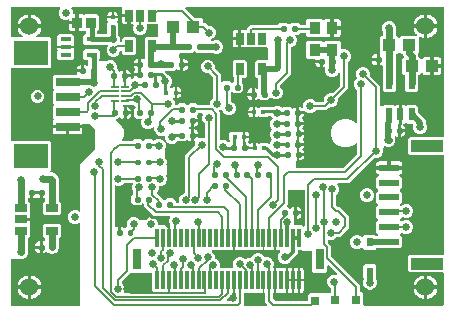
<source format=gbr>
G04 EAGLE Gerber RS-274X export*
G75*
%MOMM*%
%FSLAX34Y34*%
%LPD*%
%INTop Copper*%
%IPPOS*%
%AMOC8*
5,1,8,0,0,1.08239X$1,22.5*%
G01*
%ADD10R,0.850000X0.900000*%
%ADD11C,0.250000*%
%ADD12R,0.300000X1.600000*%
%ADD13R,0.800000X1.800000*%
%ADD14R,1.700000X0.600000*%
%ADD15R,2.700000X1.000000*%
%ADD16R,2.000000X0.800000*%
%ADD17R,3.000000X2.100000*%
%ADD18C,1.524000*%
%ADD19R,0.950000X1.050000*%
%ADD20R,1.100000X1.000000*%
%ADD21R,0.700000X0.200000*%
%ADD22R,0.900000X0.400000*%
%ADD23R,0.600000X1.050000*%
%ADD24R,0.690000X0.990000*%
%ADD25R,0.600000X0.800000*%
%ADD26R,0.990000X0.690000*%
%ADD27R,0.350000X0.400000*%
%ADD28R,0.400000X0.350000*%
%ADD29R,0.800000X0.800000*%
%ADD30C,0.662941*%
%ADD31C,0.152400*%
%ADD32C,0.609600*%
%ADD33C,0.304800*%
%ADD34C,0.508000*%
%ADD35C,0.406400*%
%ADD36C,0.203200*%
%ADD37C,0.656400*%
%ADD38C,0.254000*%

G36*
X182646Y-146300D02*
X182646Y-146300D01*
X182665Y-146302D01*
X182767Y-146280D01*
X182869Y-146264D01*
X182886Y-146254D01*
X182906Y-146250D01*
X182995Y-146197D01*
X183086Y-146148D01*
X183100Y-146134D01*
X183117Y-146124D01*
X183184Y-146045D01*
X183256Y-145970D01*
X183264Y-145952D01*
X183277Y-145937D01*
X183316Y-145841D01*
X183359Y-145747D01*
X183361Y-145727D01*
X183369Y-145709D01*
X183387Y-145542D01*
X183387Y-119046D01*
X183384Y-119026D01*
X183386Y-119007D01*
X183364Y-118905D01*
X183348Y-118803D01*
X183338Y-118786D01*
X183334Y-118766D01*
X183281Y-118677D01*
X183232Y-118586D01*
X183218Y-118572D01*
X183208Y-118555D01*
X183129Y-118488D01*
X183054Y-118416D01*
X183036Y-118408D01*
X183021Y-118395D01*
X182925Y-118356D01*
X182831Y-118313D01*
X182811Y-118311D01*
X182793Y-118303D01*
X182626Y-118285D01*
X154412Y-118285D01*
X152923Y-116796D01*
X152923Y-104692D01*
X154412Y-103203D01*
X182626Y-103203D01*
X182646Y-103200D01*
X182665Y-103202D01*
X182767Y-103180D01*
X182869Y-103164D01*
X182886Y-103154D01*
X182906Y-103150D01*
X182995Y-103097D01*
X183086Y-103048D01*
X183100Y-103034D01*
X183117Y-103024D01*
X183184Y-102945D01*
X183256Y-102870D01*
X183264Y-102852D01*
X183277Y-102837D01*
X183316Y-102741D01*
X183359Y-102647D01*
X183361Y-102627D01*
X183369Y-102609D01*
X183387Y-102442D01*
X183387Y-19546D01*
X183384Y-19526D01*
X183386Y-19507D01*
X183364Y-19405D01*
X183348Y-19303D01*
X183338Y-19286D01*
X183334Y-19266D01*
X183281Y-19177D01*
X183232Y-19086D01*
X183218Y-19072D01*
X183208Y-19055D01*
X183129Y-18988D01*
X183054Y-18916D01*
X183036Y-18908D01*
X183021Y-18895D01*
X182925Y-18856D01*
X182831Y-18813D01*
X182811Y-18811D01*
X182793Y-18803D01*
X182626Y-18785D01*
X154412Y-18785D01*
X152923Y-17296D01*
X152923Y-5192D01*
X154412Y-3703D01*
X182626Y-3703D01*
X182646Y-3700D01*
X182665Y-3702D01*
X182767Y-3680D01*
X182869Y-3664D01*
X182886Y-3654D01*
X182906Y-3650D01*
X182995Y-3597D01*
X183086Y-3548D01*
X183100Y-3534D01*
X183117Y-3524D01*
X183184Y-3445D01*
X183256Y-3370D01*
X183264Y-3352D01*
X183277Y-3337D01*
X183316Y-3241D01*
X183359Y-3147D01*
X183361Y-3127D01*
X183369Y-3109D01*
X183387Y-2942D01*
X183387Y105410D01*
X183384Y105430D01*
X183386Y105449D01*
X183364Y105551D01*
X183348Y105653D01*
X183338Y105670D01*
X183334Y105690D01*
X183281Y105779D01*
X183232Y105870D01*
X183218Y105884D01*
X183208Y105901D01*
X183129Y105968D01*
X183054Y106040D01*
X183036Y106048D01*
X183021Y106061D01*
X182925Y106100D01*
X182831Y106143D01*
X182811Y106145D01*
X182793Y106153D01*
X182626Y106171D01*
X-34893Y106171D01*
X-34963Y106160D01*
X-35035Y106158D01*
X-35084Y106140D01*
X-35135Y106132D01*
X-35199Y106098D01*
X-35266Y106073D01*
X-35307Y106041D01*
X-35353Y106016D01*
X-35402Y105965D01*
X-35458Y105920D01*
X-35486Y105876D01*
X-35522Y105838D01*
X-35552Y105773D01*
X-35591Y105713D01*
X-35604Y105662D01*
X-35626Y105615D01*
X-35634Y105544D01*
X-35651Y105474D01*
X-35647Y105422D01*
X-35653Y105371D01*
X-35638Y105300D01*
X-35632Y105229D01*
X-35612Y105181D01*
X-35601Y105130D01*
X-35564Y105069D01*
X-35536Y105003D01*
X-35491Y104947D01*
X-35474Y104919D01*
X-35457Y104904D01*
X-35431Y104872D01*
X-35082Y104523D01*
X-28239Y97680D01*
X-28165Y97627D01*
X-28096Y97567D01*
X-28065Y97555D01*
X-28039Y97536D01*
X-27952Y97509D01*
X-27867Y97475D01*
X-27826Y97471D01*
X-27804Y97464D01*
X-27772Y97465D01*
X-27701Y97457D01*
X-22540Y97457D01*
X-21051Y95968D01*
X-21051Y93980D01*
X-21048Y93960D01*
X-21050Y93941D01*
X-21028Y93839D01*
X-21012Y93737D01*
X-21002Y93720D01*
X-20998Y93700D01*
X-20945Y93611D01*
X-20896Y93520D01*
X-20882Y93506D01*
X-20872Y93489D01*
X-20793Y93422D01*
X-20718Y93350D01*
X-20700Y93342D01*
X-20685Y93329D01*
X-20589Y93290D01*
X-20495Y93247D01*
X-20475Y93245D01*
X-20457Y93237D01*
X-20290Y93219D01*
X-18952Y93219D01*
X-16648Y90914D01*
X-16574Y90861D01*
X-16504Y90802D01*
X-16474Y90790D01*
X-16448Y90771D01*
X-16361Y90744D01*
X-16276Y90710D01*
X-16235Y90705D01*
X-16213Y90699D01*
X-16181Y90699D01*
X-16109Y90691D01*
X-14075Y90691D01*
X-11923Y89800D01*
X-10276Y88153D01*
X-9385Y86001D01*
X-9385Y83671D01*
X-10276Y81519D01*
X-11923Y79872D01*
X-13571Y79189D01*
X-13654Y79138D01*
X-13740Y79092D01*
X-13758Y79074D01*
X-13780Y79060D01*
X-13843Y78984D01*
X-13910Y78914D01*
X-13921Y78890D01*
X-13937Y78870D01*
X-13972Y78779D01*
X-14013Y78691D01*
X-14016Y78665D01*
X-14025Y78641D01*
X-14030Y78543D01*
X-14040Y78447D01*
X-14035Y78421D01*
X-14036Y78395D01*
X-14009Y78301D01*
X-13988Y78206D01*
X-13975Y78184D01*
X-13967Y78159D01*
X-13912Y78079D01*
X-13862Y77995D01*
X-13842Y77978D01*
X-13827Y77957D01*
X-13749Y77898D01*
X-13675Y77835D01*
X-13651Y77825D01*
X-13630Y77810D01*
X-13537Y77780D01*
X-13447Y77743D01*
X-13414Y77740D01*
X-13396Y77734D01*
X-13363Y77734D01*
X-13280Y77725D01*
X-12278Y77725D01*
X-12213Y77735D01*
X-12148Y77736D01*
X-12068Y77759D01*
X-12035Y77764D01*
X-12018Y77774D01*
X-11987Y77783D01*
X-10563Y78372D01*
X-8233Y78372D01*
X-6081Y77481D01*
X-4434Y75834D01*
X-3543Y73682D01*
X-3543Y71352D01*
X-4434Y69200D01*
X-6081Y67553D01*
X-8233Y66662D01*
X-10563Y66662D01*
X-12600Y67505D01*
X-12663Y67520D01*
X-12724Y67545D01*
X-12807Y67554D01*
X-12839Y67561D01*
X-12859Y67560D01*
X-12891Y67563D01*
X-25555Y67563D01*
X-25608Y67585D01*
X-25649Y67589D01*
X-25671Y67596D01*
X-25703Y67595D01*
X-25775Y67603D01*
X-26135Y67603D01*
X-27402Y68870D01*
X-27418Y68881D01*
X-27430Y68897D01*
X-27518Y68953D01*
X-27601Y69013D01*
X-27620Y69019D01*
X-27637Y69030D01*
X-27738Y69055D01*
X-27837Y69086D01*
X-27856Y69085D01*
X-27876Y69090D01*
X-27979Y69082D01*
X-28082Y69079D01*
X-28101Y69072D01*
X-28121Y69071D01*
X-28216Y69031D01*
X-28313Y68995D01*
X-28329Y68982D01*
X-28347Y68975D01*
X-28478Y68870D01*
X-29745Y67603D01*
X-30105Y67603D01*
X-30195Y67589D01*
X-30286Y67581D01*
X-30316Y67569D01*
X-30348Y67564D01*
X-30348Y67563D01*
X-39624Y67563D01*
X-39644Y67560D01*
X-39663Y67562D01*
X-39765Y67540D01*
X-39867Y67524D01*
X-39884Y67514D01*
X-39904Y67510D01*
X-39993Y67457D01*
X-40084Y67408D01*
X-40098Y67394D01*
X-40115Y67384D01*
X-40182Y67305D01*
X-40254Y67230D01*
X-40262Y67212D01*
X-40275Y67197D01*
X-40309Y67112D01*
X-40312Y67108D01*
X-40372Y67037D01*
X-40373Y67035D01*
X-40391Y67014D01*
X-40418Y66995D01*
X-40470Y66922D01*
X-40529Y66853D01*
X-40541Y66822D01*
X-40561Y66795D01*
X-40587Y66709D01*
X-40621Y66625D01*
X-40625Y66582D01*
X-40632Y66560D01*
X-40632Y66528D01*
X-40639Y66458D01*
X-40639Y63460D01*
X-40636Y63440D01*
X-40638Y63421D01*
X-40616Y63319D01*
X-40600Y63217D01*
X-40590Y63200D01*
X-40586Y63180D01*
X-40533Y63091D01*
X-40484Y63000D01*
X-40470Y62986D01*
X-40460Y62969D01*
X-40381Y62902D01*
X-40306Y62830D01*
X-40288Y62822D01*
X-40273Y62809D01*
X-40177Y62770D01*
X-40083Y62727D01*
X-40063Y62725D01*
X-40045Y62717D01*
X-39878Y62699D01*
X-39804Y62699D01*
X-39804Y58146D01*
X-39801Y58127D01*
X-39803Y58107D01*
X-39781Y58005D01*
X-39765Y57903D01*
X-39755Y57886D01*
X-39751Y57866D01*
X-39698Y57777D01*
X-39649Y57686D01*
X-39635Y57672D01*
X-39625Y57655D01*
X-39621Y57652D01*
X-39673Y57598D01*
X-39681Y57580D01*
X-39694Y57565D01*
X-39733Y57468D01*
X-39776Y57375D01*
X-39778Y57355D01*
X-39786Y57337D01*
X-39804Y57170D01*
X-39804Y52617D01*
X-40304Y52617D01*
X-41268Y52876D01*
X-42132Y53375D01*
X-42642Y53884D01*
X-42658Y53895D01*
X-42670Y53911D01*
X-42757Y53967D01*
X-42841Y54027D01*
X-42860Y54033D01*
X-42877Y54044D01*
X-42978Y54069D01*
X-43077Y54100D01*
X-43096Y54099D01*
X-43116Y54104D01*
X-43219Y54096D01*
X-43322Y54093D01*
X-43341Y54086D01*
X-43361Y54085D01*
X-43456Y54045D01*
X-43553Y54009D01*
X-43569Y53996D01*
X-43587Y53989D01*
X-43718Y53884D01*
X-44985Y52617D01*
X-45345Y52617D01*
X-45435Y52602D01*
X-45526Y52595D01*
X-45556Y52583D01*
X-45588Y52578D01*
X-45588Y52577D01*
X-52208Y52577D01*
X-52279Y52566D01*
X-52351Y52564D01*
X-52400Y52546D01*
X-52451Y52538D01*
X-52514Y52504D01*
X-52582Y52479D01*
X-52622Y52447D01*
X-52668Y52422D01*
X-52718Y52370D01*
X-52774Y52326D01*
X-52802Y52282D01*
X-52838Y52244D01*
X-52868Y52179D01*
X-52907Y52119D01*
X-52919Y52068D01*
X-52941Y52021D01*
X-52949Y51950D01*
X-52967Y51880D01*
X-52963Y51828D01*
X-52968Y51777D01*
X-52953Y51706D01*
X-52948Y51635D01*
X-52927Y51587D01*
X-52916Y51536D01*
X-52879Y51475D01*
X-52851Y51409D01*
X-52807Y51353D01*
X-52790Y51325D01*
X-52772Y51310D01*
X-52747Y51278D01*
X-50656Y49187D01*
X-50603Y49149D01*
X-50556Y49103D01*
X-50483Y49063D01*
X-50456Y49044D01*
X-50438Y49038D01*
X-50409Y49022D01*
X-49515Y48652D01*
X-47868Y47005D01*
X-46977Y44853D01*
X-46977Y42523D01*
X-47868Y40371D01*
X-48768Y39471D01*
X-48779Y39455D01*
X-48795Y39443D01*
X-48851Y39356D01*
X-48911Y39272D01*
X-48917Y39253D01*
X-48928Y39236D01*
X-48953Y39136D01*
X-48984Y39037D01*
X-48983Y39017D01*
X-48988Y38997D01*
X-48980Y38894D01*
X-48977Y38791D01*
X-48970Y38772D01*
X-48969Y38752D01*
X-48928Y38657D01*
X-48893Y38560D01*
X-48880Y38544D01*
X-48873Y38526D01*
X-48768Y38395D01*
X-48283Y37910D01*
X-48247Y37884D01*
X-48218Y37852D01*
X-48148Y37813D01*
X-48083Y37767D01*
X-48041Y37754D01*
X-48003Y37732D01*
X-47925Y37718D01*
X-47848Y37694D01*
X-47804Y37695D01*
X-47761Y37687D01*
X-47682Y37698D01*
X-47602Y37701D01*
X-47561Y37716D01*
X-47518Y37722D01*
X-47384Y37780D01*
X-47371Y37785D01*
X-47369Y37787D01*
X-47364Y37789D01*
X-46733Y38154D01*
X-46086Y38327D01*
X-44626Y38327D01*
X-44626Y34149D01*
X-44623Y34130D01*
X-44625Y34110D01*
X-44612Y34050D01*
X-44626Y33923D01*
X-44626Y29745D01*
X-45315Y29745D01*
X-45386Y29734D01*
X-45458Y29732D01*
X-45507Y29714D01*
X-45558Y29706D01*
X-45622Y29672D01*
X-45689Y29647D01*
X-45730Y29615D01*
X-45776Y29590D01*
X-45825Y29538D01*
X-45881Y29494D01*
X-45909Y29450D01*
X-45945Y29412D01*
X-45975Y29347D01*
X-46014Y29287D01*
X-46027Y29236D01*
X-46049Y29189D01*
X-46056Y29118D01*
X-46074Y29048D01*
X-46070Y28996D01*
X-46076Y28945D01*
X-46060Y28874D01*
X-46055Y28803D01*
X-46034Y28755D01*
X-46023Y28704D01*
X-45987Y28643D01*
X-45959Y28577D01*
X-45914Y28521D01*
X-45897Y28493D01*
X-45879Y28478D01*
X-45854Y28446D01*
X-45181Y27773D01*
X-44290Y25621D01*
X-44290Y23850D01*
X-44287Y23830D01*
X-44289Y23810D01*
X-44267Y23709D01*
X-44250Y23607D01*
X-44241Y23589D01*
X-44237Y23570D01*
X-44183Y23481D01*
X-44135Y23390D01*
X-44121Y23376D01*
X-44110Y23359D01*
X-44032Y23291D01*
X-43957Y23220D01*
X-43939Y23212D01*
X-43923Y23199D01*
X-43827Y23160D01*
X-43734Y23117D01*
X-43714Y23114D01*
X-43695Y23107D01*
X-43529Y23088D01*
X-43406Y23088D01*
X-43316Y23103D01*
X-43225Y23110D01*
X-43196Y23123D01*
X-43164Y23128D01*
X-43083Y23171D01*
X-42999Y23207D01*
X-42967Y23232D01*
X-42946Y23243D01*
X-42924Y23267D01*
X-42868Y23311D01*
X-41353Y24826D01*
X-35713Y24826D01*
X-34446Y23560D01*
X-34430Y23548D01*
X-34418Y23533D01*
X-34330Y23477D01*
X-34246Y23416D01*
X-34227Y23411D01*
X-34211Y23400D01*
X-34110Y23374D01*
X-34011Y23344D01*
X-33991Y23345D01*
X-33972Y23340D01*
X-33869Y23348D01*
X-33765Y23350D01*
X-33747Y23357D01*
X-33727Y23359D01*
X-33632Y23399D01*
X-33534Y23435D01*
X-33519Y23447D01*
X-33501Y23455D01*
X-33370Y23560D01*
X-32103Y24826D01*
X-26463Y24826D01*
X-24948Y23311D01*
X-24874Y23258D01*
X-24804Y23199D01*
X-24774Y23187D01*
X-24748Y23168D01*
X-24661Y23141D01*
X-24576Y23107D01*
X-24535Y23102D01*
X-24513Y23095D01*
X-24481Y23096D01*
X-24409Y23088D01*
X-15725Y23088D01*
X-15705Y23092D01*
X-15685Y23089D01*
X-15584Y23111D01*
X-15482Y23128D01*
X-15465Y23137D01*
X-15445Y23142D01*
X-15356Y23195D01*
X-15265Y23243D01*
X-15251Y23258D01*
X-15234Y23268D01*
X-15167Y23347D01*
X-15095Y23422D01*
X-15087Y23440D01*
X-15074Y23455D01*
X-15035Y23551D01*
X-14992Y23645D01*
X-14990Y23664D01*
X-14982Y23683D01*
X-14964Y23850D01*
X-14964Y25637D01*
X-14072Y27790D01*
X-12634Y29228D01*
X-12581Y29302D01*
X-12521Y29371D01*
X-12509Y29401D01*
X-12490Y29428D01*
X-12464Y29515D01*
X-12429Y29599D01*
X-12425Y29640D01*
X-12418Y29663D01*
X-12419Y29695D01*
X-12411Y29766D01*
X-12411Y41108D01*
X-12376Y41149D01*
X-12364Y41179D01*
X-12345Y41205D01*
X-12319Y41292D01*
X-12285Y41377D01*
X-12280Y41418D01*
X-12273Y41440D01*
X-12274Y41472D01*
X-12266Y41543D01*
X-12266Y46650D01*
X-12281Y46740D01*
X-12288Y46831D01*
X-12301Y46861D01*
X-12306Y46893D01*
X-12349Y46973D01*
X-12384Y47057D01*
X-12410Y47089D01*
X-12421Y47110D01*
X-12444Y47132D01*
X-12489Y47188D01*
X-15356Y50056D01*
X-15430Y50109D01*
X-15500Y50168D01*
X-15530Y50180D01*
X-15556Y50199D01*
X-15643Y50226D01*
X-15728Y50260D01*
X-15769Y50265D01*
X-15791Y50271D01*
X-15823Y50271D01*
X-15895Y50279D01*
X-17929Y50279D01*
X-20081Y51170D01*
X-21728Y52817D01*
X-22619Y54969D01*
X-22619Y57299D01*
X-21728Y59451D01*
X-20081Y61098D01*
X-17929Y61989D01*
X-15599Y61989D01*
X-13447Y61098D01*
X-11800Y59451D01*
X-10909Y57299D01*
X-10909Y55265D01*
X-10894Y55175D01*
X-10887Y55084D01*
X-10874Y55054D01*
X-10869Y55022D01*
X-10826Y54941D01*
X-10790Y54857D01*
X-10765Y54825D01*
X-10754Y54805D01*
X-10730Y54782D01*
X-10686Y54726D01*
X-5661Y49701D01*
X-5661Y43715D01*
X-5649Y43644D01*
X-5647Y43573D01*
X-5629Y43524D01*
X-5621Y43472D01*
X-5587Y43409D01*
X-5563Y43342D01*
X-5530Y43301D01*
X-5506Y43255D01*
X-5454Y43206D01*
X-5409Y43150D01*
X-5365Y43122D01*
X-5327Y43086D01*
X-5262Y43055D01*
X-5202Y43017D01*
X-5152Y43004D01*
X-5104Y42982D01*
X-5033Y42974D01*
X-4964Y42957D01*
X-4912Y42961D01*
X-4860Y42955D01*
X-4790Y42970D01*
X-4718Y42976D01*
X-4670Y42996D01*
X-4620Y43007D01*
X-4558Y43044D01*
X-4492Y43072D01*
X-4436Y43117D01*
X-4408Y43133D01*
X-4393Y43151D01*
X-4361Y43177D01*
X-3889Y43649D01*
X1751Y43649D01*
X3018Y42382D01*
X3034Y42371D01*
X3046Y42355D01*
X3134Y42299D01*
X3217Y42239D01*
X3236Y42233D01*
X3253Y42222D01*
X3354Y42197D01*
X3453Y42166D01*
X3472Y42167D01*
X3492Y42162D01*
X3595Y42170D01*
X3698Y42173D01*
X3717Y42180D01*
X3737Y42181D01*
X3832Y42221D01*
X3929Y42257D01*
X3945Y42270D01*
X3963Y42277D01*
X4094Y42382D01*
X5576Y43864D01*
X5629Y43938D01*
X5689Y44008D01*
X5701Y44038D01*
X5720Y44064D01*
X5747Y44151D01*
X5781Y44236D01*
X5785Y44277D01*
X5792Y44299D01*
X5791Y44331D01*
X5799Y44403D01*
X5799Y46006D01*
X5785Y46096D01*
X5777Y46187D01*
X5765Y46217D01*
X5760Y46249D01*
X5717Y46330D01*
X5681Y46414D01*
X5655Y46446D01*
X5644Y46466D01*
X5621Y46489D01*
X5576Y46545D01*
X4321Y47800D01*
X4321Y59804D01*
X5810Y61293D01*
X14814Y61293D01*
X16303Y59804D01*
X16303Y47800D01*
X14814Y46311D01*
X13166Y46311D01*
X13146Y46308D01*
X13127Y46310D01*
X13025Y46288D01*
X12923Y46272D01*
X12906Y46262D01*
X12886Y46258D01*
X12797Y46205D01*
X12706Y46156D01*
X12692Y46142D01*
X12675Y46132D01*
X12608Y46053D01*
X12536Y45978D01*
X12528Y45960D01*
X12515Y45945D01*
X12476Y45849D01*
X12433Y45755D01*
X12431Y45735D01*
X12423Y45717D01*
X12405Y45550D01*
X12405Y42561D01*
X12419Y42470D01*
X12427Y42380D01*
X12439Y42350D01*
X12444Y42318D01*
X12487Y42237D01*
X12523Y42153D01*
X12549Y42121D01*
X12560Y42100D01*
X12583Y42078D01*
X12628Y42022D01*
X13222Y41428D01*
X13222Y35788D01*
X11001Y33567D01*
X5361Y33567D01*
X4456Y34472D01*
X4398Y34514D01*
X4346Y34563D01*
X4299Y34585D01*
X4257Y34615D01*
X4188Y34636D01*
X4123Y34667D01*
X4071Y34672D01*
X4022Y34688D01*
X3950Y34686D01*
X3879Y34694D01*
X3828Y34683D01*
X3776Y34681D01*
X3708Y34657D01*
X3638Y34641D01*
X3594Y34615D01*
X3545Y34597D01*
X3489Y34552D01*
X3427Y34515D01*
X3393Y34476D01*
X3353Y34443D01*
X3314Y34383D01*
X3267Y34328D01*
X3248Y34280D01*
X3220Y34236D01*
X3202Y34167D01*
X3175Y34100D01*
X3167Y34029D01*
X3160Y33998D01*
X3161Y33974D01*
X3157Y33933D01*
X3157Y26610D01*
X3176Y26495D01*
X3193Y26379D01*
X3196Y26373D01*
X3197Y26367D01*
X3251Y26264D01*
X3304Y26160D01*
X3309Y26155D01*
X3312Y26150D01*
X3396Y26070D01*
X3480Y25987D01*
X3486Y25984D01*
X3490Y25980D01*
X3507Y25972D01*
X3627Y25906D01*
X4441Y25569D01*
X6088Y23922D01*
X6980Y21770D01*
X6980Y19441D01*
X6088Y17288D01*
X4441Y15641D01*
X2289Y14750D01*
X-41Y14750D01*
X-2193Y15641D01*
X-3840Y17288D01*
X-4626Y19186D01*
X-4650Y19225D01*
X-4666Y19268D01*
X-4714Y19329D01*
X-4721Y19339D01*
X-4745Y19379D01*
X-4747Y19381D01*
X-4755Y19395D01*
X-4791Y19424D01*
X-4819Y19460D01*
X-4885Y19502D01*
X-4945Y19552D01*
X-4988Y19568D01*
X-5026Y19593D01*
X-5102Y19612D01*
X-5174Y19640D01*
X-5220Y19642D01*
X-5265Y19653D01*
X-5321Y19649D01*
X-5326Y19649D01*
X-5336Y19649D01*
X-5348Y19647D01*
X-5420Y19650D01*
X-5464Y19637D01*
X-5510Y19634D01*
X-5561Y19612D01*
X-5578Y19610D01*
X-5600Y19598D01*
X-5656Y19582D01*
X-5694Y19556D01*
X-5736Y19538D01*
X-5752Y19525D01*
X-6641Y19157D01*
X-6680Y19133D01*
X-6723Y19117D01*
X-6784Y19068D01*
X-6850Y19027D01*
X-6879Y18992D01*
X-6915Y18963D01*
X-6957Y18898D01*
X-7007Y18838D01*
X-7023Y18795D01*
X-7048Y18756D01*
X-7067Y18681D01*
X-7095Y18608D01*
X-7097Y18562D01*
X-7108Y18518D01*
X-7102Y18440D01*
X-7105Y18362D01*
X-7093Y18318D01*
X-7089Y18273D01*
X-7059Y18201D01*
X-7037Y18126D01*
X-7011Y18088D01*
X-6993Y18046D01*
X-6907Y17940D01*
X-6897Y17924D01*
X-6893Y17921D01*
X-6888Y17915D01*
X-6494Y17521D01*
X-6494Y-5616D01*
X-6486Y-5662D01*
X-6488Y-5707D01*
X-6466Y-5782D01*
X-6454Y-5859D01*
X-6432Y-5900D01*
X-6420Y-5944D01*
X-6375Y-6008D01*
X-6339Y-6076D01*
X-6305Y-6108D01*
X-6279Y-6146D01*
X-6217Y-6192D01*
X-6160Y-6246D01*
X-6119Y-6265D01*
X-6082Y-6292D01*
X-6008Y-6317D01*
X-5937Y-6349D01*
X-5892Y-6354D01*
X-5848Y-6369D01*
X-5770Y-6368D01*
X-5693Y-6376D01*
X-5648Y-6367D01*
X-5602Y-6366D01*
X-5471Y-6328D01*
X-5452Y-6324D01*
X-5448Y-6322D01*
X-5441Y-6320D01*
X-4772Y-6043D01*
X-2456Y-6043D01*
X-316Y-6929D01*
X636Y-7881D01*
X695Y-7923D01*
X747Y-7973D01*
X794Y-7994D01*
X836Y-8025D01*
X905Y-8046D01*
X970Y-8076D01*
X1021Y-8082D01*
X1071Y-8097D01*
X1143Y-8095D01*
X1214Y-8103D01*
X1265Y-8092D01*
X1317Y-8091D01*
X1384Y-8066D01*
X1455Y-8051D01*
X1499Y-8024D01*
X1548Y-8006D01*
X1604Y-7962D01*
X1666Y-7925D01*
X1700Y-7885D01*
X1740Y-7853D01*
X1779Y-7792D01*
X1826Y-7738D01*
X1845Y-7690D01*
X1873Y-7646D01*
X1891Y-7576D01*
X1918Y-7510D01*
X1925Y-7438D01*
X1933Y-7407D01*
X1931Y-7384D01*
X1936Y-7343D01*
X1936Y-6823D01*
X1921Y-6733D01*
X1914Y-6642D01*
X1901Y-6612D01*
X1896Y-6580D01*
X1854Y-6500D01*
X1818Y-6416D01*
X1792Y-6383D01*
X1781Y-6363D01*
X1758Y-6341D01*
X1713Y-6285D01*
X1567Y-6139D01*
X1567Y-534D01*
X3056Y954D01*
X9160Y954D01*
X9577Y537D01*
X9613Y512D01*
X9642Y479D01*
X9712Y441D01*
X9777Y394D01*
X9819Y381D01*
X9857Y360D01*
X9936Y345D01*
X10012Y321D01*
X10056Y323D01*
X10099Y315D01*
X10178Y326D01*
X10258Y328D01*
X10299Y343D01*
X10342Y349D01*
X10476Y407D01*
X10489Y412D01*
X10492Y414D01*
X10496Y416D01*
X11127Y781D01*
X11774Y954D01*
X13234Y954D01*
X13234Y-3223D01*
X13237Y-3243D01*
X13235Y-3263D01*
X13248Y-3323D01*
X13234Y-3450D01*
X13234Y-7832D01*
X13188Y-7886D01*
X13117Y-7961D01*
X13109Y-7979D01*
X13096Y-7994D01*
X13057Y-8090D01*
X13014Y-8184D01*
X13011Y-8203D01*
X13004Y-8222D01*
X12985Y-8389D01*
X12985Y-12312D01*
X12989Y-12331D01*
X12986Y-12351D01*
X13008Y-12453D01*
X13025Y-12555D01*
X13034Y-12572D01*
X13039Y-12592D01*
X13092Y-12681D01*
X13140Y-12772D01*
X13155Y-12786D01*
X13165Y-12803D01*
X13244Y-12870D01*
X13319Y-12941D01*
X13337Y-12950D01*
X13352Y-12963D01*
X13448Y-13001D01*
X13542Y-13045D01*
X13561Y-13047D01*
X13580Y-13055D01*
X13747Y-13073D01*
X13962Y-13073D01*
X13962Y-13288D01*
X13965Y-13308D01*
X13963Y-13327D01*
X13985Y-13429D01*
X14001Y-13531D01*
X14011Y-13548D01*
X14015Y-13568D01*
X14068Y-13657D01*
X14116Y-13748D01*
X14131Y-13762D01*
X14141Y-13779D01*
X14220Y-13846D01*
X14295Y-13918D01*
X14313Y-13926D01*
X14328Y-13939D01*
X14424Y-13978D01*
X14518Y-14021D01*
X14538Y-14023D01*
X14556Y-14031D01*
X14723Y-14049D01*
X17622Y-14049D01*
X17642Y-14046D01*
X17661Y-14048D01*
X17763Y-14026D01*
X17865Y-14010D01*
X17882Y-14000D01*
X17902Y-13996D01*
X17991Y-13943D01*
X18082Y-13894D01*
X18096Y-13880D01*
X18113Y-13870D01*
X18148Y-13828D01*
X22811Y-13828D01*
X22830Y-13825D01*
X22850Y-13827D01*
X22952Y-13805D01*
X23054Y-13789D01*
X23071Y-13779D01*
X23091Y-13775D01*
X23180Y-13722D01*
X23271Y-13673D01*
X23285Y-13659D01*
X23302Y-13649D01*
X23369Y-13570D01*
X23440Y-13495D01*
X23449Y-13477D01*
X23455Y-13469D01*
X23497Y-13447D01*
X23511Y-13433D01*
X23528Y-13423D01*
X23595Y-13344D01*
X23667Y-13269D01*
X23675Y-13251D01*
X23688Y-13236D01*
X23727Y-13139D01*
X23770Y-13046D01*
X23772Y-13026D01*
X23780Y-13008D01*
X23798Y-12841D01*
X23798Y-8663D01*
X25258Y-8663D01*
X25905Y-8836D01*
X26536Y-9201D01*
X26577Y-9216D01*
X26614Y-9240D01*
X26691Y-9260D01*
X26766Y-9288D01*
X26810Y-9290D01*
X26852Y-9300D01*
X26932Y-9294D01*
X27012Y-9297D01*
X27054Y-9284D01*
X27098Y-9281D01*
X27171Y-9250D01*
X27248Y-9227D01*
X27284Y-9202D01*
X27324Y-9185D01*
X27399Y-9125D01*
X27401Y-9123D01*
X27404Y-9121D01*
X27438Y-9094D01*
X27449Y-9086D01*
X27451Y-9083D01*
X27455Y-9080D01*
X27872Y-8663D01*
X33976Y-8663D01*
X34732Y-9419D01*
X34770Y-9446D01*
X34801Y-9480D01*
X34869Y-9517D01*
X34932Y-9563D01*
X34976Y-9576D01*
X35016Y-9598D01*
X35093Y-9612D01*
X35167Y-9635D01*
X35213Y-9634D01*
X35258Y-9642D01*
X35335Y-9631D01*
X35413Y-9629D01*
X35456Y-9613D01*
X35502Y-9606D01*
X35571Y-9571D01*
X35644Y-9544D01*
X35680Y-9516D01*
X35721Y-9495D01*
X35775Y-9439D01*
X35836Y-9391D01*
X35861Y-9352D01*
X35893Y-9319D01*
X35959Y-9199D01*
X35969Y-9184D01*
X35970Y-9179D01*
X35974Y-9172D01*
X36887Y-6969D01*
X37304Y-6552D01*
X37316Y-6536D01*
X37331Y-6523D01*
X37387Y-6436D01*
X37448Y-6352D01*
X37454Y-6333D01*
X37464Y-6316D01*
X37490Y-6216D01*
X37520Y-6117D01*
X37520Y-6097D01*
X37524Y-6078D01*
X37516Y-5975D01*
X37514Y-5871D01*
X37507Y-5852D01*
X37505Y-5832D01*
X37465Y-5737D01*
X37429Y-5640D01*
X37417Y-5624D01*
X37409Y-5606D01*
X37304Y-5475D01*
X36687Y-4858D01*
X35796Y-2706D01*
X35796Y-377D01*
X36687Y1775D01*
X37257Y2345D01*
X37269Y2362D01*
X37285Y2374D01*
X37341Y2461D01*
X37401Y2545D01*
X37407Y2564D01*
X37418Y2581D01*
X37443Y2681D01*
X37473Y2780D01*
X37473Y2800D01*
X37478Y2820D01*
X37470Y2923D01*
X37467Y3026D01*
X37460Y3045D01*
X37459Y3065D01*
X37418Y3160D01*
X37383Y3257D01*
X37370Y3273D01*
X37362Y3291D01*
X37289Y3383D01*
X37283Y3393D01*
X37277Y3398D01*
X37257Y3422D01*
X36938Y3742D01*
X36046Y5894D01*
X36046Y8223D01*
X36938Y10375D01*
X38146Y11583D01*
X38157Y11599D01*
X38173Y11612D01*
X38229Y11699D01*
X38289Y11783D01*
X38295Y11802D01*
X38306Y11819D01*
X38331Y11919D01*
X38362Y12018D01*
X38361Y12038D01*
X38366Y12057D01*
X38358Y12160D01*
X38355Y12264D01*
X38348Y12283D01*
X38347Y12302D01*
X38306Y12397D01*
X38271Y12495D01*
X38258Y12510D01*
X38251Y12529D01*
X38146Y12660D01*
X37358Y13448D01*
X37229Y13758D01*
X37167Y13858D01*
X37107Y13958D01*
X37103Y13962D01*
X37099Y13967D01*
X37009Y14042D01*
X36921Y14118D01*
X36915Y14120D01*
X36910Y14124D01*
X36802Y14166D01*
X36692Y14210D01*
X36685Y14211D01*
X36680Y14212D01*
X36662Y14213D01*
X36526Y14228D01*
X34736Y14228D01*
X34645Y14214D01*
X34555Y14206D01*
X34525Y14194D01*
X34493Y14189D01*
X34412Y14146D01*
X34328Y14110D01*
X34296Y14084D01*
X34275Y14074D01*
X34253Y14050D01*
X34197Y14005D01*
X33391Y13199D01*
X27286Y13199D01*
X26869Y13616D01*
X26834Y13641D01*
X26804Y13674D01*
X26735Y13713D01*
X26670Y13759D01*
X26628Y13772D01*
X26589Y13793D01*
X26511Y13808D01*
X26435Y13832D01*
X26391Y13830D01*
X26348Y13838D01*
X26269Y13827D01*
X26189Y13825D01*
X26147Y13810D01*
X26104Y13804D01*
X25971Y13746D01*
X25958Y13741D01*
X25955Y13739D01*
X25950Y13737D01*
X25319Y13372D01*
X24673Y13199D01*
X23213Y13199D01*
X23213Y17376D01*
X23210Y17392D01*
X23212Y17405D01*
X23211Y17409D01*
X23212Y17416D01*
X23199Y17476D01*
X23213Y17603D01*
X23213Y21780D01*
X24673Y21780D01*
X25319Y21607D01*
X25950Y21243D01*
X25991Y21227D01*
X26028Y21204D01*
X26106Y21184D01*
X26180Y21156D01*
X26224Y21154D01*
X26267Y21143D01*
X26346Y21150D01*
X26426Y21147D01*
X26468Y21159D01*
X26512Y21163D01*
X26586Y21194D01*
X26662Y21217D01*
X26698Y21242D01*
X26738Y21259D01*
X26852Y21350D01*
X26863Y21358D01*
X26865Y21361D01*
X26869Y21364D01*
X27286Y21780D01*
X28925Y21780D01*
X29015Y21795D01*
X29106Y21802D01*
X29135Y21815D01*
X29167Y21820D01*
X29223Y21850D01*
X39146Y21850D01*
X39211Y21860D01*
X39276Y21861D01*
X39356Y21884D01*
X39389Y21890D01*
X39406Y21899D01*
X39437Y21908D01*
X41157Y22620D01*
X43486Y22620D01*
X45638Y21729D01*
X45967Y21400D01*
X45983Y21389D01*
X45996Y21373D01*
X46083Y21317D01*
X46167Y21257D01*
X46186Y21251D01*
X46202Y21240D01*
X46303Y21215D01*
X46402Y21184D01*
X46422Y21185D01*
X46441Y21180D01*
X46544Y21188D01*
X46648Y21191D01*
X46666Y21198D01*
X46686Y21199D01*
X46781Y21239D01*
X46879Y21275D01*
X46894Y21288D01*
X46912Y21295D01*
X47043Y21400D01*
X47454Y21810D01*
X53094Y21810D01*
X54361Y20544D01*
X54377Y20532D01*
X54389Y20517D01*
X54476Y20461D01*
X54560Y20400D01*
X54579Y20394D01*
X54596Y20384D01*
X54696Y20358D01*
X54795Y20328D01*
X54815Y20328D01*
X54835Y20324D01*
X54938Y20332D01*
X55041Y20334D01*
X55060Y20341D01*
X55080Y20343D01*
X55175Y20383D01*
X55272Y20419D01*
X55288Y20431D01*
X55306Y20439D01*
X55437Y20544D01*
X55946Y21053D01*
X56811Y21552D01*
X57775Y21810D01*
X58275Y21810D01*
X58275Y17258D01*
X58278Y17238D01*
X58276Y17218D01*
X58298Y17117D01*
X58314Y17015D01*
X58324Y16997D01*
X58328Y16978D01*
X58381Y16889D01*
X58429Y16798D01*
X58444Y16784D01*
X58454Y16767D01*
X58458Y16764D01*
X58406Y16709D01*
X58398Y16691D01*
X58385Y16676D01*
X58346Y16580D01*
X58303Y16486D01*
X58300Y16467D01*
X58293Y16448D01*
X58275Y16281D01*
X58275Y11232D01*
X58247Y11173D01*
X58245Y11153D01*
X58237Y11134D01*
X58219Y10968D01*
X58219Y8529D01*
X58222Y8510D01*
X58220Y8490D01*
X58242Y8389D01*
X58258Y8287D01*
X58268Y8269D01*
X58272Y8250D01*
X58325Y8161D01*
X58373Y8069D01*
X58388Y8056D01*
X58398Y8038D01*
X58402Y8035D01*
X58350Y7981D01*
X58342Y7963D01*
X58329Y7948D01*
X58290Y7852D01*
X58247Y7758D01*
X58245Y7738D01*
X58237Y7720D01*
X58219Y7553D01*
X58219Y5044D01*
X58222Y5025D01*
X58220Y5005D01*
X58242Y4904D01*
X58258Y4802D01*
X58268Y4784D01*
X58272Y4765D01*
X58325Y4675D01*
X58373Y4584D01*
X58388Y4570D01*
X58398Y4553D01*
X58477Y4486D01*
X58533Y4433D01*
X58533Y-269D01*
X58536Y-289D01*
X58534Y-309D01*
X58556Y-410D01*
X58572Y-512D01*
X58582Y-530D01*
X58586Y-549D01*
X58639Y-638D01*
X58688Y-730D01*
X58702Y-743D01*
X58712Y-760D01*
X58716Y-764D01*
X58664Y-818D01*
X58656Y-836D01*
X58643Y-851D01*
X58604Y-947D01*
X58561Y-1041D01*
X58559Y-1061D01*
X58551Y-1079D01*
X58533Y-1246D01*
X58533Y-6166D01*
X58494Y-6261D01*
X58451Y-6355D01*
X58449Y-6374D01*
X58441Y-6393D01*
X58423Y-6560D01*
X58423Y-9089D01*
X58426Y-9109D01*
X58424Y-9129D01*
X58446Y-9230D01*
X58462Y-9332D01*
X58472Y-9350D01*
X58476Y-9369D01*
X58529Y-9458D01*
X58578Y-9549D01*
X58592Y-9563D01*
X58602Y-9580D01*
X58606Y-9584D01*
X58554Y-9638D01*
X58546Y-9656D01*
X58533Y-9671D01*
X58494Y-9767D01*
X58451Y-9861D01*
X58449Y-9881D01*
X58441Y-9899D01*
X58423Y-10066D01*
X58423Y-12560D01*
X58426Y-12580D01*
X58424Y-12599D01*
X58446Y-12701D01*
X58462Y-12803D01*
X58472Y-12820D01*
X58476Y-12840D01*
X58515Y-12904D01*
X58515Y-17874D01*
X58518Y-17893D01*
X58516Y-17913D01*
X58538Y-18014D01*
X58554Y-18116D01*
X58564Y-18134D01*
X58568Y-18154D01*
X58621Y-18243D01*
X58669Y-18334D01*
X58684Y-18348D01*
X58694Y-18365D01*
X58698Y-18368D01*
X58646Y-18422D01*
X58638Y-18440D01*
X58625Y-18455D01*
X58586Y-18551D01*
X58543Y-18645D01*
X58541Y-18665D01*
X58533Y-18683D01*
X58515Y-18850D01*
X58515Y-23547D01*
X58496Y-23557D01*
X58473Y-23581D01*
X58437Y-23610D01*
X58417Y-23626D01*
X58389Y-23654D01*
X58343Y-23718D01*
X58326Y-23736D01*
X58323Y-23744D01*
X58277Y-23797D01*
X58265Y-23827D01*
X58246Y-23853D01*
X58219Y-23940D01*
X58185Y-24025D01*
X58181Y-24066D01*
X58174Y-24089D01*
X58175Y-24121D01*
X58167Y-24192D01*
X58167Y-29083D01*
X58169Y-29098D01*
X58168Y-29110D01*
X58169Y-29114D01*
X58168Y-29122D01*
X58190Y-29224D01*
X58206Y-29326D01*
X58216Y-29343D01*
X58220Y-29363D01*
X58273Y-29452D01*
X58322Y-29543D01*
X58336Y-29557D01*
X58346Y-29574D01*
X58425Y-29641D01*
X58500Y-29713D01*
X58518Y-29721D01*
X58533Y-29734D01*
X58629Y-29773D01*
X58723Y-29816D01*
X58743Y-29818D01*
X58761Y-29826D01*
X58928Y-29844D01*
X97504Y-29844D01*
X97594Y-29830D01*
X97685Y-29822D01*
X97714Y-29810D01*
X97746Y-29805D01*
X97827Y-29762D01*
X97911Y-29726D01*
X97943Y-29700D01*
X97964Y-29689D01*
X97975Y-29678D01*
X97976Y-29677D01*
X97989Y-29664D01*
X98042Y-29621D01*
X109504Y-18159D01*
X109551Y-18094D01*
X109564Y-18080D01*
X109567Y-18074D01*
X109617Y-18016D01*
X109629Y-17985D01*
X109648Y-17959D01*
X109675Y-17872D01*
X109709Y-17787D01*
X109713Y-17746D01*
X109720Y-17724D01*
X109719Y-17692D01*
X109727Y-17621D01*
X109727Y-9515D01*
X109716Y-9445D01*
X109714Y-9373D01*
X109696Y-9324D01*
X109688Y-9273D01*
X109654Y-9209D01*
X109629Y-9142D01*
X109597Y-9101D01*
X109572Y-9055D01*
X109520Y-9006D01*
X109476Y-8950D01*
X109432Y-8922D01*
X109394Y-8886D01*
X109329Y-8856D01*
X109269Y-8817D01*
X109218Y-8804D01*
X109171Y-8782D01*
X109100Y-8774D01*
X109030Y-8757D01*
X108978Y-8761D01*
X108927Y-8755D01*
X108856Y-8770D01*
X108785Y-8776D01*
X108737Y-8796D01*
X108686Y-8807D01*
X108625Y-8844D01*
X108559Y-8872D01*
X108503Y-8917D01*
X108475Y-8934D01*
X108460Y-8951D01*
X108428Y-8977D01*
X106843Y-10562D01*
X102403Y-12401D01*
X97597Y-12401D01*
X93157Y-10562D01*
X89758Y-7163D01*
X87919Y-2723D01*
X87919Y2083D01*
X89758Y6523D01*
X93157Y9922D01*
X97597Y11761D01*
X102403Y11761D01*
X106843Y9922D01*
X108428Y8337D01*
X108486Y8295D01*
X108538Y8246D01*
X108585Y8224D01*
X108627Y8193D01*
X108696Y8172D01*
X108761Y8142D01*
X108813Y8136D01*
X108863Y8121D01*
X108934Y8123D01*
X109005Y8115D01*
X109056Y8126D01*
X109108Y8127D01*
X109176Y8152D01*
X109246Y8167D01*
X109291Y8194D01*
X109339Y8212D01*
X109395Y8257D01*
X109457Y8294D01*
X109491Y8333D01*
X109531Y8366D01*
X109570Y8426D01*
X109617Y8480D01*
X109636Y8529D01*
X109664Y8573D01*
X109682Y8642D01*
X109709Y8709D01*
X109717Y8780D01*
X109725Y8811D01*
X109723Y8834D01*
X109727Y8875D01*
X109727Y35982D01*
X109713Y36072D01*
X109705Y36163D01*
X109693Y36192D01*
X109688Y36224D01*
X109645Y36305D01*
X109609Y36389D01*
X109583Y36421D01*
X109572Y36442D01*
X109549Y36464D01*
X109504Y36520D01*
X108066Y37958D01*
X107175Y40110D01*
X107175Y42440D01*
X108066Y44592D01*
X109418Y45944D01*
X109485Y46038D01*
X109556Y46132D01*
X109558Y46138D01*
X109561Y46143D01*
X109595Y46253D01*
X109632Y46366D01*
X109632Y46372D01*
X109634Y46378D01*
X109631Y46495D01*
X109629Y46612D01*
X109627Y46619D01*
X109627Y46624D01*
X109621Y46642D01*
X109583Y46773D01*
X108965Y48264D01*
X108965Y50593D01*
X109857Y52745D01*
X111504Y54392D01*
X113656Y55284D01*
X115985Y55284D01*
X118138Y54392D01*
X119785Y52745D01*
X120676Y50593D01*
X120676Y48559D01*
X120678Y48547D01*
X120677Y48537D01*
X120688Y48490D01*
X120691Y48469D01*
X120698Y48378D01*
X120711Y48348D01*
X120716Y48316D01*
X120759Y48236D01*
X120794Y48152D01*
X120820Y48120D01*
X120831Y48099D01*
X120854Y48077D01*
X120899Y48021D01*
X129203Y39717D01*
X129203Y23622D01*
X129206Y23602D01*
X129204Y23583D01*
X129226Y23481D01*
X129242Y23379D01*
X129252Y23362D01*
X129256Y23342D01*
X129309Y23253D01*
X129358Y23162D01*
X129372Y23148D01*
X129382Y23131D01*
X129461Y23064D01*
X129536Y22992D01*
X129554Y22984D01*
X129569Y22971D01*
X129665Y22932D01*
X129759Y22889D01*
X129779Y22887D01*
X129797Y22879D01*
X129964Y22861D01*
X132177Y22861D01*
X132267Y22875D01*
X132358Y22883D01*
X132388Y22895D01*
X132420Y22900D01*
X132501Y22943D01*
X132585Y22979D01*
X132617Y23005D01*
X132637Y23016D01*
X132660Y23039D01*
X132716Y23084D01*
X132879Y23247D01*
X140983Y23247D01*
X141217Y23013D01*
X141253Y22987D01*
X141282Y22955D01*
X141352Y22916D01*
X141417Y22870D01*
X141459Y22857D01*
X141497Y22835D01*
X141576Y22821D01*
X141652Y22797D01*
X141696Y22798D01*
X141739Y22790D01*
X141818Y22801D01*
X141898Y22804D01*
X141939Y22819D01*
X141982Y22825D01*
X142116Y22883D01*
X142129Y22888D01*
X142131Y22890D01*
X142136Y22892D01*
X142450Y23074D01*
X143097Y23247D01*
X144932Y23247D01*
X144932Y16194D01*
X144935Y16175D01*
X144933Y16155D01*
X144955Y16053D01*
X144971Y15951D01*
X144981Y15934D01*
X144985Y15914D01*
X145038Y15825D01*
X145087Y15734D01*
X145101Y15720D01*
X145111Y15703D01*
X145190Y15636D01*
X145265Y15565D01*
X145283Y15556D01*
X145298Y15543D01*
X145394Y15505D01*
X145488Y15461D01*
X145508Y15459D01*
X145526Y15452D01*
X145450Y15439D01*
X145433Y15430D01*
X145413Y15426D01*
X145324Y15373D01*
X145233Y15324D01*
X145219Y15310D01*
X145202Y15300D01*
X145135Y15221D01*
X145063Y15146D01*
X145055Y15128D01*
X145042Y15113D01*
X145003Y15016D01*
X144960Y14923D01*
X144958Y14903D01*
X144950Y14885D01*
X144932Y14718D01*
X144932Y7665D01*
X144853Y7665D01*
X144833Y7662D01*
X144813Y7664D01*
X144712Y7642D01*
X144610Y7626D01*
X144593Y7616D01*
X144573Y7612D01*
X144484Y7559D01*
X144393Y7510D01*
X144379Y7496D01*
X144362Y7486D01*
X144295Y7407D01*
X144223Y7332D01*
X144215Y7314D01*
X144202Y7299D01*
X144163Y7203D01*
X144120Y7109D01*
X144118Y7089D01*
X144110Y7071D01*
X144092Y6904D01*
X144092Y2266D01*
X144095Y2247D01*
X144093Y2227D01*
X144115Y2125D01*
X144131Y2023D01*
X144141Y2006D01*
X144145Y1986D01*
X144198Y1897D01*
X144247Y1806D01*
X144261Y1792D01*
X144271Y1775D01*
X144275Y1772D01*
X144223Y1718D01*
X144215Y1700D01*
X144202Y1685D01*
X144163Y1588D01*
X144120Y1495D01*
X144118Y1475D01*
X144110Y1457D01*
X144092Y1290D01*
X144092Y-3263D01*
X143592Y-3263D01*
X142539Y-2981D01*
X142517Y-2978D01*
X142496Y-2970D01*
X142395Y-2966D01*
X142294Y-2956D01*
X142273Y-2961D01*
X142251Y-2960D01*
X142153Y-2988D01*
X142054Y-3011D01*
X142036Y-3022D01*
X142014Y-3029D01*
X141931Y-3086D01*
X141844Y-3139D01*
X141830Y-3156D01*
X141812Y-3169D01*
X141752Y-3250D01*
X141687Y-3328D01*
X141679Y-3349D01*
X141666Y-3366D01*
X141634Y-3463D01*
X141597Y-3557D01*
X141596Y-3579D01*
X141589Y-3600D01*
X141590Y-3702D01*
X141585Y-3803D01*
X141591Y-3824D01*
X141592Y-3846D01*
X141638Y-4007D01*
X142126Y-5185D01*
X142126Y-7515D01*
X141235Y-9667D01*
X139588Y-11314D01*
X137436Y-12205D01*
X135106Y-12205D01*
X133607Y-11584D01*
X133493Y-11558D01*
X133380Y-11529D01*
X133374Y-11530D01*
X133368Y-11528D01*
X133251Y-11539D01*
X133135Y-11548D01*
X133129Y-11551D01*
X133123Y-11551D01*
X133015Y-11599D01*
X132909Y-11645D01*
X132903Y-11649D01*
X132898Y-11651D01*
X132884Y-11664D01*
X132778Y-11749D01*
X131732Y-12795D01*
X131664Y-12890D01*
X131594Y-12984D01*
X131592Y-12990D01*
X131588Y-12995D01*
X131554Y-13106D01*
X131518Y-13218D01*
X131518Y-13224D01*
X131516Y-13230D01*
X131519Y-13347D01*
X131520Y-13464D01*
X131522Y-13471D01*
X131522Y-13476D01*
X131529Y-13494D01*
X131567Y-13625D01*
X131755Y-14081D01*
X131755Y-16410D01*
X130864Y-18562D01*
X129217Y-20209D01*
X127065Y-21101D01*
X125031Y-21101D01*
X124941Y-21115D01*
X124850Y-21123D01*
X124820Y-21135D01*
X124788Y-21140D01*
X124707Y-21183D01*
X124623Y-21219D01*
X124591Y-21245D01*
X124570Y-21256D01*
X124548Y-21279D01*
X124492Y-21324D01*
X102948Y-42868D01*
X93919Y-42868D01*
X93848Y-42879D01*
X93776Y-42881D01*
X93727Y-42899D01*
X93676Y-42908D01*
X93613Y-42941D01*
X93545Y-42966D01*
X93505Y-42998D01*
X93459Y-43023D01*
X93409Y-43075D01*
X93353Y-43119D01*
X93325Y-43163D01*
X93289Y-43201D01*
X93259Y-43266D01*
X93220Y-43326D01*
X93208Y-43377D01*
X93186Y-43424D01*
X93178Y-43495D01*
X93160Y-43565D01*
X93164Y-43617D01*
X93158Y-43669D01*
X93174Y-43739D01*
X93179Y-43810D01*
X93200Y-43858D01*
X93211Y-43909D01*
X93248Y-43971D01*
X93276Y-44036D01*
X93320Y-44093D01*
X93337Y-44120D01*
X93355Y-44135D01*
X93380Y-44167D01*
X93902Y-44689D01*
X94794Y-46841D01*
X94794Y-49171D01*
X93902Y-51323D01*
X92464Y-52761D01*
X92411Y-52835D01*
X92351Y-52905D01*
X92339Y-52935D01*
X92320Y-52961D01*
X92294Y-53048D01*
X92259Y-53133D01*
X92255Y-53174D01*
X92248Y-53196D01*
X92249Y-53228D01*
X92241Y-53299D01*
X92241Y-61347D01*
X92256Y-61437D01*
X92263Y-61528D01*
X92275Y-61558D01*
X92281Y-61590D01*
X92323Y-61670D01*
X92359Y-61754D01*
X92385Y-61786D01*
X92396Y-61807D01*
X92419Y-61829D01*
X92464Y-61885D01*
X92966Y-62387D01*
X93040Y-62440D01*
X93109Y-62500D01*
X93140Y-62512D01*
X93166Y-62531D01*
X93253Y-62558D01*
X93338Y-62592D01*
X93379Y-62596D01*
X93401Y-62603D01*
X93433Y-62602D01*
X93504Y-62610D01*
X94586Y-62610D01*
X102871Y-70895D01*
X102871Y-77184D01*
X102885Y-77274D01*
X102893Y-77365D01*
X102905Y-77394D01*
X102910Y-77426D01*
X102953Y-77507D01*
X102989Y-77591D01*
X103015Y-77623D01*
X103026Y-77644D01*
X103049Y-77666D01*
X103094Y-77722D01*
X103252Y-77880D01*
X103252Y-80616D01*
X95729Y-88139D01*
X92669Y-88139D01*
X92579Y-88153D01*
X92488Y-88161D01*
X92459Y-88173D01*
X92427Y-88178D01*
X92346Y-88221D01*
X92262Y-88257D01*
X92230Y-88283D01*
X92209Y-88294D01*
X92187Y-88317D01*
X92131Y-88362D01*
X90693Y-89800D01*
X88541Y-90691D01*
X86211Y-90691D01*
X86016Y-90611D01*
X85972Y-90600D01*
X85930Y-90581D01*
X85853Y-90572D01*
X85777Y-90554D01*
X85731Y-90559D01*
X85686Y-90554D01*
X85609Y-90570D01*
X85532Y-90578D01*
X85490Y-90596D01*
X85445Y-90606D01*
X85378Y-90646D01*
X85307Y-90678D01*
X85273Y-90709D01*
X85234Y-90732D01*
X85184Y-90791D01*
X85126Y-90844D01*
X85104Y-90884D01*
X85074Y-90919D01*
X85045Y-90991D01*
X85008Y-91059D01*
X84999Y-91105D01*
X84982Y-91147D01*
X84967Y-91283D01*
X84964Y-91301D01*
X84965Y-91306D01*
X84964Y-91314D01*
X84964Y-92653D01*
X84978Y-92743D01*
X84986Y-92834D01*
X84998Y-92864D01*
X85003Y-92896D01*
X85046Y-92977D01*
X85082Y-93060D01*
X85108Y-93093D01*
X85119Y-93113D01*
X85142Y-93135D01*
X85187Y-93191D01*
X87597Y-95601D01*
X87597Y-104582D01*
X87611Y-104672D01*
X87619Y-104763D01*
X87631Y-104792D01*
X87636Y-104824D01*
X87679Y-104905D01*
X87715Y-104989D01*
X87741Y-105021D01*
X87751Y-105042D01*
X87775Y-105064D01*
X87820Y-105120D01*
X112015Y-129315D01*
X112015Y-134430D01*
X112018Y-134450D01*
X112016Y-134469D01*
X112038Y-134571D01*
X112054Y-134673D01*
X112064Y-134690D01*
X112068Y-134710D01*
X112121Y-134799D01*
X112170Y-134890D01*
X112184Y-134904D01*
X112194Y-134921D01*
X112273Y-134988D01*
X112348Y-135060D01*
X112366Y-135068D01*
X112381Y-135081D01*
X112477Y-135120D01*
X112571Y-135163D01*
X112591Y-135165D01*
X112609Y-135173D01*
X112776Y-135191D01*
X113637Y-135191D01*
X115126Y-136680D01*
X115126Y-145542D01*
X115129Y-145562D01*
X115127Y-145581D01*
X115149Y-145683D01*
X115165Y-145785D01*
X115175Y-145802D01*
X115179Y-145822D01*
X115232Y-145911D01*
X115281Y-146002D01*
X115295Y-146016D01*
X115305Y-146033D01*
X115384Y-146100D01*
X115459Y-146172D01*
X115477Y-146180D01*
X115492Y-146193D01*
X115588Y-146232D01*
X115682Y-146275D01*
X115702Y-146277D01*
X115720Y-146285D01*
X115887Y-146303D01*
X182626Y-146303D01*
X182646Y-146300D01*
G37*
G36*
X-125202Y-146300D02*
X-125202Y-146300D01*
X-125183Y-146302D01*
X-125081Y-146280D01*
X-124979Y-146264D01*
X-124962Y-146254D01*
X-124942Y-146250D01*
X-124853Y-146197D01*
X-124762Y-146148D01*
X-124748Y-146134D01*
X-124731Y-146124D01*
X-124664Y-146045D01*
X-124592Y-145970D01*
X-124584Y-145952D01*
X-124571Y-145937D01*
X-124532Y-145841D01*
X-124489Y-145747D01*
X-124487Y-145727D01*
X-124479Y-145709D01*
X-124461Y-145542D01*
X-124461Y-77317D01*
X-124468Y-77272D01*
X-124466Y-77226D01*
X-124488Y-77151D01*
X-124500Y-77074D01*
X-124522Y-77034D01*
X-124535Y-76989D01*
X-124579Y-76925D01*
X-124616Y-76857D01*
X-124649Y-76825D01*
X-124675Y-76787D01*
X-124737Y-76741D01*
X-124794Y-76687D01*
X-124836Y-76668D01*
X-124872Y-76641D01*
X-124946Y-76617D01*
X-125017Y-76584D01*
X-125063Y-76579D01*
X-125106Y-76564D01*
X-125184Y-76565D01*
X-125261Y-76557D01*
X-125306Y-76566D01*
X-125352Y-76567D01*
X-125484Y-76605D01*
X-125502Y-76609D01*
X-125506Y-76611D01*
X-125513Y-76614D01*
X-127613Y-77483D01*
X-129943Y-77483D01*
X-132095Y-76592D01*
X-133742Y-74945D01*
X-134633Y-72793D01*
X-134633Y-70463D01*
X-133742Y-68311D01*
X-132095Y-66664D01*
X-129943Y-65773D01*
X-127613Y-65773D01*
X-125513Y-66642D01*
X-125469Y-66653D01*
X-125427Y-66672D01*
X-125350Y-66681D01*
X-125274Y-66699D01*
X-125228Y-66694D01*
X-125183Y-66699D01*
X-125106Y-66683D01*
X-125029Y-66675D01*
X-124987Y-66657D01*
X-124942Y-66647D01*
X-124875Y-66607D01*
X-124804Y-66575D01*
X-124770Y-66544D01*
X-124731Y-66521D01*
X-124680Y-66462D01*
X-124623Y-66409D01*
X-124601Y-66369D01*
X-124571Y-66334D01*
X-124542Y-66262D01*
X-124505Y-66194D01*
X-124496Y-66148D01*
X-124479Y-66106D01*
X-124464Y-65970D01*
X-124461Y-65952D01*
X-124462Y-65947D01*
X-124461Y-65939D01*
X-124461Y-26670D01*
X-111984Y-14193D01*
X-111931Y-14119D01*
X-111871Y-14049D01*
X-111859Y-14019D01*
X-111840Y-13993D01*
X-111813Y-13906D01*
X-111779Y-13821D01*
X-111775Y-13780D01*
X-111768Y-13758D01*
X-111769Y-13726D01*
X-111761Y-13654D01*
X-111761Y-3647D01*
X-111771Y-3582D01*
X-111772Y-3517D01*
X-111795Y-3437D01*
X-111800Y-3404D01*
X-111810Y-3387D01*
X-111819Y-3356D01*
X-112081Y-2723D01*
X-112081Y2083D01*
X-112048Y2162D01*
X-112021Y2276D01*
X-111993Y2389D01*
X-111993Y2396D01*
X-111992Y2402D01*
X-112003Y2518D01*
X-112012Y2635D01*
X-112014Y2640D01*
X-112015Y2647D01*
X-112063Y2754D01*
X-112108Y2861D01*
X-112113Y2867D01*
X-112115Y2871D01*
X-112128Y2885D01*
X-112213Y2992D01*
X-116617Y7396D01*
X-116691Y7449D01*
X-116761Y7509D01*
X-116791Y7521D01*
X-116817Y7540D01*
X-116904Y7567D01*
X-116989Y7601D01*
X-117030Y7605D01*
X-117052Y7612D01*
X-117084Y7611D01*
X-117156Y7619D01*
X-121972Y7619D01*
X-121992Y7616D01*
X-122011Y7618D01*
X-122113Y7596D01*
X-122215Y7580D01*
X-122232Y7570D01*
X-122252Y7566D01*
X-122341Y7513D01*
X-122432Y7464D01*
X-122446Y7450D01*
X-122463Y7440D01*
X-122530Y7361D01*
X-122602Y7286D01*
X-122610Y7268D01*
X-122623Y7253D01*
X-122662Y7157D01*
X-122705Y7063D01*
X-122707Y7043D01*
X-122715Y7025D01*
X-122733Y6858D01*
X-122733Y6649D01*
X-134512Y6649D01*
X-134532Y6646D01*
X-134551Y6648D01*
X-134653Y6626D01*
X-134755Y6609D01*
X-134772Y6600D01*
X-134792Y6596D01*
X-134881Y6543D01*
X-134972Y6494D01*
X-134986Y6480D01*
X-135003Y6470D01*
X-135070Y6391D01*
X-135141Y6316D01*
X-135150Y6298D01*
X-135163Y6283D01*
X-135202Y6187D01*
X-135245Y6093D01*
X-135247Y6073D01*
X-135255Y6055D01*
X-135273Y5888D01*
X-135273Y5125D01*
X-135275Y5125D01*
X-135275Y5888D01*
X-135278Y5908D01*
X-135276Y5927D01*
X-135298Y6029D01*
X-135315Y6131D01*
X-135324Y6148D01*
X-135328Y6168D01*
X-135381Y6257D01*
X-135430Y6348D01*
X-135444Y6362D01*
X-135454Y6379D01*
X-135533Y6446D01*
X-135608Y6517D01*
X-135626Y6526D01*
X-135641Y6539D01*
X-135737Y6578D01*
X-135831Y6621D01*
X-135851Y6623D01*
X-135869Y6631D01*
X-136036Y6649D01*
X-147815Y6649D01*
X-147815Y9460D01*
X-147642Y10107D01*
X-147307Y10686D01*
X-147155Y10838D01*
X-147144Y10854D01*
X-147128Y10866D01*
X-147072Y10954D01*
X-147012Y11037D01*
X-147006Y11056D01*
X-146995Y11073D01*
X-146970Y11174D01*
X-146940Y11273D01*
X-146940Y11292D01*
X-146935Y11312D01*
X-146943Y11415D01*
X-146946Y11518D01*
X-146953Y11537D01*
X-146954Y11557D01*
X-146995Y11652D01*
X-147030Y11749D01*
X-147043Y11765D01*
X-147051Y11783D01*
X-147155Y11914D01*
X-147815Y12574D01*
X-147815Y22678D01*
X-147155Y23338D01*
X-147144Y23354D01*
X-147128Y23366D01*
X-147072Y23454D01*
X-147012Y23537D01*
X-147006Y23556D01*
X-146995Y23573D01*
X-146970Y23674D01*
X-146940Y23773D01*
X-146940Y23792D01*
X-146935Y23812D01*
X-146943Y23915D01*
X-146946Y24018D01*
X-146953Y24037D01*
X-146954Y24057D01*
X-146995Y24152D01*
X-147030Y24249D01*
X-147043Y24265D01*
X-147051Y24283D01*
X-147155Y24414D01*
X-147815Y25074D01*
X-147815Y35178D01*
X-147155Y35838D01*
X-147144Y35854D01*
X-147128Y35866D01*
X-147072Y35954D01*
X-147012Y36037D01*
X-147006Y36056D01*
X-146995Y36073D01*
X-146970Y36174D01*
X-146940Y36273D01*
X-146940Y36292D01*
X-146935Y36312D01*
X-146943Y36415D01*
X-146946Y36518D01*
X-146953Y36537D01*
X-146954Y36557D01*
X-146995Y36652D01*
X-147030Y36749D01*
X-147043Y36765D01*
X-147051Y36783D01*
X-147128Y36881D01*
X-147133Y36888D01*
X-147137Y36892D01*
X-147155Y36914D01*
X-147815Y37574D01*
X-147815Y47678D01*
X-146326Y49167D01*
X-128068Y49167D01*
X-127952Y49186D01*
X-127834Y49204D01*
X-127830Y49206D01*
X-127826Y49206D01*
X-127721Y49262D01*
X-127615Y49317D01*
X-127612Y49320D01*
X-127608Y49322D01*
X-127527Y49407D01*
X-127444Y49493D01*
X-127442Y49497D01*
X-127439Y49500D01*
X-127388Y49608D01*
X-127338Y49715D01*
X-127337Y49719D01*
X-127335Y49723D01*
X-127322Y49839D01*
X-127308Y49959D01*
X-127309Y49964D01*
X-127308Y49967D01*
X-127311Y49981D01*
X-127333Y50125D01*
X-127522Y50829D01*
X-127522Y51329D01*
X-122969Y51329D01*
X-122950Y51332D01*
X-122930Y51330D01*
X-122828Y51352D01*
X-122726Y51368D01*
X-122709Y51378D01*
X-122689Y51382D01*
X-122600Y51435D01*
X-122509Y51484D01*
X-122495Y51498D01*
X-122478Y51508D01*
X-122411Y51587D01*
X-122340Y51662D01*
X-122331Y51680D01*
X-122318Y51695D01*
X-122280Y51791D01*
X-122236Y51885D01*
X-122234Y51905D01*
X-122226Y51923D01*
X-122208Y52090D01*
X-122208Y52305D01*
X-121993Y52305D01*
X-121973Y52308D01*
X-121953Y52306D01*
X-121852Y52328D01*
X-121750Y52345D01*
X-121733Y52354D01*
X-121713Y52358D01*
X-121624Y52411D01*
X-121533Y52460D01*
X-121519Y52474D01*
X-121502Y52484D01*
X-121435Y52563D01*
X-121363Y52638D01*
X-121355Y52656D01*
X-121342Y52671D01*
X-121303Y52768D01*
X-121260Y52861D01*
X-121258Y52881D01*
X-121250Y52899D01*
X-121232Y53066D01*
X-121232Y57619D01*
X-120732Y57619D01*
X-119768Y57360D01*
X-118946Y56886D01*
X-118856Y56852D01*
X-118770Y56812D01*
X-118742Y56809D01*
X-118716Y56799D01*
X-118620Y56795D01*
X-118526Y56785D01*
X-118498Y56791D01*
X-118470Y56790D01*
X-118378Y56817D01*
X-118285Y56837D01*
X-118261Y56851D01*
X-118234Y56859D01*
X-118156Y56914D01*
X-118074Y56963D01*
X-118056Y56985D01*
X-118033Y57001D01*
X-117976Y57078D01*
X-117914Y57150D01*
X-117904Y57176D01*
X-117887Y57199D01*
X-117858Y57290D01*
X-117822Y57378D01*
X-117818Y57414D01*
X-117812Y57433D01*
X-117812Y57466D01*
X-117804Y57545D01*
X-117804Y60842D01*
X-117807Y60862D01*
X-117805Y60881D01*
X-117827Y60983D01*
X-117843Y61085D01*
X-117853Y61102D01*
X-117857Y61122D01*
X-117910Y61211D01*
X-117959Y61302D01*
X-117973Y61316D01*
X-117983Y61333D01*
X-118062Y61400D01*
X-118137Y61472D01*
X-118155Y61480D01*
X-118170Y61493D01*
X-118266Y61532D01*
X-118360Y61575D01*
X-118380Y61577D01*
X-118398Y61585D01*
X-118565Y61603D01*
X-120536Y61603D01*
X-122025Y63092D01*
X-122025Y69196D01*
X-120536Y70685D01*
X-117225Y70685D01*
X-117135Y70699D01*
X-117044Y70707D01*
X-117021Y70717D01*
X-112943Y70717D01*
X-112909Y70703D01*
X-112868Y70699D01*
X-112846Y70692D01*
X-112814Y70693D01*
X-112743Y70685D01*
X-109432Y70685D01*
X-107943Y69196D01*
X-107943Y63092D01*
X-108435Y62600D01*
X-108488Y62526D01*
X-108548Y62456D01*
X-108560Y62426D01*
X-108579Y62400D01*
X-108606Y62313D01*
X-108640Y62228D01*
X-108644Y62187D01*
X-108651Y62165D01*
X-108650Y62133D01*
X-108658Y62061D01*
X-108658Y61214D01*
X-108655Y61194D01*
X-108657Y61175D01*
X-108635Y61073D01*
X-108619Y60971D01*
X-108609Y60954D01*
X-108605Y60934D01*
X-108552Y60845D01*
X-108503Y60754D01*
X-108489Y60740D01*
X-108479Y60723D01*
X-108400Y60656D01*
X-108325Y60584D01*
X-108307Y60576D01*
X-108292Y60563D01*
X-108196Y60524D01*
X-108102Y60481D01*
X-108082Y60479D01*
X-108064Y60471D01*
X-107897Y60453D01*
X-102373Y60453D01*
X-102309Y60463D01*
X-102243Y60464D01*
X-102163Y60487D01*
X-102131Y60492D01*
X-102114Y60502D01*
X-102082Y60511D01*
X-100352Y61227D01*
X-98022Y61227D01*
X-95870Y60336D01*
X-94223Y58689D01*
X-93332Y56537D01*
X-93332Y54503D01*
X-93317Y54413D01*
X-93310Y54322D01*
X-93297Y54292D01*
X-93292Y54260D01*
X-93249Y54179D01*
X-93213Y54095D01*
X-93188Y54063D01*
X-93177Y54043D01*
X-93153Y54020D01*
X-93109Y53964D01*
X-92762Y53618D01*
X-92762Y53007D01*
X-92748Y52917D01*
X-92740Y52826D01*
X-92728Y52796D01*
X-92723Y52764D01*
X-92680Y52683D01*
X-92644Y52599D01*
X-92618Y52567D01*
X-92607Y52546D01*
X-92584Y52524D01*
X-92539Y52468D01*
X-91978Y51907D01*
X-91962Y51895D01*
X-91950Y51880D01*
X-91863Y51824D01*
X-91779Y51764D01*
X-91759Y51758D01*
X-91743Y51747D01*
X-91642Y51722D01*
X-91543Y51691D01*
X-91524Y51692D01*
X-91504Y51687D01*
X-91401Y51695D01*
X-91298Y51698D01*
X-91279Y51704D01*
X-91259Y51706D01*
X-91164Y51747D01*
X-91067Y51782D01*
X-91051Y51795D01*
X-91033Y51802D01*
X-90902Y51907D01*
X-90392Y52416D01*
X-89528Y52915D01*
X-88564Y53174D01*
X-88064Y53174D01*
X-88064Y48621D01*
X-88061Y48602D01*
X-88063Y48582D01*
X-88041Y48480D01*
X-88025Y48378D01*
X-88015Y48361D01*
X-88011Y48341D01*
X-87958Y48252D01*
X-87909Y48161D01*
X-87895Y48147D01*
X-87885Y48130D01*
X-87881Y48127D01*
X-87933Y48073D01*
X-87941Y48055D01*
X-87954Y48040D01*
X-87993Y47943D01*
X-88036Y47850D01*
X-88038Y47830D01*
X-88046Y47812D01*
X-88064Y47645D01*
X-88064Y43449D01*
X-88061Y43429D01*
X-88063Y43410D01*
X-88041Y43308D01*
X-88025Y43206D01*
X-88015Y43189D01*
X-88011Y43169D01*
X-87958Y43080D01*
X-87909Y42989D01*
X-87895Y42975D01*
X-87885Y42958D01*
X-87806Y42891D01*
X-87731Y42819D01*
X-87713Y42811D01*
X-87698Y42798D01*
X-87602Y42759D01*
X-87508Y42716D01*
X-87488Y42714D01*
X-87470Y42706D01*
X-87303Y42688D01*
X-87193Y42688D01*
X-87193Y39449D01*
X-87190Y39429D01*
X-87192Y39410D01*
X-87170Y39308D01*
X-87154Y39206D01*
X-87144Y39189D01*
X-87140Y39169D01*
X-87087Y39080D01*
X-87039Y38989D01*
X-87024Y38975D01*
X-87014Y38958D01*
X-86935Y38891D01*
X-86860Y38819D01*
X-86842Y38811D01*
X-86827Y38798D01*
X-86731Y38759D01*
X-86637Y38716D01*
X-86617Y38714D01*
X-86599Y38706D01*
X-86432Y38688D01*
X-86412Y38691D01*
X-86393Y38689D01*
X-86392Y38689D01*
X-86291Y38711D01*
X-86189Y38727D01*
X-86172Y38737D01*
X-86152Y38741D01*
X-86063Y38794D01*
X-85972Y38843D01*
X-85958Y38857D01*
X-85941Y38867D01*
X-85874Y38946D01*
X-85802Y39021D01*
X-85794Y39039D01*
X-85781Y39054D01*
X-85742Y39150D01*
X-85699Y39244D01*
X-85697Y39264D01*
X-85689Y39282D01*
X-85671Y39449D01*
X-85671Y43068D01*
X-85637Y43150D01*
X-85594Y43244D01*
X-85592Y43264D01*
X-85584Y43282D01*
X-85566Y43449D01*
X-85566Y46884D01*
X-81774Y46884D01*
X-81774Y46513D01*
X-81767Y46468D01*
X-81769Y46422D01*
X-81747Y46347D01*
X-81735Y46270D01*
X-81713Y46229D01*
X-81700Y46185D01*
X-81656Y46122D01*
X-81619Y46053D01*
X-81586Y46021D01*
X-81560Y45983D01*
X-81498Y45937D01*
X-81441Y45883D01*
X-81400Y45864D01*
X-81363Y45837D01*
X-81289Y45812D01*
X-81218Y45780D01*
X-81172Y45775D01*
X-81129Y45760D01*
X-81051Y45761D01*
X-80974Y45753D01*
X-80929Y45762D01*
X-80883Y45763D01*
X-80751Y45801D01*
X-80733Y45805D01*
X-80729Y45807D01*
X-80722Y45809D01*
X-79549Y46295D01*
X-79469Y46345D01*
X-79387Y46387D01*
X-79366Y46409D01*
X-79340Y46425D01*
X-79280Y46497D01*
X-79215Y46564D01*
X-79202Y46591D01*
X-79183Y46614D01*
X-79150Y46701D01*
X-79109Y46786D01*
X-79106Y46816D01*
X-79095Y46844D01*
X-79091Y46937D01*
X-79080Y47030D01*
X-79085Y47068D01*
X-79084Y47090D01*
X-79094Y47121D01*
X-79105Y47196D01*
X-79262Y47781D01*
X-79262Y48281D01*
X-74709Y48281D01*
X-74690Y48284D01*
X-74670Y48282D01*
X-74568Y48304D01*
X-74466Y48320D01*
X-74449Y48330D01*
X-74429Y48334D01*
X-74340Y48387D01*
X-74249Y48436D01*
X-74235Y48450D01*
X-74218Y48460D01*
X-74151Y48539D01*
X-74080Y48614D01*
X-74071Y48632D01*
X-74058Y48647D01*
X-74020Y48743D01*
X-73976Y48837D01*
X-73974Y48857D01*
X-73966Y48875D01*
X-73948Y49042D01*
X-73948Y49257D01*
X-73733Y49257D01*
X-73713Y49260D01*
X-73693Y49258D01*
X-73592Y49280D01*
X-73490Y49297D01*
X-73473Y49306D01*
X-73453Y49310D01*
X-73364Y49363D01*
X-73273Y49412D01*
X-73259Y49426D01*
X-73242Y49436D01*
X-73175Y49515D01*
X-73103Y49590D01*
X-73095Y49608D01*
X-73082Y49623D01*
X-73043Y49720D01*
X-73000Y49813D01*
X-72998Y49833D01*
X-72990Y49851D01*
X-72972Y50018D01*
X-72972Y57551D01*
X-72975Y57570D01*
X-72973Y57590D01*
X-72995Y57692D01*
X-73011Y57794D01*
X-73021Y57811D01*
X-73025Y57831D01*
X-73078Y57920D01*
X-73127Y58011D01*
X-73141Y58025D01*
X-73151Y58042D01*
X-73155Y58045D01*
X-73103Y58099D01*
X-73095Y58117D01*
X-73082Y58132D01*
X-73043Y58229D01*
X-73000Y58322D01*
X-72998Y58342D01*
X-72990Y58360D01*
X-72972Y58527D01*
X-72972Y63080D01*
X-72472Y63080D01*
X-71508Y62821D01*
X-71194Y62640D01*
X-71104Y62606D01*
X-71018Y62566D01*
X-70990Y62563D01*
X-70964Y62553D01*
X-70868Y62549D01*
X-70774Y62539D01*
X-70746Y62545D01*
X-70718Y62544D01*
X-70626Y62571D01*
X-70533Y62591D01*
X-70509Y62606D01*
X-70482Y62614D01*
X-70404Y62669D01*
X-70322Y62717D01*
X-70304Y62739D01*
X-70281Y62755D01*
X-70224Y62832D01*
X-70162Y62904D01*
X-70152Y62931D01*
X-70135Y62953D01*
X-70106Y63044D01*
X-70070Y63133D01*
X-70066Y63168D01*
X-70060Y63188D01*
X-70060Y63220D01*
X-70052Y63299D01*
X-70052Y66943D01*
X-70066Y67033D01*
X-70074Y67124D01*
X-70086Y67154D01*
X-70091Y67186D01*
X-70134Y67267D01*
X-70151Y67306D01*
X-70151Y79362D01*
X-68662Y80851D01*
X-59640Y80851D01*
X-59610Y80822D01*
X-59563Y80800D01*
X-59521Y80770D01*
X-59452Y80749D01*
X-59387Y80719D01*
X-59335Y80713D01*
X-59286Y80697D01*
X-59214Y80699D01*
X-59143Y80691D01*
X-59092Y80703D01*
X-59040Y80704D01*
X-58972Y80728D01*
X-58902Y80744D01*
X-58857Y80770D01*
X-58809Y80788D01*
X-58753Y80833D01*
X-58691Y80870D01*
X-58657Y80909D01*
X-58617Y80942D01*
X-58578Y81002D01*
X-58531Y81057D01*
X-58512Y81105D01*
X-58484Y81149D01*
X-58466Y81218D01*
X-58439Y81285D01*
X-58431Y81356D01*
X-58423Y81387D01*
X-58425Y81411D01*
X-58421Y81452D01*
X-58421Y91168D01*
X-58432Y91239D01*
X-58434Y91311D01*
X-58452Y91360D01*
X-58460Y91411D01*
X-58494Y91474D01*
X-58519Y91542D01*
X-58551Y91582D01*
X-58576Y91628D01*
X-58628Y91678D01*
X-58672Y91734D01*
X-58716Y91762D01*
X-58754Y91798D01*
X-58819Y91828D01*
X-58879Y91867D01*
X-58930Y91880D01*
X-58977Y91901D01*
X-59048Y91909D01*
X-59118Y91927D01*
X-59170Y91923D01*
X-59221Y91929D01*
X-59292Y91913D01*
X-59363Y91908D01*
X-59411Y91887D01*
X-59462Y91876D01*
X-59523Y91839D01*
X-59589Y91811D01*
X-59642Y91769D01*
X-67498Y91769D01*
X-67544Y91762D01*
X-67590Y91764D01*
X-67664Y91742D01*
X-67741Y91730D01*
X-67782Y91708D01*
X-67826Y91695D01*
X-67890Y91651D01*
X-67958Y91614D01*
X-67990Y91581D01*
X-68028Y91555D01*
X-68074Y91492D01*
X-68128Y91436D01*
X-68147Y91394D01*
X-68175Y91358D01*
X-68199Y91284D01*
X-68231Y91213D01*
X-68237Y91167D01*
X-68251Y91124D01*
X-68250Y91046D01*
X-68259Y90969D01*
X-68249Y90924D01*
X-68248Y90878D01*
X-68210Y90747D01*
X-68206Y90728D01*
X-68204Y90724D01*
X-68202Y90717D01*
X-67932Y90065D01*
X-67932Y87735D01*
X-68823Y85583D01*
X-70470Y83936D01*
X-72622Y83045D01*
X-74952Y83045D01*
X-77104Y83936D01*
X-78751Y85583D01*
X-79642Y87735D01*
X-79642Y90065D01*
X-79372Y90717D01*
X-79362Y90761D01*
X-79343Y90803D01*
X-79334Y90880D01*
X-79316Y90956D01*
X-79321Y91002D01*
X-79315Y91047D01*
X-79332Y91124D01*
X-79339Y91201D01*
X-79358Y91243D01*
X-79368Y91288D01*
X-79408Y91355D01*
X-79439Y91426D01*
X-79470Y91460D01*
X-79494Y91499D01*
X-79553Y91550D01*
X-79606Y91607D01*
X-79646Y91629D01*
X-79681Y91659D01*
X-79753Y91688D01*
X-79821Y91725D01*
X-79866Y91734D01*
X-79909Y91751D01*
X-80045Y91766D01*
X-80063Y91769D01*
X-80068Y91768D01*
X-80076Y91769D01*
X-81637Y91769D01*
X-81637Y98498D01*
X-81640Y98518D01*
X-81638Y98537D01*
X-81660Y98639D01*
X-81677Y98741D01*
X-81686Y98758D01*
X-81690Y98778D01*
X-81743Y98867D01*
X-81792Y98958D01*
X-81806Y98972D01*
X-81816Y98989D01*
X-81895Y99056D01*
X-81970Y99127D01*
X-81988Y99136D01*
X-82003Y99149D01*
X-82099Y99188D01*
X-82193Y99231D01*
X-82213Y99233D01*
X-82231Y99241D01*
X-82398Y99259D01*
X-83161Y99259D01*
X-83161Y100022D01*
X-83164Y100042D01*
X-83162Y100061D01*
X-83184Y100163D01*
X-83201Y100265D01*
X-83210Y100282D01*
X-83214Y100302D01*
X-83267Y100391D01*
X-83316Y100482D01*
X-83330Y100496D01*
X-83340Y100513D01*
X-83419Y100580D01*
X-83494Y100651D01*
X-83512Y100660D01*
X-83527Y100673D01*
X-83623Y100712D01*
X-83717Y100755D01*
X-83737Y100757D01*
X-83755Y100765D01*
X-83922Y100783D01*
X-89151Y100783D01*
X-89151Y104544D01*
X-88972Y105213D01*
X-88960Y105332D01*
X-88947Y105449D01*
X-88948Y105454D01*
X-88947Y105458D01*
X-88973Y105571D01*
X-88999Y105690D01*
X-89001Y105693D01*
X-89002Y105697D01*
X-89064Y105799D01*
X-89125Y105901D01*
X-89128Y105904D01*
X-89130Y105907D01*
X-89221Y105983D01*
X-89312Y106061D01*
X-89316Y106062D01*
X-89319Y106065D01*
X-89429Y106108D01*
X-89540Y106153D01*
X-89545Y106153D01*
X-89548Y106155D01*
X-89562Y106155D01*
X-89707Y106171D01*
X-131359Y106171D01*
X-131429Y106160D01*
X-131501Y106158D01*
X-131550Y106140D01*
X-131601Y106132D01*
X-131665Y106098D01*
X-131732Y106073D01*
X-131773Y106041D01*
X-131819Y106016D01*
X-131868Y105964D01*
X-131924Y105920D01*
X-131952Y105876D01*
X-131988Y105838D01*
X-132018Y105773D01*
X-132057Y105713D01*
X-132070Y105662D01*
X-132092Y105615D01*
X-132100Y105544D01*
X-132117Y105474D01*
X-132113Y105422D01*
X-132119Y105371D01*
X-132104Y105300D01*
X-132098Y105229D01*
X-132078Y105181D01*
X-132067Y105130D01*
X-132030Y105069D01*
X-132002Y105003D01*
X-131958Y104948D01*
X-131056Y102770D01*
X-131056Y101020D01*
X-131053Y101000D01*
X-131055Y100981D01*
X-131033Y100879D01*
X-131016Y100777D01*
X-131007Y100760D01*
X-131003Y100740D01*
X-130949Y100651D01*
X-130901Y100560D01*
X-130887Y100546D01*
X-130876Y100529D01*
X-130798Y100462D01*
X-130723Y100390D01*
X-130705Y100382D01*
X-130690Y100369D01*
X-130593Y100330D01*
X-130500Y100287D01*
X-130480Y100285D01*
X-130461Y100277D01*
X-130295Y100259D01*
X-128735Y100259D01*
X-128735Y94741D01*
X-134003Y94741D01*
X-134003Y95333D01*
X-134010Y95378D01*
X-134008Y95424D01*
X-134030Y95499D01*
X-134042Y95576D01*
X-134064Y95616D01*
X-134077Y95660D01*
X-134121Y95724D01*
X-134158Y95793D01*
X-134191Y95825D01*
X-134217Y95862D01*
X-134280Y95909D01*
X-134336Y95962D01*
X-134378Y95982D01*
X-134414Y96009D01*
X-134488Y96033D01*
X-134559Y96066D01*
X-134605Y96071D01*
X-134648Y96085D01*
X-134726Y96085D01*
X-134803Y96093D01*
X-134848Y96083D01*
X-134894Y96083D01*
X-135025Y96045D01*
X-135044Y96041D01*
X-135048Y96038D01*
X-135055Y96036D01*
X-135747Y95750D01*
X-138076Y95750D01*
X-140228Y96641D01*
X-141875Y98288D01*
X-142767Y100441D01*
X-142767Y102770D01*
X-141863Y104952D01*
X-141835Y104982D01*
X-141813Y105029D01*
X-141782Y105071D01*
X-141761Y105140D01*
X-141731Y105205D01*
X-141725Y105257D01*
X-141710Y105306D01*
X-141712Y105378D01*
X-141704Y105449D01*
X-141715Y105500D01*
X-141716Y105552D01*
X-141741Y105620D01*
X-141756Y105690D01*
X-141783Y105734D01*
X-141801Y105783D01*
X-141845Y105839D01*
X-141882Y105901D01*
X-141922Y105935D01*
X-141954Y105975D01*
X-142015Y106014D01*
X-142069Y106061D01*
X-142117Y106080D01*
X-142161Y106108D01*
X-142231Y106126D01*
X-142297Y106153D01*
X-142368Y106161D01*
X-142400Y106169D01*
X-142423Y106167D01*
X-142464Y106171D01*
X-182626Y106171D01*
X-182646Y106168D01*
X-182665Y106170D01*
X-182767Y106148D01*
X-182869Y106132D01*
X-182886Y106122D01*
X-182906Y106118D01*
X-182995Y106065D01*
X-183086Y106016D01*
X-183100Y106002D01*
X-183117Y105992D01*
X-183184Y105913D01*
X-183256Y105838D01*
X-183264Y105820D01*
X-183277Y105805D01*
X-183316Y105709D01*
X-183359Y105615D01*
X-183361Y105595D01*
X-183369Y105577D01*
X-183387Y105410D01*
X-183387Y81428D01*
X-183384Y81408D01*
X-183386Y81389D01*
X-183364Y81287D01*
X-183348Y81185D01*
X-183338Y81168D01*
X-183334Y81148D01*
X-183281Y81059D01*
X-183232Y80968D01*
X-183218Y80954D01*
X-183208Y80937D01*
X-183129Y80870D01*
X-183054Y80798D01*
X-183036Y80790D01*
X-183021Y80777D01*
X-182925Y80738D01*
X-182831Y80695D01*
X-182811Y80693D01*
X-182793Y80685D01*
X-182626Y80667D01*
X-174189Y80667D01*
X-174181Y80668D01*
X-174173Y80667D01*
X-174060Y80688D01*
X-173946Y80706D01*
X-173939Y80710D01*
X-173932Y80712D01*
X-173831Y80768D01*
X-173729Y80822D01*
X-173724Y80827D01*
X-173717Y80831D01*
X-173639Y80916D01*
X-173560Y81000D01*
X-173556Y81007D01*
X-173551Y81013D01*
X-173505Y81118D01*
X-173456Y81223D01*
X-173455Y81231D01*
X-173452Y81238D01*
X-173442Y81353D01*
X-173429Y81467D01*
X-173431Y81475D01*
X-173430Y81483D01*
X-173457Y81596D01*
X-173481Y81708D01*
X-173485Y81715D01*
X-173487Y81722D01*
X-173548Y81820D01*
X-173607Y81919D01*
X-173614Y81924D01*
X-173618Y81931D01*
X-173742Y82044D01*
X-174259Y82420D01*
X-175390Y83551D01*
X-176330Y84845D01*
X-177056Y86270D01*
X-177551Y87791D01*
X-177686Y88647D01*
X-168402Y88647D01*
X-168382Y88650D01*
X-168363Y88648D01*
X-168261Y88670D01*
X-168159Y88687D01*
X-168142Y88696D01*
X-168122Y88700D01*
X-168033Y88753D01*
X-167942Y88802D01*
X-167928Y88816D01*
X-167911Y88826D01*
X-167844Y88905D01*
X-167773Y88980D01*
X-167764Y88998D01*
X-167751Y89013D01*
X-167713Y89109D01*
X-167669Y89203D01*
X-167667Y89223D01*
X-167659Y89241D01*
X-167641Y89408D01*
X-167641Y90171D01*
X-167639Y90171D01*
X-167639Y89408D01*
X-167636Y89388D01*
X-167638Y89369D01*
X-167616Y89267D01*
X-167599Y89165D01*
X-167590Y89148D01*
X-167586Y89128D01*
X-167533Y89039D01*
X-167484Y88948D01*
X-167470Y88934D01*
X-167460Y88917D01*
X-167381Y88850D01*
X-167306Y88779D01*
X-167288Y88770D01*
X-167273Y88757D01*
X-167177Y88718D01*
X-167083Y88675D01*
X-167063Y88673D01*
X-167045Y88665D01*
X-166878Y88647D01*
X-157594Y88647D01*
X-157729Y87791D01*
X-158224Y86270D01*
X-158950Y84845D01*
X-159890Y83551D01*
X-161021Y82420D01*
X-161538Y82044D01*
X-161544Y82038D01*
X-161551Y82034D01*
X-161630Y81951D01*
X-161711Y81869D01*
X-161715Y81862D01*
X-161720Y81856D01*
X-161769Y81752D01*
X-161820Y81648D01*
X-161821Y81640D01*
X-161824Y81633D01*
X-161837Y81519D01*
X-161852Y81404D01*
X-161850Y81396D01*
X-161851Y81389D01*
X-161827Y81276D01*
X-161804Y81163D01*
X-161800Y81156D01*
X-161799Y81148D01*
X-161739Y81049D01*
X-161683Y80949D01*
X-161677Y80944D01*
X-161673Y80937D01*
X-161585Y80862D01*
X-161499Y80785D01*
X-161492Y80782D01*
X-161486Y80777D01*
X-161379Y80734D01*
X-161273Y80689D01*
X-161265Y80688D01*
X-161258Y80685D01*
X-161091Y80667D01*
X-150472Y80667D01*
X-148983Y79178D01*
X-148983Y56074D01*
X-150472Y54585D01*
X-182626Y54585D01*
X-182646Y54582D01*
X-182665Y54584D01*
X-182767Y54562D01*
X-182869Y54546D01*
X-182886Y54536D01*
X-182906Y54532D01*
X-182995Y54479D01*
X-183086Y54430D01*
X-183100Y54416D01*
X-183117Y54406D01*
X-183184Y54327D01*
X-183256Y54252D01*
X-183264Y54234D01*
X-183277Y54219D01*
X-183316Y54123D01*
X-183359Y54029D01*
X-183361Y54009D01*
X-183369Y53991D01*
X-183387Y53824D01*
X-183387Y-6072D01*
X-183384Y-6092D01*
X-183386Y-6111D01*
X-183364Y-6213D01*
X-183348Y-6315D01*
X-183338Y-6332D01*
X-183334Y-6352D01*
X-183281Y-6441D01*
X-183232Y-6532D01*
X-183218Y-6546D01*
X-183208Y-6563D01*
X-183129Y-6630D01*
X-183054Y-6702D01*
X-183036Y-6710D01*
X-183021Y-6723D01*
X-182925Y-6762D01*
X-182831Y-6805D01*
X-182811Y-6807D01*
X-182793Y-6815D01*
X-182626Y-6833D01*
X-150472Y-6833D01*
X-148983Y-8322D01*
X-148983Y-31426D01*
X-149785Y-32228D01*
X-149826Y-32286D01*
X-149876Y-32338D01*
X-149898Y-32385D01*
X-149928Y-32427D01*
X-149949Y-32496D01*
X-149979Y-32561D01*
X-149985Y-32613D01*
X-150001Y-32663D01*
X-149999Y-32734D01*
X-150007Y-32805D01*
X-149995Y-32856D01*
X-149994Y-32908D01*
X-149970Y-32976D01*
X-149954Y-33046D01*
X-149928Y-33091D01*
X-149910Y-33139D01*
X-149865Y-33195D01*
X-149828Y-33257D01*
X-149789Y-33291D01*
X-149756Y-33331D01*
X-149696Y-33370D01*
X-149641Y-33417D01*
X-149593Y-33436D01*
X-149549Y-33464D01*
X-149480Y-33482D01*
X-149413Y-33509D01*
X-149342Y-33517D01*
X-149311Y-33525D01*
X-149287Y-33523D01*
X-149246Y-33527D01*
X-148367Y-33527D01*
X-146313Y-34378D01*
X-143799Y-36892D01*
X-142948Y-38946D01*
X-142948Y-51752D01*
X-142953Y-51774D01*
X-142952Y-51793D01*
X-142955Y-51826D01*
X-142955Y-57186D01*
X-142941Y-57276D01*
X-142933Y-57367D01*
X-142921Y-57397D01*
X-142916Y-57429D01*
X-142873Y-57510D01*
X-142837Y-57594D01*
X-142811Y-57626D01*
X-142800Y-57646D01*
X-142777Y-57669D01*
X-142732Y-57725D01*
X-141053Y-59404D01*
X-141053Y-68408D01*
X-142542Y-69897D01*
X-154546Y-69897D01*
X-156035Y-68408D01*
X-156035Y-59404D01*
X-154356Y-57725D01*
X-154303Y-57651D01*
X-154243Y-57581D01*
X-154231Y-57551D01*
X-154212Y-57525D01*
X-154185Y-57438D01*
X-154151Y-57353D01*
X-154147Y-57312D01*
X-154140Y-57290D01*
X-154141Y-57258D01*
X-154133Y-57186D01*
X-154133Y-56068D01*
X-154152Y-55952D01*
X-154170Y-55833D01*
X-154172Y-55830D01*
X-154172Y-55826D01*
X-154228Y-55721D01*
X-154283Y-55615D01*
X-154286Y-55612D01*
X-154288Y-55608D01*
X-154373Y-55527D01*
X-154459Y-55443D01*
X-154463Y-55442D01*
X-154466Y-55439D01*
X-154573Y-55389D01*
X-154681Y-55337D01*
X-154685Y-55337D01*
X-154689Y-55335D01*
X-154805Y-55322D01*
X-154925Y-55308D01*
X-154930Y-55308D01*
X-154933Y-55308D01*
X-154947Y-55311D01*
X-155091Y-55333D01*
X-156038Y-55587D01*
X-156538Y-55587D01*
X-156538Y-51034D01*
X-156541Y-51015D01*
X-156539Y-50995D01*
X-156561Y-50893D01*
X-156577Y-50791D01*
X-156587Y-50774D01*
X-156591Y-50754D01*
X-156644Y-50666D01*
X-156693Y-50574D01*
X-156707Y-50560D01*
X-156717Y-50543D01*
X-156796Y-50476D01*
X-156871Y-50405D01*
X-156889Y-50396D01*
X-156904Y-50383D01*
X-157000Y-50345D01*
X-157094Y-50301D01*
X-157114Y-50299D01*
X-157132Y-50291D01*
X-157299Y-50273D01*
X-157514Y-50273D01*
X-157514Y-50058D01*
X-157517Y-50038D01*
X-157515Y-50018D01*
X-157537Y-49917D01*
X-157554Y-49815D01*
X-157563Y-49798D01*
X-157567Y-49778D01*
X-157620Y-49689D01*
X-157669Y-49598D01*
X-157683Y-49584D01*
X-157693Y-49567D01*
X-157772Y-49500D01*
X-157847Y-49428D01*
X-157865Y-49420D01*
X-157880Y-49407D01*
X-157977Y-49368D01*
X-158070Y-49325D01*
X-158090Y-49323D01*
X-158108Y-49315D01*
X-158275Y-49297D01*
X-165321Y-49297D01*
X-165340Y-49300D01*
X-165360Y-49298D01*
X-165462Y-49320D01*
X-165564Y-49336D01*
X-165581Y-49346D01*
X-165601Y-49350D01*
X-165690Y-49403D01*
X-165781Y-49452D01*
X-165795Y-49466D01*
X-165812Y-49476D01*
X-165879Y-49555D01*
X-165950Y-49630D01*
X-165959Y-49648D01*
X-165972Y-49663D01*
X-166010Y-49759D01*
X-166054Y-49853D01*
X-166056Y-49873D01*
X-166064Y-49891D01*
X-166082Y-50058D01*
X-166082Y-50273D01*
X-166297Y-50273D01*
X-166317Y-50276D01*
X-166336Y-50274D01*
X-166438Y-50296D01*
X-166540Y-50313D01*
X-166557Y-50322D01*
X-166577Y-50326D01*
X-166666Y-50379D01*
X-166757Y-50428D01*
X-166771Y-50442D01*
X-166788Y-50452D01*
X-166855Y-50531D01*
X-166927Y-50606D01*
X-166935Y-50624D01*
X-166948Y-50639D01*
X-166987Y-50736D01*
X-167030Y-50829D01*
X-167032Y-50849D01*
X-167040Y-50867D01*
X-167058Y-51034D01*
X-167058Y-55587D01*
X-167558Y-55587D01*
X-167951Y-55481D01*
X-168070Y-55470D01*
X-168187Y-55457D01*
X-168192Y-55457D01*
X-168196Y-55457D01*
X-168312Y-55484D01*
X-168428Y-55509D01*
X-168431Y-55511D01*
X-168435Y-55512D01*
X-168537Y-55574D01*
X-168639Y-55635D01*
X-168642Y-55638D01*
X-168645Y-55640D01*
X-168722Y-55732D01*
X-168799Y-55822D01*
X-168800Y-55826D01*
X-168803Y-55829D01*
X-168846Y-55939D01*
X-168891Y-56050D01*
X-168891Y-56055D01*
X-168893Y-56058D01*
X-168893Y-56072D01*
X-168909Y-56217D01*
X-168909Y-57154D01*
X-168906Y-57174D01*
X-168908Y-57193D01*
X-168886Y-57295D01*
X-168870Y-57397D01*
X-168860Y-57414D01*
X-168856Y-57434D01*
X-168803Y-57523D01*
X-168754Y-57614D01*
X-168740Y-57628D01*
X-168730Y-57645D01*
X-168651Y-57712D01*
X-168576Y-57784D01*
X-168571Y-57786D01*
X-166953Y-59404D01*
X-166953Y-68424D01*
X-166985Y-68457D01*
X-167010Y-68508D01*
X-167042Y-68554D01*
X-167062Y-68618D01*
X-167091Y-68679D01*
X-167098Y-68735D01*
X-167115Y-68789D01*
X-167113Y-68856D01*
X-167121Y-68923D01*
X-167109Y-69002D01*
X-167108Y-69035D01*
X-167101Y-69054D01*
X-167096Y-69089D01*
X-166953Y-69622D01*
X-166953Y-71883D01*
X-173682Y-71883D01*
X-173702Y-71886D01*
X-173721Y-71884D01*
X-173823Y-71906D01*
X-173925Y-71923D01*
X-173942Y-71932D01*
X-173962Y-71936D01*
X-174051Y-71989D01*
X-174142Y-72038D01*
X-174156Y-72052D01*
X-174173Y-72062D01*
X-174240Y-72141D01*
X-174311Y-72216D01*
X-174320Y-72234D01*
X-174333Y-72249D01*
X-174372Y-72345D01*
X-174415Y-72439D01*
X-174417Y-72459D01*
X-174425Y-72477D01*
X-174443Y-72644D01*
X-174443Y-74168D01*
X-174440Y-74188D01*
X-174442Y-74207D01*
X-174420Y-74309D01*
X-174403Y-74411D01*
X-174394Y-74428D01*
X-174390Y-74448D01*
X-174337Y-74537D01*
X-174288Y-74628D01*
X-174274Y-74642D01*
X-174264Y-74659D01*
X-174185Y-74726D01*
X-174110Y-74797D01*
X-174092Y-74806D01*
X-174077Y-74819D01*
X-173981Y-74858D01*
X-173887Y-74901D01*
X-173867Y-74903D01*
X-173849Y-74911D01*
X-173682Y-74929D01*
X-166953Y-74929D01*
X-166953Y-77190D01*
X-167096Y-77723D01*
X-167103Y-77790D01*
X-167119Y-77856D01*
X-167115Y-77912D01*
X-167120Y-77967D01*
X-167105Y-78033D01*
X-167100Y-78101D01*
X-167078Y-78153D01*
X-167065Y-78207D01*
X-167030Y-78265D01*
X-167004Y-78327D01*
X-166954Y-78389D01*
X-166953Y-78390D01*
X-166953Y-87408D01*
X-168632Y-89087D01*
X-168685Y-89161D01*
X-168745Y-89231D01*
X-168757Y-89261D01*
X-168776Y-89287D01*
X-168803Y-89374D01*
X-168837Y-89459D01*
X-168841Y-89500D01*
X-168848Y-89522D01*
X-168847Y-89554D01*
X-168855Y-89626D01*
X-168855Y-102177D01*
X-168878Y-102234D01*
X-168887Y-102317D01*
X-168895Y-102349D01*
X-168893Y-102368D01*
X-168897Y-102401D01*
X-168897Y-102511D01*
X-169788Y-104663D01*
X-171435Y-106310D01*
X-173587Y-107201D01*
X-175984Y-107201D01*
X-176015Y-107198D01*
X-176047Y-107191D01*
X-176066Y-107192D01*
X-176099Y-107189D01*
X-182626Y-107189D01*
X-182646Y-107192D01*
X-182665Y-107190D01*
X-182767Y-107212D01*
X-182869Y-107228D01*
X-182886Y-107238D01*
X-182906Y-107242D01*
X-182995Y-107295D01*
X-183086Y-107344D01*
X-183100Y-107358D01*
X-183117Y-107368D01*
X-183184Y-107447D01*
X-183256Y-107522D01*
X-183264Y-107540D01*
X-183277Y-107555D01*
X-183316Y-107651D01*
X-183359Y-107745D01*
X-183361Y-107765D01*
X-183369Y-107783D01*
X-183387Y-107950D01*
X-183387Y-145542D01*
X-183384Y-145562D01*
X-183386Y-145581D01*
X-183364Y-145683D01*
X-183348Y-145785D01*
X-183338Y-145802D01*
X-183334Y-145822D01*
X-183281Y-145911D01*
X-183232Y-146002D01*
X-183218Y-146016D01*
X-183208Y-146033D01*
X-183129Y-146100D01*
X-183054Y-146172D01*
X-183036Y-146180D01*
X-183021Y-146193D01*
X-182925Y-146232D01*
X-182831Y-146275D01*
X-182811Y-146277D01*
X-182793Y-146285D01*
X-182626Y-146303D01*
X-125222Y-146303D01*
X-125202Y-146300D01*
G37*
%LPC*%
G36*
X28801Y27685D02*
X28801Y27685D01*
X28748Y27707D01*
X28707Y27711D01*
X28685Y27718D01*
X28652Y27717D01*
X28581Y27725D01*
X28221Y27725D01*
X26954Y28992D01*
X26938Y29003D01*
X26926Y29019D01*
X26839Y29075D01*
X26755Y29135D01*
X26735Y29141D01*
X26719Y29152D01*
X26618Y29177D01*
X26519Y29208D01*
X26500Y29207D01*
X26480Y29212D01*
X26377Y29204D01*
X26274Y29201D01*
X26255Y29195D01*
X26235Y29193D01*
X26140Y29153D01*
X26043Y29117D01*
X26027Y29104D01*
X26009Y29097D01*
X25878Y28992D01*
X25368Y28483D01*
X24504Y27984D01*
X23540Y27725D01*
X23040Y27725D01*
X23040Y32278D01*
X23037Y32297D01*
X23039Y32317D01*
X23017Y32419D01*
X23001Y32521D01*
X22991Y32538D01*
X22987Y32558D01*
X22934Y32647D01*
X22885Y32738D01*
X22871Y32752D01*
X22861Y32769D01*
X22857Y32772D01*
X22909Y32826D01*
X22917Y32844D01*
X22930Y32859D01*
X22969Y32956D01*
X23012Y33049D01*
X23014Y33069D01*
X23022Y33087D01*
X23040Y33254D01*
X23040Y37807D01*
X23540Y37807D01*
X24504Y37548D01*
X24818Y37367D01*
X24908Y37333D01*
X24994Y37293D01*
X25022Y37290D01*
X25048Y37280D01*
X25144Y37276D01*
X25238Y37266D01*
X25266Y37272D01*
X25294Y37271D01*
X25386Y37298D01*
X25479Y37318D01*
X25503Y37333D01*
X25530Y37341D01*
X25608Y37396D01*
X25690Y37444D01*
X25708Y37466D01*
X25731Y37482D01*
X25788Y37559D01*
X25850Y37631D01*
X25860Y37658D01*
X25877Y37680D01*
X25906Y37771D01*
X25942Y37860D01*
X25946Y37895D01*
X25952Y37915D01*
X25952Y37947D01*
X25960Y38026D01*
X25960Y45550D01*
X25958Y45562D01*
X25959Y45571D01*
X25958Y45577D01*
X25959Y45589D01*
X25937Y45691D01*
X25921Y45793D01*
X25911Y45810D01*
X25907Y45830D01*
X25854Y45919D01*
X25805Y46010D01*
X25791Y46024D01*
X25781Y46041D01*
X25702Y46108D01*
X25627Y46180D01*
X25609Y46188D01*
X25594Y46201D01*
X25498Y46240D01*
X25404Y46283D01*
X25384Y46285D01*
X25366Y46293D01*
X25199Y46311D01*
X24810Y46311D01*
X23321Y47800D01*
X23321Y59804D01*
X24810Y61293D01*
X33655Y61293D01*
X33675Y61296D01*
X33694Y61294D01*
X33796Y61316D01*
X33898Y61332D01*
X33915Y61342D01*
X33935Y61346D01*
X34024Y61399D01*
X34115Y61448D01*
X34129Y61462D01*
X34146Y61472D01*
X34213Y61551D01*
X34285Y61626D01*
X34293Y61644D01*
X34306Y61659D01*
X34345Y61755D01*
X34388Y61849D01*
X34390Y61869D01*
X34398Y61887D01*
X34416Y62054D01*
X34416Y71450D01*
X34413Y71470D01*
X34415Y71489D01*
X34393Y71591D01*
X34377Y71693D01*
X34367Y71710D01*
X34363Y71730D01*
X34310Y71819D01*
X34261Y71910D01*
X34247Y71924D01*
X34237Y71941D01*
X34158Y72008D01*
X34083Y72080D01*
X34065Y72088D01*
X34050Y72101D01*
X33954Y72140D01*
X33860Y72183D01*
X33840Y72185D01*
X33822Y72193D01*
X33655Y72211D01*
X15294Y72211D01*
X15261Y72243D01*
X15210Y72268D01*
X15164Y72300D01*
X15100Y72320D01*
X15039Y72349D01*
X14983Y72356D01*
X14929Y72373D01*
X14862Y72371D01*
X14795Y72379D01*
X14716Y72367D01*
X14683Y72366D01*
X14664Y72359D01*
X14629Y72354D01*
X14096Y72211D01*
X11835Y72211D01*
X11835Y78940D01*
X11832Y78960D01*
X11834Y78979D01*
X11812Y79081D01*
X11795Y79183D01*
X11786Y79200D01*
X11782Y79220D01*
X11729Y79309D01*
X11680Y79400D01*
X11666Y79414D01*
X11656Y79431D01*
X11577Y79498D01*
X11502Y79569D01*
X11484Y79578D01*
X11469Y79591D01*
X11373Y79630D01*
X11279Y79673D01*
X11259Y79675D01*
X11241Y79683D01*
X11074Y79701D01*
X10311Y79701D01*
X10311Y79703D01*
X11074Y79703D01*
X11094Y79706D01*
X11113Y79704D01*
X11215Y79726D01*
X11317Y79743D01*
X11334Y79752D01*
X11354Y79756D01*
X11443Y79809D01*
X11534Y79858D01*
X11548Y79872D01*
X11565Y79882D01*
X11632Y79961D01*
X11703Y80036D01*
X11712Y80054D01*
X11725Y80069D01*
X11764Y80165D01*
X11807Y80259D01*
X11809Y80279D01*
X11817Y80297D01*
X11835Y80464D01*
X11835Y87193D01*
X14096Y87193D01*
X14629Y87050D01*
X14696Y87043D01*
X14762Y87027D01*
X14818Y87031D01*
X14873Y87026D01*
X14939Y87041D01*
X15007Y87046D01*
X15059Y87068D01*
X15113Y87081D01*
X15171Y87116D01*
X15233Y87142D01*
X15295Y87192D01*
X15296Y87193D01*
X15748Y87193D01*
X15768Y87196D01*
X15787Y87194D01*
X15889Y87216D01*
X15991Y87232D01*
X16008Y87242D01*
X16028Y87246D01*
X16117Y87299D01*
X16208Y87348D01*
X16222Y87362D01*
X16239Y87372D01*
X16306Y87451D01*
X16378Y87526D01*
X16386Y87544D01*
X16399Y87559D01*
X16438Y87655D01*
X16481Y87749D01*
X16483Y87769D01*
X16491Y87787D01*
X16509Y87954D01*
X16509Y88490D01*
X17302Y89283D01*
X19460Y91441D01*
X42571Y91441D01*
X42662Y91455D01*
X42752Y91463D01*
X42782Y91475D01*
X42814Y91480D01*
X42895Y91523D01*
X42979Y91559D01*
X43011Y91585D01*
X43032Y91596D01*
X43054Y91619D01*
X43110Y91664D01*
X44625Y93179D01*
X50265Y93179D01*
X51532Y91912D01*
X51548Y91901D01*
X51560Y91885D01*
X51648Y91829D01*
X51731Y91769D01*
X51750Y91763D01*
X51767Y91752D01*
X51868Y91727D01*
X51967Y91696D01*
X51986Y91697D01*
X52006Y91692D01*
X52109Y91700D01*
X52212Y91703D01*
X52231Y91710D01*
X52251Y91711D01*
X52346Y91751D01*
X52443Y91787D01*
X52459Y91800D01*
X52477Y91807D01*
X52608Y91912D01*
X53875Y93179D01*
X59515Y93179D01*
X61030Y91664D01*
X61104Y91611D01*
X61174Y91551D01*
X61204Y91539D01*
X61230Y91520D01*
X61317Y91493D01*
X61402Y91459D01*
X61443Y91455D01*
X61465Y91448D01*
X61497Y91449D01*
X61568Y91441D01*
X65978Y91441D01*
X65998Y91444D01*
X66017Y91442D01*
X66119Y91464D01*
X66221Y91480D01*
X66238Y91490D01*
X66258Y91494D01*
X66347Y91547D01*
X66438Y91596D01*
X66452Y91610D01*
X66469Y91620D01*
X66536Y91699D01*
X66608Y91774D01*
X66616Y91792D01*
X66629Y91807D01*
X66668Y91903D01*
X66711Y91997D01*
X66713Y92017D01*
X66721Y92035D01*
X66739Y92202D01*
X66739Y95054D01*
X68228Y96543D01*
X79832Y96543D01*
X80742Y95633D01*
X80758Y95622D01*
X80770Y95606D01*
X80858Y95550D01*
X80941Y95490D01*
X80960Y95484D01*
X80977Y95473D01*
X81078Y95448D01*
X81177Y95418D01*
X81196Y95418D01*
X81216Y95413D01*
X81319Y95421D01*
X81422Y95424D01*
X81441Y95431D01*
X81461Y95432D01*
X81556Y95473D01*
X81653Y95508D01*
X81669Y95521D01*
X81687Y95529D01*
X81818Y95633D01*
X82220Y96035D01*
X82799Y96370D01*
X83446Y96543D01*
X87007Y96543D01*
X87007Y89514D01*
X87010Y89494D01*
X87008Y89475D01*
X87030Y89373D01*
X87047Y89271D01*
X87056Y89254D01*
X87060Y89234D01*
X87113Y89145D01*
X87162Y89054D01*
X87176Y89040D01*
X87186Y89023D01*
X87265Y88956D01*
X87340Y88885D01*
X87358Y88876D01*
X87373Y88863D01*
X87469Y88824D01*
X87563Y88781D01*
X87583Y88779D01*
X87601Y88771D01*
X87768Y88753D01*
X88531Y88753D01*
X88531Y88751D01*
X87768Y88751D01*
X87748Y88748D01*
X87729Y88750D01*
X87627Y88728D01*
X87525Y88711D01*
X87508Y88702D01*
X87488Y88698D01*
X87399Y88645D01*
X87308Y88596D01*
X87294Y88582D01*
X87277Y88572D01*
X87210Y88493D01*
X87139Y88418D01*
X87130Y88400D01*
X87117Y88385D01*
X87078Y88289D01*
X87035Y88195D01*
X87033Y88175D01*
X87025Y88157D01*
X87007Y87990D01*
X87007Y80961D01*
X83446Y80961D01*
X82799Y81134D01*
X82220Y81469D01*
X81818Y81871D01*
X81802Y81882D01*
X81790Y81898D01*
X81715Y81946D01*
X81697Y81961D01*
X81686Y81966D01*
X81619Y82014D01*
X81600Y82020D01*
X81583Y82031D01*
X81482Y82056D01*
X81383Y82086D01*
X81364Y82086D01*
X81344Y82091D01*
X81241Y82083D01*
X81138Y82080D01*
X81119Y82073D01*
X81099Y82072D01*
X81004Y82031D01*
X80907Y81996D01*
X80891Y81983D01*
X80873Y81975D01*
X80803Y81919D01*
X80798Y81917D01*
X80793Y81912D01*
X80742Y81871D01*
X79832Y80961D01*
X68228Y80961D01*
X66739Y82450D01*
X66739Y84074D01*
X66736Y84094D01*
X66738Y84113D01*
X66716Y84215D01*
X66700Y84317D01*
X66690Y84334D01*
X66686Y84354D01*
X66633Y84443D01*
X66584Y84534D01*
X66570Y84548D01*
X66560Y84565D01*
X66481Y84632D01*
X66406Y84704D01*
X66388Y84712D01*
X66373Y84725D01*
X66277Y84764D01*
X66183Y84807D01*
X66163Y84809D01*
X66145Y84817D01*
X65978Y84835D01*
X61568Y84835D01*
X61478Y84821D01*
X61387Y84813D01*
X61358Y84801D01*
X61326Y84796D01*
X61245Y84753D01*
X61161Y84717D01*
X61129Y84691D01*
X61108Y84680D01*
X61086Y84657D01*
X61030Y84612D01*
X59515Y83097D01*
X58339Y83097D01*
X58269Y83086D01*
X58197Y83084D01*
X58148Y83066D01*
X58097Y83058D01*
X58033Y83024D01*
X57966Y82999D01*
X57925Y82967D01*
X57879Y82942D01*
X57830Y82890D01*
X57774Y82846D01*
X57746Y82802D01*
X57710Y82764D01*
X57680Y82699D01*
X57641Y82639D01*
X57628Y82588D01*
X57606Y82541D01*
X57598Y82470D01*
X57581Y82400D01*
X57585Y82348D01*
X57579Y82297D01*
X57594Y82227D01*
X57600Y82155D01*
X57620Y82107D01*
X57631Y82056D01*
X57668Y81995D01*
X57696Y81929D01*
X57741Y81873D01*
X57758Y81845D01*
X57775Y81830D01*
X57795Y81805D01*
X58687Y79651D01*
X58687Y77321D01*
X57796Y75169D01*
X56149Y73522D01*
X54573Y72869D01*
X54473Y72808D01*
X54456Y72797D01*
X54427Y72782D01*
X54423Y72777D01*
X54373Y72748D01*
X54369Y72743D01*
X54364Y72740D01*
X54289Y72650D01*
X54213Y72561D01*
X54211Y72555D01*
X54207Y72550D01*
X54165Y72442D01*
X54121Y72333D01*
X54120Y72325D01*
X54119Y72320D01*
X54118Y72302D01*
X54103Y72166D01*
X54103Y49432D01*
X44479Y39808D01*
X44467Y39792D01*
X44452Y39780D01*
X44396Y39692D01*
X44336Y39609D01*
X44330Y39590D01*
X44319Y39573D01*
X44294Y39472D01*
X44263Y39374D01*
X44264Y39354D01*
X44259Y39334D01*
X44267Y39231D01*
X44270Y39128D01*
X44276Y39109D01*
X44278Y39089D01*
X44318Y38994D01*
X44354Y38897D01*
X44367Y38881D01*
X44374Y38863D01*
X44479Y38732D01*
X45858Y37353D01*
X46749Y35201D01*
X46749Y32871D01*
X45858Y30719D01*
X44211Y29072D01*
X42059Y28181D01*
X39729Y28181D01*
X37577Y29072D01*
X36931Y29718D01*
X36915Y29730D01*
X36902Y29746D01*
X36815Y29802D01*
X36731Y29862D01*
X36712Y29868D01*
X36695Y29879D01*
X36595Y29904D01*
X36496Y29934D01*
X36476Y29934D01*
X36457Y29939D01*
X36354Y29931D01*
X36250Y29928D01*
X36231Y29921D01*
X36212Y29919D01*
X36117Y29879D01*
X36019Y29843D01*
X36003Y29831D01*
X35985Y29823D01*
X35854Y29718D01*
X33861Y27725D01*
X33501Y27725D01*
X33411Y27711D01*
X33320Y27703D01*
X33290Y27691D01*
X33258Y27686D01*
X33258Y27685D01*
X28801Y27685D01*
G37*
%LPD*%
G36*
X67267Y-142236D02*
X67267Y-142236D01*
X67286Y-142238D01*
X67388Y-142216D01*
X67490Y-142200D01*
X67507Y-142190D01*
X67527Y-142186D01*
X67616Y-142133D01*
X67707Y-142084D01*
X67721Y-142070D01*
X67738Y-142060D01*
X67805Y-141981D01*
X67877Y-141906D01*
X67885Y-141888D01*
X67898Y-141873D01*
X67937Y-141777D01*
X67980Y-141683D01*
X67982Y-141663D01*
X67990Y-141645D01*
X68008Y-141478D01*
X68008Y-137061D01*
X69497Y-135572D01*
X79695Y-135572D01*
X79728Y-135583D01*
X79813Y-135617D01*
X79854Y-135621D01*
X79876Y-135628D01*
X79908Y-135627D01*
X79980Y-135635D01*
X85247Y-135635D01*
X85337Y-135621D01*
X85428Y-135613D01*
X85458Y-135601D01*
X85490Y-135596D01*
X85571Y-135553D01*
X85655Y-135517D01*
X85687Y-135491D01*
X85707Y-135480D01*
X85730Y-135457D01*
X85744Y-135445D01*
X86741Y-135445D01*
X86761Y-135442D01*
X86780Y-135444D01*
X86882Y-135422D01*
X86984Y-135406D01*
X87001Y-135396D01*
X87021Y-135392D01*
X87110Y-135339D01*
X87201Y-135290D01*
X87215Y-135276D01*
X87232Y-135266D01*
X87299Y-135187D01*
X87371Y-135112D01*
X87379Y-135094D01*
X87392Y-135079D01*
X87431Y-134983D01*
X87474Y-134889D01*
X87476Y-134869D01*
X87484Y-134851D01*
X87502Y-134684D01*
X87502Y-131831D01*
X87500Y-131815D01*
X87501Y-131800D01*
X87485Y-131726D01*
X87483Y-131716D01*
X87466Y-131600D01*
X87464Y-131594D01*
X87463Y-131588D01*
X87450Y-131564D01*
X87449Y-131560D01*
X87436Y-131539D01*
X87408Y-131485D01*
X87355Y-131381D01*
X87350Y-131376D01*
X87347Y-131371D01*
X87263Y-131291D01*
X87179Y-131208D01*
X87173Y-131205D01*
X87169Y-131201D01*
X87152Y-131193D01*
X87032Y-131127D01*
X86599Y-130948D01*
X84952Y-129301D01*
X84061Y-127149D01*
X84061Y-124819D01*
X84952Y-122667D01*
X86599Y-121020D01*
X88751Y-120129D01*
X91081Y-120129D01*
X91652Y-120365D01*
X91717Y-120380D01*
X91771Y-120402D01*
X91808Y-120406D01*
X91840Y-120416D01*
X91866Y-120416D01*
X91892Y-120422D01*
X91920Y-120419D01*
X91938Y-120421D01*
X91941Y-120421D01*
X91993Y-120412D01*
X92086Y-120410D01*
X92111Y-120401D01*
X92137Y-120398D01*
X92171Y-120383D01*
X92184Y-120381D01*
X92226Y-120359D01*
X92317Y-120325D01*
X92338Y-120309D01*
X92362Y-120298D01*
X92391Y-120271D01*
X92401Y-120266D01*
X92432Y-120234D01*
X92433Y-120233D01*
X92509Y-120172D01*
X92523Y-120150D01*
X92543Y-120132D01*
X92562Y-120097D01*
X92571Y-120088D01*
X92590Y-120046D01*
X92642Y-119965D01*
X92649Y-119939D01*
X92661Y-119917D01*
X92668Y-119878D01*
X92674Y-119865D01*
X92680Y-119816D01*
X92702Y-119726D01*
X92700Y-119700D01*
X92705Y-119675D01*
X92699Y-119638D01*
X92701Y-119620D01*
X92690Y-119567D01*
X92683Y-119481D01*
X92673Y-119457D01*
X92669Y-119431D01*
X92654Y-119401D01*
X92649Y-119380D01*
X92617Y-119327D01*
X92587Y-119255D01*
X92567Y-119229D01*
X92558Y-119212D01*
X92536Y-119191D01*
X92523Y-119169D01*
X92507Y-119155D01*
X92482Y-119124D01*
X85848Y-112490D01*
X85790Y-112448D01*
X85738Y-112399D01*
X85691Y-112377D01*
X85648Y-112346D01*
X85580Y-112325D01*
X85515Y-112295D01*
X85463Y-112289D01*
X85413Y-112274D01*
X85342Y-112276D01*
X85270Y-112268D01*
X85220Y-112279D01*
X85168Y-112280D01*
X85100Y-112305D01*
X85030Y-112320D01*
X84985Y-112347D01*
X84937Y-112365D01*
X84880Y-112410D01*
X84819Y-112446D01*
X84785Y-112486D01*
X84744Y-112519D01*
X84706Y-112579D01*
X84659Y-112633D01*
X84640Y-112682D01*
X84611Y-112726D01*
X84594Y-112795D01*
X84567Y-112862D01*
X84559Y-112933D01*
X84551Y-112964D01*
X84553Y-112987D01*
X84549Y-113028D01*
X84549Y-116969D01*
X83060Y-118457D01*
X72956Y-118457D01*
X71467Y-116969D01*
X71467Y-100584D01*
X71464Y-100564D01*
X71466Y-100545D01*
X71444Y-100443D01*
X71427Y-100341D01*
X71418Y-100324D01*
X71414Y-100304D01*
X71361Y-100215D01*
X71312Y-100124D01*
X71298Y-100110D01*
X71288Y-100093D01*
X71209Y-100026D01*
X71134Y-99954D01*
X71116Y-99946D01*
X71101Y-99933D01*
X71005Y-99894D01*
X70911Y-99851D01*
X70891Y-99849D01*
X70873Y-99841D01*
X70706Y-99823D01*
X62992Y-99823D01*
X62849Y-99680D01*
X62775Y-99627D01*
X62705Y-99567D01*
X62675Y-99555D01*
X62649Y-99536D01*
X62562Y-99510D01*
X62477Y-99475D01*
X62436Y-99471D01*
X62414Y-99464D01*
X62382Y-99465D01*
X62311Y-99457D01*
X60334Y-99457D01*
X60314Y-99460D01*
X60294Y-99458D01*
X60193Y-99480D01*
X60091Y-99497D01*
X60074Y-99506D01*
X60054Y-99510D01*
X59965Y-99563D01*
X59874Y-99612D01*
X59860Y-99626D01*
X59843Y-99636D01*
X59776Y-99715D01*
X59704Y-99790D01*
X59696Y-99808D01*
X59683Y-99823D01*
X59644Y-99920D01*
X59601Y-100013D01*
X59599Y-100033D01*
X59591Y-100051D01*
X59573Y-100218D01*
X59573Y-102767D01*
X53373Y-108967D01*
X53172Y-108967D01*
X53082Y-108981D01*
X52991Y-108989D01*
X52962Y-109001D01*
X52930Y-109006D01*
X52849Y-109049D01*
X52765Y-109085D01*
X52733Y-109111D01*
X52712Y-109122D01*
X52690Y-109145D01*
X52634Y-109190D01*
X51958Y-109866D01*
X49806Y-110757D01*
X47476Y-110757D01*
X45324Y-109866D01*
X43677Y-108219D01*
X42786Y-106067D01*
X42786Y-103737D01*
X43677Y-101585D01*
X44506Y-100756D01*
X44548Y-100698D01*
X44597Y-100646D01*
X44619Y-100599D01*
X44649Y-100557D01*
X44670Y-100488D01*
X44701Y-100423D01*
X44706Y-100371D01*
X44722Y-100322D01*
X44720Y-100250D01*
X44728Y-100179D01*
X44717Y-100128D01*
X44715Y-100076D01*
X44691Y-100008D01*
X44675Y-99938D01*
X44649Y-99894D01*
X44631Y-99845D01*
X44586Y-99789D01*
X44549Y-99727D01*
X44510Y-99693D01*
X44477Y-99653D01*
X44417Y-99614D01*
X44362Y-99567D01*
X44314Y-99548D01*
X44270Y-99520D01*
X44201Y-99502D01*
X44134Y-99475D01*
X44063Y-99468D01*
X44032Y-99460D01*
X44008Y-99461D01*
X43967Y-99457D01*
X42835Y-99457D01*
X42811Y-99446D01*
X42756Y-99439D01*
X42702Y-99422D01*
X42634Y-99424D01*
X42567Y-99416D01*
X42489Y-99428D01*
X42456Y-99429D01*
X42436Y-99436D01*
X42401Y-99441D01*
X42342Y-99457D01*
X41269Y-99457D01*
X41269Y-88917D01*
X41266Y-88897D01*
X41268Y-88877D01*
X41246Y-88776D01*
X41230Y-88674D01*
X41220Y-88656D01*
X41216Y-88637D01*
X41163Y-88548D01*
X41115Y-88456D01*
X41100Y-88443D01*
X41090Y-88426D01*
X41011Y-88358D01*
X40936Y-88287D01*
X40918Y-88279D01*
X40903Y-88266D01*
X40807Y-88227D01*
X40713Y-88183D01*
X40693Y-88181D01*
X40675Y-88174D01*
X40508Y-88155D01*
X40488Y-88158D01*
X40469Y-88156D01*
X40468Y-88156D01*
X40367Y-88178D01*
X40265Y-88195D01*
X40247Y-88204D01*
X40228Y-88209D01*
X40139Y-88262D01*
X40048Y-88310D01*
X40034Y-88325D01*
X40017Y-88335D01*
X39950Y-88413D01*
X39878Y-88488D01*
X39870Y-88507D01*
X39857Y-88522D01*
X39818Y-88618D01*
X39775Y-88712D01*
X39772Y-88731D01*
X39765Y-88750D01*
X39747Y-88917D01*
X39747Y-99457D01*
X38674Y-99457D01*
X38615Y-99441D01*
X38547Y-99434D01*
X38482Y-99418D01*
X38426Y-99422D01*
X38370Y-99417D01*
X38304Y-99432D01*
X38236Y-99437D01*
X38190Y-99457D01*
X32835Y-99457D01*
X32811Y-99446D01*
X32756Y-99439D01*
X32702Y-99422D01*
X32634Y-99424D01*
X32567Y-99416D01*
X32489Y-99428D01*
X32456Y-99429D01*
X32436Y-99436D01*
X32401Y-99441D01*
X32342Y-99457D01*
X31269Y-99457D01*
X31269Y-88917D01*
X31266Y-88897D01*
X31268Y-88877D01*
X31246Y-88776D01*
X31230Y-88674D01*
X31220Y-88656D01*
X31216Y-88637D01*
X31163Y-88548D01*
X31115Y-88456D01*
X31100Y-88443D01*
X31090Y-88426D01*
X31011Y-88358D01*
X30936Y-88287D01*
X30918Y-88279D01*
X30903Y-88266D01*
X30807Y-88227D01*
X30713Y-88183D01*
X30693Y-88181D01*
X30675Y-88174D01*
X30508Y-88155D01*
X30488Y-88158D01*
X30469Y-88156D01*
X30468Y-88156D01*
X30367Y-88178D01*
X30265Y-88195D01*
X30247Y-88204D01*
X30228Y-88209D01*
X30139Y-88262D01*
X30048Y-88310D01*
X30034Y-88325D01*
X30017Y-88335D01*
X29950Y-88413D01*
X29878Y-88488D01*
X29870Y-88507D01*
X29857Y-88522D01*
X29818Y-88618D01*
X29775Y-88712D01*
X29772Y-88731D01*
X29765Y-88750D01*
X29747Y-88917D01*
X29747Y-99457D01*
X28674Y-99457D01*
X28615Y-99441D01*
X28547Y-99434D01*
X28482Y-99418D01*
X28426Y-99422D01*
X28370Y-99417D01*
X28304Y-99432D01*
X28236Y-99437D01*
X28190Y-99457D01*
X7835Y-99457D01*
X7811Y-99446D01*
X7756Y-99439D01*
X7702Y-99422D01*
X7634Y-99424D01*
X7567Y-99416D01*
X7489Y-99428D01*
X7456Y-99429D01*
X7436Y-99436D01*
X7401Y-99441D01*
X7342Y-99457D01*
X6269Y-99457D01*
X6269Y-88917D01*
X6266Y-88897D01*
X6268Y-88877D01*
X6246Y-88776D01*
X6230Y-88674D01*
X6220Y-88656D01*
X6216Y-88637D01*
X6163Y-88548D01*
X6115Y-88456D01*
X6100Y-88443D01*
X6090Y-88426D01*
X6011Y-88358D01*
X5936Y-88287D01*
X5918Y-88279D01*
X5903Y-88266D01*
X5807Y-88227D01*
X5713Y-88183D01*
X5693Y-88181D01*
X5675Y-88174D01*
X5508Y-88155D01*
X5488Y-88158D01*
X5469Y-88156D01*
X5468Y-88156D01*
X5367Y-88178D01*
X5265Y-88195D01*
X5247Y-88204D01*
X5228Y-88209D01*
X5139Y-88262D01*
X5048Y-88310D01*
X5034Y-88325D01*
X5017Y-88335D01*
X4950Y-88413D01*
X4878Y-88488D01*
X4870Y-88507D01*
X4857Y-88522D01*
X4818Y-88618D01*
X4775Y-88712D01*
X4772Y-88731D01*
X4765Y-88750D01*
X4747Y-88917D01*
X4747Y-99457D01*
X3674Y-99457D01*
X3615Y-99441D01*
X3547Y-99434D01*
X3482Y-99418D01*
X3426Y-99422D01*
X3370Y-99417D01*
X3304Y-99432D01*
X3236Y-99437D01*
X3190Y-99457D01*
X-12243Y-99457D01*
X-12314Y-99469D01*
X-12385Y-99470D01*
X-12434Y-99488D01*
X-12486Y-99497D01*
X-12549Y-99530D01*
X-12616Y-99555D01*
X-12657Y-99587D01*
X-12703Y-99612D01*
X-12752Y-99664D01*
X-12808Y-99709D01*
X-12836Y-99752D01*
X-12872Y-99790D01*
X-12903Y-99855D01*
X-12941Y-99915D01*
X-12954Y-99966D01*
X-12976Y-100013D01*
X-12984Y-100084D01*
X-13001Y-100154D01*
X-12997Y-100206D01*
X-13003Y-100258D01*
X-12988Y-100328D01*
X-12982Y-100399D01*
X-12962Y-100447D01*
X-12951Y-100498D01*
X-12914Y-100560D01*
X-12886Y-100626D01*
X-12841Y-100682D01*
X-12825Y-100709D01*
X-12807Y-100724D01*
X-12781Y-100756D01*
X-11800Y-101738D01*
X-10909Y-103890D01*
X-10909Y-105842D01*
X-10890Y-105957D01*
X-10873Y-106073D01*
X-10870Y-106079D01*
X-10869Y-106085D01*
X-10814Y-106188D01*
X-10761Y-106293D01*
X-10757Y-106297D01*
X-10754Y-106303D01*
X-10670Y-106382D01*
X-10586Y-106465D01*
X-10579Y-106469D01*
X-10575Y-106472D01*
X-10559Y-106480D01*
X-10439Y-106546D01*
X-9129Y-107088D01*
X-7482Y-108735D01*
X-6591Y-110887D01*
X-6591Y-113217D01*
X-6634Y-113323D01*
X-6643Y-113358D01*
X-6646Y-113365D01*
X-6647Y-113371D01*
X-6664Y-113409D01*
X-6673Y-113487D01*
X-6691Y-113562D01*
X-6686Y-113608D01*
X-6691Y-113654D01*
X-6675Y-113730D01*
X-6668Y-113807D01*
X-6649Y-113849D01*
X-6639Y-113894D01*
X-6599Y-113961D01*
X-6568Y-114032D01*
X-6536Y-114066D01*
X-6513Y-114105D01*
X-6454Y-114156D01*
X-6401Y-114213D01*
X-6361Y-114235D01*
X-6326Y-114265D01*
X-6254Y-114294D01*
X-6186Y-114332D01*
X-6141Y-114340D01*
X-6098Y-114357D01*
X-5962Y-114372D01*
X-5944Y-114375D01*
X-5939Y-114375D01*
X-5931Y-114375D01*
X3181Y-114375D01*
X3205Y-114387D01*
X3260Y-114394D01*
X3314Y-114410D01*
X3382Y-114408D01*
X3449Y-114417D01*
X3527Y-114405D01*
X3560Y-114404D01*
X3579Y-114397D01*
X3615Y-114391D01*
X3674Y-114375D01*
X4305Y-114375D01*
X4350Y-114368D01*
X4396Y-114370D01*
X4471Y-114348D01*
X4548Y-114336D01*
X4588Y-114314D01*
X4632Y-114301D01*
X4696Y-114257D01*
X4765Y-114221D01*
X4797Y-114187D01*
X4834Y-114161D01*
X4881Y-114099D01*
X4935Y-114042D01*
X4954Y-114001D01*
X4981Y-113964D01*
X5005Y-113890D01*
X5038Y-113819D01*
X5043Y-113774D01*
X5057Y-113730D01*
X5057Y-113652D01*
X5065Y-113575D01*
X5055Y-113530D01*
X5055Y-113484D01*
X5017Y-113353D01*
X5013Y-113334D01*
X5010Y-113330D01*
X5008Y-113323D01*
X4686Y-112544D01*
X4686Y-110214D01*
X5577Y-108062D01*
X7224Y-106415D01*
X9376Y-105524D01*
X11706Y-105524D01*
X13858Y-106415D01*
X14314Y-106872D01*
X14331Y-106883D01*
X14343Y-106899D01*
X14430Y-106955D01*
X14514Y-107015D01*
X14533Y-107021D01*
X14550Y-107032D01*
X14650Y-107057D01*
X14749Y-107087D01*
X14769Y-107087D01*
X14788Y-107092D01*
X14891Y-107084D01*
X14995Y-107081D01*
X15014Y-107074D01*
X15034Y-107073D01*
X15129Y-107032D01*
X15226Y-106997D01*
X15242Y-106984D01*
X15260Y-106976D01*
X15391Y-106871D01*
X15593Y-106669D01*
X17746Y-105778D01*
X19751Y-105778D01*
X19866Y-105759D01*
X19982Y-105742D01*
X19987Y-105739D01*
X19994Y-105738D01*
X20096Y-105683D01*
X20201Y-105630D01*
X20206Y-105626D01*
X20211Y-105623D01*
X20291Y-105539D01*
X20373Y-105455D01*
X20377Y-105448D01*
X20380Y-105444D01*
X20388Y-105428D01*
X20454Y-105308D01*
X20944Y-104125D01*
X22591Y-102478D01*
X24743Y-101587D01*
X27073Y-101587D01*
X29225Y-102478D01*
X30872Y-104125D01*
X31204Y-104927D01*
X31266Y-105027D01*
X31325Y-105126D01*
X31330Y-105130D01*
X31334Y-105136D01*
X31424Y-105211D01*
X31512Y-105286D01*
X31518Y-105288D01*
X31523Y-105292D01*
X31631Y-105334D01*
X31741Y-105378D01*
X31748Y-105379D01*
X31753Y-105381D01*
X31771Y-105381D01*
X31907Y-105397D01*
X34312Y-105397D01*
X36464Y-106288D01*
X38111Y-107935D01*
X39002Y-110087D01*
X39002Y-112417D01*
X38869Y-112740D01*
X38854Y-112803D01*
X38829Y-112864D01*
X38820Y-112947D01*
X38812Y-112979D01*
X38814Y-112999D01*
X38811Y-113031D01*
X38811Y-113614D01*
X38814Y-113634D01*
X38812Y-113654D01*
X38834Y-113755D01*
X38850Y-113857D01*
X38860Y-113875D01*
X38864Y-113894D01*
X38917Y-113983D01*
X38966Y-114074D01*
X38980Y-114088D01*
X38990Y-114105D01*
X39069Y-114173D01*
X39144Y-114244D01*
X39162Y-114252D01*
X39177Y-114265D01*
X39273Y-114304D01*
X39367Y-114347D01*
X39387Y-114350D01*
X39405Y-114357D01*
X39572Y-114375D01*
X39747Y-114375D01*
X39747Y-124916D01*
X39747Y-124917D01*
X39747Y-135457D01*
X39572Y-135457D01*
X39552Y-135460D01*
X39532Y-135458D01*
X39431Y-135480D01*
X39329Y-135497D01*
X39312Y-135506D01*
X39292Y-135510D01*
X39203Y-135563D01*
X39112Y-135612D01*
X39098Y-135626D01*
X39081Y-135636D01*
X39014Y-135715D01*
X38942Y-135790D01*
X38934Y-135808D01*
X38921Y-135823D01*
X38882Y-135920D01*
X38839Y-136013D01*
X38837Y-136033D01*
X38829Y-136051D01*
X38811Y-136218D01*
X38811Y-140505D01*
X38825Y-140595D01*
X38833Y-140686D01*
X38845Y-140715D01*
X38850Y-140747D01*
X38893Y-140828D01*
X38929Y-140912D01*
X38955Y-140944D01*
X38966Y-140965D01*
X38989Y-140987D01*
X39034Y-141043D01*
X40007Y-142016D01*
X40081Y-142069D01*
X40150Y-142129D01*
X40181Y-142141D01*
X40207Y-142160D01*
X40294Y-142187D01*
X40379Y-142221D01*
X40420Y-142225D01*
X40442Y-142232D01*
X40474Y-142231D01*
X40545Y-142239D01*
X67247Y-142239D01*
X67267Y-142236D01*
G37*
%LPC*%
G36*
X116598Y-99324D02*
X116598Y-99324D01*
X115109Y-97835D01*
X115109Y-97193D01*
X115098Y-97123D01*
X115096Y-97051D01*
X115078Y-97002D01*
X115070Y-96951D01*
X115036Y-96887D01*
X115011Y-96820D01*
X114979Y-96779D01*
X114954Y-96733D01*
X114902Y-96684D01*
X114858Y-96628D01*
X114814Y-96600D01*
X114776Y-96564D01*
X114711Y-96534D01*
X114651Y-96495D01*
X114600Y-96482D01*
X114553Y-96460D01*
X114482Y-96452D01*
X114412Y-96435D01*
X114360Y-96439D01*
X114309Y-96433D01*
X114238Y-96448D01*
X114167Y-96454D01*
X114119Y-96474D01*
X114068Y-96485D01*
X114007Y-96522D01*
X113941Y-96550D01*
X113885Y-96595D01*
X113857Y-96612D01*
X113842Y-96629D01*
X113810Y-96655D01*
X112918Y-97547D01*
X110766Y-98438D01*
X108436Y-98438D01*
X106284Y-97547D01*
X104637Y-95900D01*
X103746Y-93748D01*
X103746Y-91418D01*
X104637Y-89266D01*
X106284Y-87619D01*
X108436Y-86728D01*
X110766Y-86728D01*
X112918Y-87619D01*
X113810Y-88511D01*
X113868Y-88553D01*
X113920Y-88602D01*
X113967Y-88624D01*
X114009Y-88654D01*
X114078Y-88676D01*
X114143Y-88706D01*
X114195Y-88711D01*
X114245Y-88727D01*
X114316Y-88725D01*
X114387Y-88733D01*
X114438Y-88722D01*
X114490Y-88720D01*
X114558Y-88696D01*
X114628Y-88681D01*
X114673Y-88654D01*
X114721Y-88636D01*
X114777Y-88591D01*
X114839Y-88554D01*
X114873Y-88515D01*
X114913Y-88482D01*
X114952Y-88422D01*
X114999Y-88368D01*
X115018Y-88319D01*
X115046Y-88275D01*
X115064Y-88206D01*
X115091Y-88139D01*
X115099Y-88068D01*
X115107Y-88037D01*
X115105Y-88014D01*
X115109Y-87973D01*
X115109Y-87731D01*
X116598Y-86242D01*
X124702Y-86242D01*
X125749Y-87289D01*
X125765Y-87301D01*
X125778Y-87316D01*
X125865Y-87372D01*
X125949Y-87433D01*
X125968Y-87438D01*
X125985Y-87449D01*
X126085Y-87475D01*
X126184Y-87505D01*
X126204Y-87504D01*
X126223Y-87509D01*
X126326Y-87501D01*
X126430Y-87499D01*
X126449Y-87492D01*
X126468Y-87490D01*
X126564Y-87450D01*
X126661Y-87414D01*
X126676Y-87402D01*
X126695Y-87394D01*
X126826Y-87289D01*
X127583Y-86532D01*
X127594Y-86516D01*
X127610Y-86504D01*
X127666Y-86416D01*
X127726Y-86333D01*
X127732Y-86314D01*
X127743Y-86297D01*
X127768Y-86196D01*
X127798Y-86097D01*
X127798Y-86078D01*
X127803Y-86058D01*
X127795Y-85955D01*
X127792Y-85852D01*
X127785Y-85833D01*
X127784Y-85813D01*
X127743Y-85718D01*
X127708Y-85621D01*
X127695Y-85605D01*
X127687Y-85587D01*
X127583Y-85456D01*
X125923Y-83796D01*
X125923Y-75692D01*
X127583Y-74032D01*
X127594Y-74016D01*
X127610Y-74004D01*
X127666Y-73916D01*
X127726Y-73833D01*
X127732Y-73814D01*
X127743Y-73797D01*
X127768Y-73696D01*
X127798Y-73597D01*
X127798Y-73578D01*
X127803Y-73558D01*
X127795Y-73455D01*
X127792Y-73352D01*
X127785Y-73333D01*
X127784Y-73313D01*
X127743Y-73218D01*
X127708Y-73121D01*
X127695Y-73105D01*
X127687Y-73087D01*
X127583Y-72956D01*
X125923Y-71296D01*
X125923Y-63192D01*
X127583Y-61532D01*
X127594Y-61516D01*
X127610Y-61504D01*
X127666Y-61416D01*
X127726Y-61333D01*
X127732Y-61314D01*
X127743Y-61297D01*
X127768Y-61196D01*
X127798Y-61097D01*
X127798Y-61078D01*
X127803Y-61058D01*
X127795Y-60955D01*
X127792Y-60852D01*
X127785Y-60833D01*
X127784Y-60813D01*
X127743Y-60718D01*
X127708Y-60621D01*
X127695Y-60605D01*
X127687Y-60587D01*
X127583Y-60456D01*
X125923Y-58796D01*
X125923Y-50692D01*
X127583Y-49032D01*
X127594Y-49016D01*
X127610Y-49004D01*
X127666Y-48916D01*
X127726Y-48833D01*
X127732Y-48814D01*
X127743Y-48797D01*
X127768Y-48696D01*
X127798Y-48597D01*
X127798Y-48578D01*
X127803Y-48558D01*
X127795Y-48455D01*
X127792Y-48352D01*
X127785Y-48333D01*
X127784Y-48313D01*
X127743Y-48218D01*
X127708Y-48121D01*
X127695Y-48105D01*
X127687Y-48087D01*
X127583Y-47956D01*
X125923Y-46296D01*
X125923Y-38192D01*
X127412Y-36703D01*
X127641Y-36703D01*
X127665Y-36699D01*
X127689Y-36702D01*
X127786Y-36680D01*
X127884Y-36664D01*
X127905Y-36652D01*
X127929Y-36647D01*
X128014Y-36595D01*
X128102Y-36548D01*
X128118Y-36531D01*
X128139Y-36518D01*
X128202Y-36442D01*
X128271Y-36370D01*
X128281Y-36348D01*
X128296Y-36330D01*
X128333Y-36237D01*
X128375Y-36147D01*
X128377Y-36123D01*
X128386Y-36101D01*
X128391Y-36001D01*
X128402Y-35903D01*
X128396Y-35879D01*
X128398Y-35855D01*
X128370Y-35759D01*
X128349Y-35662D01*
X128337Y-35641D01*
X128330Y-35618D01*
X128274Y-35536D01*
X128223Y-35451D01*
X128205Y-35435D01*
X128191Y-35416D01*
X128112Y-35356D01*
X128036Y-35291D01*
X128014Y-35282D01*
X127995Y-35268D01*
X127838Y-35207D01*
X127483Y-35112D01*
X126904Y-34777D01*
X126431Y-34304D01*
X126096Y-33725D01*
X125923Y-33078D01*
X125923Y-31243D01*
X136226Y-31243D01*
X136245Y-31240D01*
X136265Y-31242D01*
X136367Y-31220D01*
X136469Y-31204D01*
X136486Y-31194D01*
X136506Y-31190D01*
X136595Y-31137D01*
X136686Y-31088D01*
X136700Y-31074D01*
X136717Y-31064D01*
X136784Y-30985D01*
X136855Y-30910D01*
X136864Y-30892D01*
X136877Y-30877D01*
X136915Y-30781D01*
X136959Y-30687D01*
X136961Y-30667D01*
X136968Y-30649D01*
X136981Y-30725D01*
X136990Y-30742D01*
X136994Y-30762D01*
X137047Y-30851D01*
X137096Y-30942D01*
X137110Y-30956D01*
X137120Y-30973D01*
X137199Y-31040D01*
X137274Y-31112D01*
X137292Y-31120D01*
X137307Y-31133D01*
X137404Y-31172D01*
X137497Y-31215D01*
X137517Y-31217D01*
X137535Y-31225D01*
X137702Y-31243D01*
X148005Y-31243D01*
X148005Y-33079D01*
X147832Y-33725D01*
X147497Y-34304D01*
X147024Y-34777D01*
X146445Y-35112D01*
X146090Y-35207D01*
X146068Y-35217D01*
X146044Y-35221D01*
X145956Y-35267D01*
X145865Y-35308D01*
X145848Y-35324D01*
X145826Y-35336D01*
X145758Y-35408D01*
X145685Y-35475D01*
X145674Y-35496D01*
X145657Y-35514D01*
X145615Y-35604D01*
X145568Y-35691D01*
X145564Y-35715D01*
X145553Y-35737D01*
X145543Y-35836D01*
X145525Y-35934D01*
X145529Y-35958D01*
X145526Y-35981D01*
X145547Y-36078D01*
X145562Y-36177D01*
X145574Y-36198D01*
X145579Y-36222D01*
X145630Y-36307D01*
X145675Y-36395D01*
X145692Y-36412D01*
X145705Y-36433D01*
X145780Y-36498D01*
X145852Y-36567D01*
X145873Y-36577D01*
X145892Y-36593D01*
X145984Y-36630D01*
X146074Y-36673D01*
X146097Y-36676D01*
X146120Y-36685D01*
X146287Y-36703D01*
X146516Y-36703D01*
X148005Y-38192D01*
X148005Y-46296D01*
X146345Y-47956D01*
X146334Y-47972D01*
X146318Y-47984D01*
X146262Y-48072D01*
X146202Y-48155D01*
X146196Y-48174D01*
X146185Y-48191D01*
X146160Y-48292D01*
X146130Y-48391D01*
X146130Y-48410D01*
X146125Y-48430D01*
X146133Y-48533D01*
X146136Y-48636D01*
X146143Y-48655D01*
X146144Y-48675D01*
X146185Y-48770D01*
X146220Y-48867D01*
X146233Y-48883D01*
X146241Y-48901D01*
X146345Y-49032D01*
X148005Y-50692D01*
X148005Y-58796D01*
X146345Y-60456D01*
X146334Y-60472D01*
X146318Y-60484D01*
X146262Y-60572D01*
X146202Y-60655D01*
X146196Y-60674D01*
X146185Y-60691D01*
X146160Y-60792D01*
X146130Y-60891D01*
X146130Y-60910D01*
X146125Y-60930D01*
X146133Y-61033D01*
X146136Y-61136D01*
X146143Y-61155D01*
X146144Y-61175D01*
X146185Y-61270D01*
X146220Y-61367D01*
X146233Y-61383D01*
X146241Y-61401D01*
X146345Y-61532D01*
X146630Y-61817D01*
X146647Y-61829D01*
X146659Y-61844D01*
X146746Y-61901D01*
X146830Y-61961D01*
X146849Y-61967D01*
X146866Y-61977D01*
X146966Y-62003D01*
X147065Y-62033D01*
X147085Y-62033D01*
X147104Y-62037D01*
X147207Y-62029D01*
X147311Y-62027D01*
X147330Y-62020D01*
X147350Y-62018D01*
X147445Y-61978D01*
X147542Y-61942D01*
X147558Y-61930D01*
X147576Y-61922D01*
X147707Y-61817D01*
X148194Y-61330D01*
X150346Y-60439D01*
X152676Y-60439D01*
X154828Y-61330D01*
X156475Y-62977D01*
X157366Y-65129D01*
X157366Y-67459D01*
X156475Y-69611D01*
X154828Y-71258D01*
X152676Y-72149D01*
X150346Y-72149D01*
X148557Y-71408D01*
X148443Y-71382D01*
X148330Y-71353D01*
X148324Y-71354D01*
X148318Y-71352D01*
X148201Y-71363D01*
X148085Y-71372D01*
X148079Y-71375D01*
X148073Y-71375D01*
X147966Y-71423D01*
X147859Y-71469D01*
X147853Y-71473D01*
X147848Y-71475D01*
X147835Y-71488D01*
X147728Y-71573D01*
X146345Y-72956D01*
X146334Y-72972D01*
X146318Y-72984D01*
X146262Y-73071D01*
X146202Y-73155D01*
X146196Y-73175D01*
X146185Y-73191D01*
X146160Y-73291D01*
X146130Y-73391D01*
X146130Y-73410D01*
X146125Y-73430D01*
X146133Y-73533D01*
X146136Y-73636D01*
X146143Y-73655D01*
X146144Y-73675D01*
X146185Y-73770D01*
X146220Y-73867D01*
X146233Y-73883D01*
X146241Y-73901D01*
X146345Y-74032D01*
X147111Y-74798D01*
X147128Y-74810D01*
X147140Y-74825D01*
X147227Y-74881D01*
X147311Y-74942D01*
X147330Y-74948D01*
X147347Y-74958D01*
X147447Y-74984D01*
X147546Y-75014D01*
X147566Y-75014D01*
X147586Y-75018D01*
X147689Y-75010D01*
X147792Y-75008D01*
X147811Y-75001D01*
X147831Y-74999D01*
X147926Y-74959D01*
X148023Y-74923D01*
X148039Y-74911D01*
X148057Y-74903D01*
X148188Y-74798D01*
X148194Y-74792D01*
X150346Y-73901D01*
X152676Y-73901D01*
X154828Y-74792D01*
X156475Y-76439D01*
X157366Y-78591D01*
X157366Y-80921D01*
X156475Y-83073D01*
X154828Y-84720D01*
X152676Y-85611D01*
X150346Y-85611D01*
X148194Y-84720D01*
X148176Y-84702D01*
X148160Y-84690D01*
X148147Y-84675D01*
X148060Y-84619D01*
X147976Y-84558D01*
X147957Y-84552D01*
X147940Y-84542D01*
X147840Y-84516D01*
X147741Y-84486D01*
X147721Y-84486D01*
X147702Y-84482D01*
X147599Y-84490D01*
X147495Y-84492D01*
X147477Y-84499D01*
X147457Y-84501D01*
X147362Y-84541D01*
X147264Y-84577D01*
X147249Y-84589D01*
X147230Y-84597D01*
X147099Y-84702D01*
X146345Y-85456D01*
X146334Y-85472D01*
X146318Y-85484D01*
X146262Y-85572D01*
X146202Y-85655D01*
X146196Y-85674D01*
X146185Y-85691D01*
X146160Y-85792D01*
X146130Y-85891D01*
X146130Y-85910D01*
X146125Y-85930D01*
X146133Y-86033D01*
X146136Y-86136D01*
X146143Y-86155D01*
X146144Y-86175D01*
X146185Y-86270D01*
X146220Y-86367D01*
X146233Y-86383D01*
X146241Y-86401D01*
X146345Y-86532D01*
X148005Y-88192D01*
X148005Y-96296D01*
X146516Y-97785D01*
X138924Y-97785D01*
X138834Y-97799D01*
X138743Y-97807D01*
X138713Y-97819D01*
X138681Y-97824D01*
X138607Y-97864D01*
X126478Y-97864D01*
X126388Y-97878D01*
X126297Y-97886D01*
X126267Y-97898D01*
X126235Y-97903D01*
X126154Y-97946D01*
X126070Y-97982D01*
X126038Y-98008D01*
X126018Y-98019D01*
X125995Y-98042D01*
X125939Y-98087D01*
X124702Y-99324D01*
X116598Y-99324D01*
G37*
%LPD*%
G36*
X-41964Y-59555D02*
X-41964Y-59555D01*
X-41918Y-59557D01*
X-41843Y-59535D01*
X-41766Y-59523D01*
X-41726Y-59501D01*
X-41682Y-59488D01*
X-41618Y-59444D01*
X-41549Y-59407D01*
X-41517Y-59374D01*
X-41480Y-59348D01*
X-41433Y-59286D01*
X-41380Y-59229D01*
X-41360Y-59187D01*
X-41333Y-59151D01*
X-41309Y-59077D01*
X-41276Y-59006D01*
X-41271Y-58960D01*
X-41257Y-58917D01*
X-41258Y-58839D01*
X-41249Y-58762D01*
X-41259Y-58717D01*
X-41259Y-58671D01*
X-41297Y-58539D01*
X-41301Y-58521D01*
X-41304Y-58517D01*
X-41306Y-58510D01*
X-41339Y-58429D01*
X-41339Y-56100D01*
X-40448Y-53947D01*
X-38801Y-52300D01*
X-36649Y-51409D01*
X-36464Y-51409D01*
X-36444Y-51406D01*
X-36424Y-51408D01*
X-36323Y-51386D01*
X-36221Y-51369D01*
X-36204Y-51360D01*
X-36184Y-51356D01*
X-36095Y-51302D01*
X-36004Y-51254D01*
X-35990Y-51240D01*
X-35973Y-51229D01*
X-35906Y-51151D01*
X-35834Y-51076D01*
X-35826Y-51058D01*
X-35813Y-51042D01*
X-35774Y-50946D01*
X-35731Y-50853D01*
X-35729Y-50833D01*
X-35721Y-50814D01*
X-35703Y-50648D01*
X-35703Y-19396D01*
X-27905Y-11599D01*
X-27852Y-11525D01*
X-27793Y-11455D01*
X-27781Y-11425D01*
X-27762Y-11399D01*
X-27735Y-11312D01*
X-27701Y-11227D01*
X-27696Y-11186D01*
X-27689Y-11164D01*
X-27690Y-11132D01*
X-27682Y-11061D01*
X-27682Y-9026D01*
X-27339Y-8199D01*
X-27329Y-8154D01*
X-27310Y-8112D01*
X-27301Y-8035D01*
X-27283Y-7959D01*
X-27288Y-7914D01*
X-27282Y-7868D01*
X-27299Y-7792D01*
X-27306Y-7714D01*
X-27325Y-7672D01*
X-27335Y-7628D01*
X-27375Y-7561D01*
X-27406Y-7490D01*
X-27437Y-7456D01*
X-27461Y-7416D01*
X-27520Y-7366D01*
X-27573Y-7309D01*
X-27613Y-7286D01*
X-27648Y-7257D01*
X-27720Y-7227D01*
X-27788Y-7190D01*
X-27833Y-7182D01*
X-27876Y-7165D01*
X-28012Y-7150D01*
X-28030Y-7146D01*
X-28035Y-7147D01*
X-28043Y-7146D01*
X-28415Y-7146D01*
X-28415Y-3355D01*
X-24623Y-3355D01*
X-24623Y-3872D01*
X-24616Y-3918D01*
X-24618Y-3963D01*
X-24596Y-4038D01*
X-24583Y-4115D01*
X-24562Y-4156D01*
X-24549Y-4200D01*
X-24505Y-4264D01*
X-24468Y-4332D01*
X-24435Y-4364D01*
X-24409Y-4402D01*
X-24346Y-4448D01*
X-24290Y-4502D01*
X-24248Y-4521D01*
X-24211Y-4549D01*
X-24137Y-4573D01*
X-24067Y-4605D01*
X-24021Y-4610D01*
X-23978Y-4625D01*
X-23900Y-4624D01*
X-23822Y-4633D01*
X-23778Y-4623D01*
X-23732Y-4622D01*
X-23600Y-4584D01*
X-23582Y-4580D01*
X-23578Y-4578D01*
X-23571Y-4576D01*
X-22992Y-4336D01*
X-20662Y-4336D01*
X-20177Y-4537D01*
X-20132Y-4547D01*
X-20090Y-4567D01*
X-20013Y-4575D01*
X-19937Y-4593D01*
X-19892Y-4589D01*
X-19846Y-4594D01*
X-19770Y-4577D01*
X-19692Y-4570D01*
X-19651Y-4551D01*
X-19606Y-4541D01*
X-19539Y-4502D01*
X-19468Y-4470D01*
X-19434Y-4439D01*
X-19395Y-4415D01*
X-19344Y-4356D01*
X-19287Y-4303D01*
X-19265Y-4263D01*
X-19235Y-4228D01*
X-19205Y-4156D01*
X-19168Y-4088D01*
X-19160Y-4043D01*
X-19143Y-4000D01*
X-19128Y-3864D01*
X-19124Y-3846D01*
X-19125Y-3841D01*
X-19124Y-3833D01*
X-19124Y7527D01*
X-19139Y7617D01*
X-19146Y7708D01*
X-19159Y7737D01*
X-19164Y7769D01*
X-19207Y7850D01*
X-19242Y7934D01*
X-19268Y7966D01*
X-19279Y7987D01*
X-19302Y8009D01*
X-19347Y8065D01*
X-20785Y9503D01*
X-21677Y11655D01*
X-21677Y13985D01*
X-21078Y15430D01*
X-21068Y15475D01*
X-21048Y15517D01*
X-21040Y15594D01*
X-21022Y15670D01*
X-21026Y15716D01*
X-21021Y15761D01*
X-21038Y15837D01*
X-21045Y15915D01*
X-21064Y15957D01*
X-21073Y16002D01*
X-21113Y16068D01*
X-21145Y16139D01*
X-21176Y16173D01*
X-21200Y16213D01*
X-21259Y16263D01*
X-21311Y16321D01*
X-21352Y16343D01*
X-21387Y16373D01*
X-21459Y16402D01*
X-21527Y16439D01*
X-21572Y16447D01*
X-21615Y16464D01*
X-21751Y16480D01*
X-21769Y16483D01*
X-21774Y16482D01*
X-21781Y16483D01*
X-24409Y16483D01*
X-24499Y16468D01*
X-24590Y16461D01*
X-24620Y16448D01*
X-24652Y16443D01*
X-24733Y16401D01*
X-24817Y16365D01*
X-24849Y16339D01*
X-24869Y16328D01*
X-24892Y16305D01*
X-24948Y16260D01*
X-25941Y15266D01*
X-25953Y15250D01*
X-25969Y15238D01*
X-26025Y15150D01*
X-26085Y15067D01*
X-26091Y15048D01*
X-26102Y15031D01*
X-26127Y14930D01*
X-26157Y14831D01*
X-26157Y14811D01*
X-26162Y14792D01*
X-26154Y14689D01*
X-26151Y14586D01*
X-26144Y14567D01*
X-26143Y14547D01*
X-26102Y14452D01*
X-26067Y14355D01*
X-26054Y14339D01*
X-26046Y14321D01*
X-25941Y14190D01*
X-25489Y13738D01*
X-24990Y12873D01*
X-24732Y11909D01*
X-24732Y11409D01*
X-29284Y11409D01*
X-29304Y11406D01*
X-29324Y11408D01*
X-29425Y11386D01*
X-29527Y11370D01*
X-29545Y11360D01*
X-29564Y11356D01*
X-29653Y11303D01*
X-29745Y11254D01*
X-29758Y11240D01*
X-29775Y11230D01*
X-29843Y11151D01*
X-29914Y11076D01*
X-29922Y11058D01*
X-29935Y11043D01*
X-29974Y10947D01*
X-30018Y10853D01*
X-30020Y10833D01*
X-30027Y10815D01*
X-30046Y10648D01*
X-30046Y10433D01*
X-30261Y10433D01*
X-30280Y10430D01*
X-30300Y10432D01*
X-30401Y10410D01*
X-30503Y10393D01*
X-30521Y10384D01*
X-30540Y10380D01*
X-30630Y10327D01*
X-30721Y10278D01*
X-30734Y10264D01*
X-30752Y10254D01*
X-30819Y10175D01*
X-30890Y10100D01*
X-30899Y10082D01*
X-30912Y10067D01*
X-30950Y9970D01*
X-30994Y9877D01*
X-30996Y9857D01*
X-31003Y9839D01*
X-31022Y9672D01*
X-31022Y5119D01*
X-31496Y5119D01*
X-31516Y5116D01*
X-31535Y5118D01*
X-31637Y5096D01*
X-31739Y5080D01*
X-31756Y5070D01*
X-31776Y5066D01*
X-31865Y5013D01*
X-31956Y4964D01*
X-31970Y4950D01*
X-31987Y4940D01*
X-32054Y4861D01*
X-32126Y4786D01*
X-32134Y4768D01*
X-32147Y4753D01*
X-32186Y4657D01*
X-32229Y4563D01*
X-32231Y4543D01*
X-32239Y4525D01*
X-32257Y4358D01*
X-32257Y3697D01*
X-32254Y3677D01*
X-32256Y3657D01*
X-32234Y3556D01*
X-32218Y3454D01*
X-32208Y3436D01*
X-32204Y3417D01*
X-32151Y3328D01*
X-32102Y3236D01*
X-32088Y3223D01*
X-32078Y3206D01*
X-31999Y3138D01*
X-31924Y3067D01*
X-31906Y3059D01*
X-31891Y3046D01*
X-31795Y3007D01*
X-31701Y2963D01*
X-31681Y2961D01*
X-31663Y2954D01*
X-31496Y2935D01*
X-30913Y2935D01*
X-30913Y-1617D01*
X-30910Y-1637D01*
X-30912Y-1657D01*
X-30890Y-1758D01*
X-30873Y-1860D01*
X-30864Y-1878D01*
X-30860Y-1897D01*
X-30807Y-1986D01*
X-30758Y-2077D01*
X-30744Y-2091D01*
X-30734Y-2108D01*
X-30730Y-2111D01*
X-30781Y-2166D01*
X-30790Y-2184D01*
X-30803Y-2199D01*
X-30841Y-2295D01*
X-30885Y-2389D01*
X-30887Y-2408D01*
X-30895Y-2427D01*
X-30913Y-2594D01*
X-30913Y-7146D01*
X-31413Y-7146D01*
X-32377Y-6888D01*
X-33241Y-6389D01*
X-33751Y-5880D01*
X-33767Y-5868D01*
X-33779Y-5852D01*
X-33866Y-5796D01*
X-33950Y-5736D01*
X-33969Y-5730D01*
X-33986Y-5719D01*
X-34087Y-5694D01*
X-34185Y-5664D01*
X-34205Y-5664D01*
X-34225Y-5659D01*
X-34328Y-5667D01*
X-34431Y-5670D01*
X-34450Y-5677D01*
X-34470Y-5678D01*
X-34565Y-5719D01*
X-34662Y-5754D01*
X-34678Y-5767D01*
X-34696Y-5775D01*
X-34827Y-5880D01*
X-36094Y-7146D01*
X-41762Y-7146D01*
X-41775Y-7138D01*
X-41859Y-7077D01*
X-41878Y-7072D01*
X-41895Y-7061D01*
X-41995Y-7036D01*
X-42094Y-7005D01*
X-42114Y-7006D01*
X-42133Y-7001D01*
X-42236Y-7009D01*
X-42340Y-7011D01*
X-42359Y-7018D01*
X-42378Y-7020D01*
X-42473Y-7060D01*
X-42571Y-7096D01*
X-42586Y-7108D01*
X-42605Y-7116D01*
X-42736Y-7221D01*
X-43817Y-8302D01*
X-45969Y-9194D01*
X-48299Y-9194D01*
X-50451Y-8302D01*
X-51966Y-6787D01*
X-52045Y-6730D01*
X-52084Y-6698D01*
X-52092Y-6669D01*
X-52990Y-4503D01*
X-52990Y-3077D01*
X-52997Y-3032D01*
X-52995Y-2986D01*
X-53017Y-2911D01*
X-53029Y-2834D01*
X-53051Y-2794D01*
X-53064Y-2750D01*
X-53108Y-2686D01*
X-53144Y-2617D01*
X-53178Y-2585D01*
X-53204Y-2548D01*
X-53266Y-2501D01*
X-53323Y-2448D01*
X-53364Y-2428D01*
X-53401Y-2401D01*
X-53475Y-2377D01*
X-53546Y-2344D01*
X-53591Y-2339D01*
X-53635Y-2325D01*
X-53713Y-2325D01*
X-53790Y-2317D01*
X-53835Y-2327D01*
X-53881Y-2327D01*
X-54012Y-2365D01*
X-54031Y-2369D01*
X-54035Y-2372D01*
X-54042Y-2374D01*
X-54734Y-2660D01*
X-57063Y-2660D01*
X-59215Y-1769D01*
X-60862Y-122D01*
X-61754Y2031D01*
X-61754Y4328D01*
X-61765Y4398D01*
X-61767Y4470D01*
X-61785Y4519D01*
X-61793Y4570D01*
X-61827Y4634D01*
X-61852Y4701D01*
X-61884Y4742D01*
X-61908Y4788D01*
X-61960Y4837D01*
X-62005Y4893D01*
X-62049Y4921D01*
X-62087Y4957D01*
X-62152Y4987D01*
X-62212Y5026D01*
X-62263Y5039D01*
X-62310Y5061D01*
X-62381Y5069D01*
X-62451Y5086D01*
X-62503Y5082D01*
X-62554Y5088D01*
X-62624Y5073D01*
X-62696Y5067D01*
X-62744Y5047D01*
X-62795Y5036D01*
X-62856Y4999D01*
X-62922Y4971D01*
X-62978Y4926D01*
X-63006Y4910D01*
X-63021Y4892D01*
X-63053Y4866D01*
X-63739Y4180D01*
X-65891Y3289D01*
X-68221Y3289D01*
X-70373Y4180D01*
X-72020Y5827D01*
X-72911Y7979D01*
X-72911Y10309D01*
X-72762Y10671D01*
X-72751Y10715D01*
X-72732Y10757D01*
X-72723Y10834D01*
X-72705Y10910D01*
X-72710Y10956D01*
X-72705Y11001D01*
X-72721Y11078D01*
X-72728Y11155D01*
X-72747Y11197D01*
X-72757Y11242D01*
X-72797Y11309D01*
X-72828Y11380D01*
X-72859Y11414D01*
X-72883Y11453D01*
X-72942Y11504D01*
X-72995Y11561D01*
X-73035Y11583D01*
X-73070Y11613D01*
X-73142Y11642D01*
X-73210Y11679D01*
X-73255Y11688D01*
X-73298Y11705D01*
X-73434Y11720D01*
X-73452Y11723D01*
X-73457Y11722D01*
X-73465Y11723D01*
X-77295Y11723D01*
X-79516Y13944D01*
X-79516Y19584D01*
X-78001Y21099D01*
X-77948Y21173D01*
X-77888Y21243D01*
X-77876Y21273D01*
X-77857Y21299D01*
X-77830Y21386D01*
X-77796Y21471D01*
X-77792Y21512D01*
X-77785Y21534D01*
X-77786Y21566D01*
X-77778Y21637D01*
X-77778Y21826D01*
X-77797Y21941D01*
X-77814Y22057D01*
X-77816Y22063D01*
X-77817Y22069D01*
X-77872Y22171D01*
X-77925Y22276D01*
X-77930Y22281D01*
X-77933Y22286D01*
X-78017Y22366D01*
X-78101Y22448D01*
X-78107Y22452D01*
X-78111Y22455D01*
X-78128Y22463D01*
X-78248Y22529D01*
X-80006Y23258D01*
X-80274Y23525D01*
X-80348Y23578D01*
X-80417Y23638D01*
X-80447Y23650D01*
X-80474Y23669D01*
X-80561Y23696D01*
X-80645Y23730D01*
X-80686Y23734D01*
X-80709Y23741D01*
X-80741Y23740D01*
X-80812Y23748D01*
X-81422Y23748D01*
X-81512Y23734D01*
X-81603Y23726D01*
X-81633Y23714D01*
X-81665Y23709D01*
X-81746Y23666D01*
X-81830Y23630D01*
X-81859Y23606D01*
X-84627Y23606D01*
X-84718Y23591D01*
X-84733Y23590D01*
X-87884Y23590D01*
X-87904Y23587D01*
X-87923Y23589D01*
X-88025Y23567D01*
X-88127Y23551D01*
X-88144Y23541D01*
X-88164Y23537D01*
X-88253Y23484D01*
X-88344Y23435D01*
X-88358Y23421D01*
X-88375Y23411D01*
X-88442Y23332D01*
X-88514Y23257D01*
X-88522Y23239D01*
X-88535Y23224D01*
X-88574Y23128D01*
X-88617Y23034D01*
X-88619Y23014D01*
X-88627Y22996D01*
X-88645Y22829D01*
X-88645Y22566D01*
X-88642Y22546D01*
X-88644Y22527D01*
X-88622Y22425D01*
X-88606Y22323D01*
X-88596Y22306D01*
X-88592Y22286D01*
X-88539Y22197D01*
X-88490Y22106D01*
X-88476Y22092D01*
X-88466Y22075D01*
X-88387Y22008D01*
X-88312Y21936D01*
X-88294Y21928D01*
X-88279Y21915D01*
X-88183Y21876D01*
X-88089Y21833D01*
X-88069Y21831D01*
X-88051Y21823D01*
X-87884Y21805D01*
X-87810Y21805D01*
X-87810Y17252D01*
X-87807Y17233D01*
X-87809Y17213D01*
X-87787Y17111D01*
X-87771Y17009D01*
X-87761Y16992D01*
X-87757Y16972D01*
X-87704Y16883D01*
X-87655Y16792D01*
X-87641Y16778D01*
X-87631Y16761D01*
X-87627Y16758D01*
X-87679Y16704D01*
X-87687Y16686D01*
X-87700Y16671D01*
X-87739Y16574D01*
X-87782Y16481D01*
X-87784Y16461D01*
X-87792Y16443D01*
X-87810Y16276D01*
X-87810Y11723D01*
X-88310Y11723D01*
X-89274Y11982D01*
X-90138Y12481D01*
X-90648Y12990D01*
X-90664Y13001D01*
X-90676Y13017D01*
X-90763Y13073D01*
X-90847Y13133D01*
X-90866Y13139D01*
X-90883Y13150D01*
X-90984Y13175D01*
X-91083Y13206D01*
X-91102Y13205D01*
X-91122Y13210D01*
X-91225Y13202D01*
X-91328Y13199D01*
X-91347Y13192D01*
X-91367Y13191D01*
X-91462Y13151D01*
X-91559Y13115D01*
X-91575Y13102D01*
X-91593Y13095D01*
X-91724Y12990D01*
X-92991Y11723D01*
X-93414Y11723D01*
X-93504Y11709D01*
X-93595Y11701D01*
X-93625Y11689D01*
X-93657Y11684D01*
X-93738Y11641D01*
X-93822Y11605D01*
X-93854Y11579D01*
X-93875Y11568D01*
X-93897Y11545D01*
X-93953Y11500D01*
X-94030Y11423D01*
X-94057Y11385D01*
X-94091Y11354D01*
X-94128Y11286D01*
X-94174Y11223D01*
X-94187Y11179D01*
X-94210Y11139D01*
X-94223Y11062D01*
X-94246Y10988D01*
X-94245Y10942D01*
X-94253Y10897D01*
X-94242Y10820D01*
X-94240Y10742D01*
X-94224Y10699D01*
X-94217Y10653D01*
X-94182Y10584D01*
X-94155Y10511D01*
X-94127Y10475D01*
X-94106Y10434D01*
X-94050Y10380D01*
X-94002Y10319D01*
X-93963Y10294D01*
X-93930Y10262D01*
X-93811Y10196D01*
X-93795Y10186D01*
X-93790Y10185D01*
X-93783Y10181D01*
X-93157Y9922D01*
X-89758Y6523D01*
X-87919Y2083D01*
X-87919Y-2723D01*
X-89406Y-6313D01*
X-89417Y-6357D01*
X-89436Y-6399D01*
X-89445Y-6476D01*
X-89462Y-6552D01*
X-89458Y-6598D01*
X-89463Y-6643D01*
X-89447Y-6720D01*
X-89439Y-6797D01*
X-89421Y-6839D01*
X-89411Y-6884D01*
X-89371Y-6951D01*
X-89339Y-7022D01*
X-89308Y-7056D01*
X-89285Y-7095D01*
X-89226Y-7146D01*
X-89173Y-7203D01*
X-89133Y-7225D01*
X-89098Y-7255D01*
X-89026Y-7284D01*
X-88957Y-7321D01*
X-88912Y-7330D01*
X-88870Y-7347D01*
X-88734Y-7362D01*
X-88715Y-7365D01*
X-88710Y-7364D01*
X-88703Y-7365D01*
X-80873Y-7365D01*
X-80782Y-7351D01*
X-80692Y-7343D01*
X-80662Y-7331D01*
X-80630Y-7326D01*
X-80549Y-7283D01*
X-80465Y-7247D01*
X-80433Y-7221D01*
X-80412Y-7210D01*
X-80390Y-7187D01*
X-80334Y-7142D01*
X-78819Y-5627D01*
X-73179Y-5627D01*
X-71912Y-6894D01*
X-71896Y-6905D01*
X-71884Y-6921D01*
X-71796Y-6977D01*
X-71713Y-7037D01*
X-71694Y-7043D01*
X-71677Y-7054D01*
X-71576Y-7079D01*
X-71477Y-7110D01*
X-71458Y-7109D01*
X-71438Y-7114D01*
X-71335Y-7106D01*
X-71232Y-7103D01*
X-71213Y-7096D01*
X-71193Y-7095D01*
X-71098Y-7055D01*
X-71001Y-7019D01*
X-70985Y-7006D01*
X-70967Y-6999D01*
X-70836Y-6894D01*
X-69569Y-5627D01*
X-63929Y-5627D01*
X-63066Y-6490D01*
X-63050Y-6502D01*
X-63037Y-6517D01*
X-62950Y-6573D01*
X-62866Y-6634D01*
X-62847Y-6639D01*
X-62830Y-6650D01*
X-62730Y-6676D01*
X-62631Y-6706D01*
X-62611Y-6705D01*
X-62592Y-6710D01*
X-62489Y-6702D01*
X-62385Y-6700D01*
X-62367Y-6693D01*
X-62347Y-6691D01*
X-62252Y-6651D01*
X-62154Y-6615D01*
X-62139Y-6603D01*
X-62120Y-6595D01*
X-61989Y-6490D01*
X-61483Y-5983D01*
X-59331Y-5092D01*
X-57001Y-5092D01*
X-54849Y-5983D01*
X-53334Y-7499D01*
X-53255Y-7555D01*
X-53216Y-7587D01*
X-53208Y-7617D01*
X-52311Y-9783D01*
X-52311Y-12112D01*
X-52519Y-12616D01*
X-52534Y-12680D01*
X-52559Y-12741D01*
X-52568Y-12824D01*
X-52575Y-12856D01*
X-52574Y-12875D01*
X-52577Y-12907D01*
X-52577Y-13084D01*
X-52574Y-13104D01*
X-52576Y-13124D01*
X-52572Y-13142D01*
X-52573Y-13161D01*
X-52559Y-13226D01*
X-52563Y-13261D01*
X-52570Y-13282D01*
X-52569Y-13315D01*
X-52577Y-13388D01*
X-52577Y-19812D01*
X-52661Y-19896D01*
X-52673Y-19912D01*
X-52689Y-19925D01*
X-52744Y-20012D01*
X-52805Y-20096D01*
X-52811Y-20115D01*
X-52821Y-20132D01*
X-52847Y-20232D01*
X-52877Y-20331D01*
X-52877Y-20351D01*
X-52882Y-20370D01*
X-52874Y-20473D01*
X-52871Y-20577D01*
X-52864Y-20596D01*
X-52862Y-20616D01*
X-52822Y-20711D01*
X-52786Y-20808D01*
X-52774Y-20824D01*
X-52766Y-20842D01*
X-52661Y-20973D01*
X-52440Y-21194D01*
X-51549Y-23346D01*
X-51549Y-25676D01*
X-51872Y-26456D01*
X-51899Y-26570D01*
X-51927Y-26684D01*
X-51927Y-26690D01*
X-51928Y-26696D01*
X-51917Y-26812D01*
X-51908Y-26929D01*
X-51906Y-26934D01*
X-51905Y-26941D01*
X-51857Y-27049D01*
X-51812Y-27155D01*
X-51807Y-27161D01*
X-51805Y-27165D01*
X-51792Y-27180D01*
X-51707Y-27286D01*
X-51561Y-27432D01*
X-51561Y-35306D01*
X-51713Y-35458D01*
X-51781Y-35552D01*
X-51851Y-35647D01*
X-51853Y-35653D01*
X-51857Y-35658D01*
X-51891Y-35769D01*
X-51927Y-35881D01*
X-51927Y-35887D01*
X-51929Y-35893D01*
X-51926Y-36010D01*
X-51925Y-36127D01*
X-51923Y-36134D01*
X-51923Y-36139D01*
X-51916Y-36157D01*
X-51878Y-36288D01*
X-51295Y-37697D01*
X-51295Y-40027D01*
X-52186Y-42179D01*
X-53833Y-43826D01*
X-55985Y-44717D01*
X-57495Y-44717D01*
X-57515Y-44721D01*
X-57534Y-44718D01*
X-57636Y-44740D01*
X-57738Y-44757D01*
X-57755Y-44766D01*
X-57775Y-44771D01*
X-57864Y-44824D01*
X-57955Y-44872D01*
X-57969Y-44887D01*
X-57986Y-44897D01*
X-58053Y-44976D01*
X-58124Y-45051D01*
X-58133Y-45069D01*
X-58146Y-45084D01*
X-58185Y-45180D01*
X-58228Y-45274D01*
X-58230Y-45293D01*
X-58238Y-45312D01*
X-58256Y-45479D01*
X-58256Y-47496D01*
X-59148Y-49649D01*
X-59765Y-50265D01*
X-59776Y-50282D01*
X-59792Y-50294D01*
X-59848Y-50381D01*
X-59908Y-50465D01*
X-59914Y-50484D01*
X-59925Y-50501D01*
X-59950Y-50601D01*
X-59980Y-50700D01*
X-59980Y-50720D01*
X-59985Y-50739D01*
X-59977Y-50842D01*
X-59974Y-50946D01*
X-59967Y-50965D01*
X-59966Y-50985D01*
X-59925Y-51079D01*
X-59890Y-51177D01*
X-59877Y-51193D01*
X-59869Y-51211D01*
X-59765Y-51342D01*
X-56820Y-54287D01*
X-55791Y-55315D01*
X-55717Y-55368D01*
X-55648Y-55428D01*
X-55618Y-55440D01*
X-55591Y-55459D01*
X-55505Y-55486D01*
X-55420Y-55520D01*
X-55379Y-55524D01*
X-55356Y-55531D01*
X-55324Y-55530D01*
X-55253Y-55538D01*
X-55145Y-55538D01*
X-53878Y-56805D01*
X-53862Y-56816D01*
X-53850Y-56832D01*
X-53762Y-56888D01*
X-53679Y-56948D01*
X-53660Y-56954D01*
X-53643Y-56965D01*
X-53542Y-56990D01*
X-53443Y-57021D01*
X-53424Y-57020D01*
X-53404Y-57025D01*
X-53301Y-57017D01*
X-53198Y-57014D01*
X-53179Y-57007D01*
X-53159Y-57006D01*
X-53064Y-56966D01*
X-52967Y-56930D01*
X-52951Y-56917D01*
X-52933Y-56910D01*
X-52802Y-56805D01*
X-51535Y-55538D01*
X-45895Y-55538D01*
X-43674Y-57759D01*
X-43674Y-58801D01*
X-43671Y-58821D01*
X-43673Y-58840D01*
X-43651Y-58942D01*
X-43635Y-59044D01*
X-43625Y-59061D01*
X-43621Y-59081D01*
X-43568Y-59170D01*
X-43519Y-59261D01*
X-43505Y-59275D01*
X-43495Y-59292D01*
X-43416Y-59359D01*
X-43341Y-59431D01*
X-43323Y-59439D01*
X-43308Y-59452D01*
X-43212Y-59491D01*
X-43118Y-59534D01*
X-43098Y-59536D01*
X-43080Y-59544D01*
X-42913Y-59562D01*
X-42009Y-59562D01*
X-41964Y-59555D01*
G37*
%LPC*%
G36*
X132879Y34665D02*
X132879Y34665D01*
X131390Y36154D01*
X131390Y41077D01*
X131380Y41142D01*
X131379Y41207D01*
X131356Y41287D01*
X131351Y41320D01*
X131342Y41335D01*
X131342Y56482D01*
X131323Y56599D01*
X131305Y56717D01*
X131303Y56721D01*
X131303Y56725D01*
X131247Y56829D01*
X131192Y56936D01*
X131189Y56939D01*
X131187Y56942D01*
X131102Y57023D01*
X131016Y57107D01*
X131012Y57109D01*
X131009Y57112D01*
X130902Y57161D01*
X130794Y57213D01*
X130790Y57213D01*
X130786Y57215D01*
X130670Y57228D01*
X130550Y57243D01*
X130545Y57242D01*
X130542Y57242D01*
X130528Y57239D01*
X130384Y57217D01*
X129331Y56935D01*
X128831Y56935D01*
X128831Y61488D01*
X128828Y61507D01*
X128830Y61527D01*
X128808Y61628D01*
X128792Y61731D01*
X128782Y61748D01*
X128778Y61768D01*
X128725Y61857D01*
X128676Y61948D01*
X128662Y61962D01*
X128652Y61979D01*
X128648Y61982D01*
X128700Y62036D01*
X128708Y62054D01*
X128721Y62069D01*
X128760Y62166D01*
X128803Y62259D01*
X128805Y62279D01*
X128813Y62297D01*
X128831Y62464D01*
X128831Y67162D01*
X128849Y67172D01*
X128899Y67223D01*
X128955Y67268D01*
X128983Y67312D01*
X129019Y67350D01*
X129049Y67415D01*
X129088Y67475D01*
X129101Y67526D01*
X129122Y67573D01*
X129130Y67644D01*
X129148Y67714D01*
X129144Y67766D01*
X129150Y67817D01*
X129134Y67888D01*
X129129Y67959D01*
X129108Y68007D01*
X129097Y68058D01*
X129061Y68119D01*
X129032Y68185D01*
X128988Y68241D01*
X128971Y68269D01*
X128953Y68284D01*
X128928Y68316D01*
X128874Y68370D01*
X128874Y80474D01*
X130363Y81963D01*
X130819Y81963D01*
X130839Y81966D01*
X130858Y81964D01*
X130960Y81986D01*
X131062Y82002D01*
X131079Y82012D01*
X131099Y82016D01*
X131188Y82069D01*
X131279Y82118D01*
X131293Y82132D01*
X131310Y82142D01*
X131377Y82221D01*
X131449Y82296D01*
X131457Y82314D01*
X131470Y82329D01*
X131509Y82425D01*
X131552Y82519D01*
X131554Y82539D01*
X131562Y82557D01*
X131580Y82724D01*
X131580Y85797D01*
X131570Y85862D01*
X131569Y85927D01*
X131546Y86007D01*
X131541Y86040D01*
X131531Y86057D01*
X131522Y86088D01*
X131051Y87227D01*
X131051Y89557D01*
X131942Y91709D01*
X133589Y93356D01*
X135741Y94247D01*
X138071Y94247D01*
X140223Y93356D01*
X141870Y91709D01*
X142761Y89557D01*
X142761Y87127D01*
X142760Y87119D01*
X142761Y87100D01*
X142758Y87067D01*
X142758Y82724D01*
X142761Y82704D01*
X142759Y82685D01*
X142781Y82583D01*
X142797Y82481D01*
X142807Y82464D01*
X142811Y82444D01*
X142864Y82355D01*
X142913Y82264D01*
X142927Y82250D01*
X142937Y82233D01*
X143016Y82166D01*
X143091Y82094D01*
X143109Y82086D01*
X143124Y82073D01*
X143220Y82034D01*
X143314Y81991D01*
X143334Y81989D01*
X143352Y81981D01*
X143461Y81969D01*
X144877Y80553D01*
X144893Y80542D01*
X144905Y80526D01*
X144993Y80470D01*
X145076Y80410D01*
X145095Y80404D01*
X145112Y80393D01*
X145213Y80368D01*
X145312Y80338D01*
X145331Y80338D01*
X145351Y80333D01*
X145454Y80341D01*
X145557Y80344D01*
X145576Y80351D01*
X145596Y80352D01*
X145691Y80393D01*
X145788Y80428D01*
X145804Y80441D01*
X145822Y80449D01*
X145953Y80553D01*
X147363Y81963D01*
X159640Y81963D01*
X159711Y81974D01*
X159782Y81976D01*
X159831Y81994D01*
X159883Y82002D01*
X159946Y82036D01*
X160013Y82061D01*
X160054Y82093D01*
X160100Y82118D01*
X160149Y82169D01*
X160206Y82214D01*
X160234Y82258D01*
X160270Y82296D01*
X160300Y82361D01*
X160338Y82421D01*
X160351Y82472D01*
X160373Y82519D01*
X160381Y82590D01*
X160399Y82660D01*
X160394Y82712D01*
X160400Y82763D01*
X160385Y82834D01*
X160379Y82905D01*
X160359Y82953D01*
X160348Y83004D01*
X160311Y83065D01*
X160283Y83131D01*
X160238Y83187D01*
X160222Y83215D01*
X160204Y83230D01*
X160178Y83262D01*
X159890Y83551D01*
X158950Y84845D01*
X158224Y86270D01*
X157729Y87791D01*
X157594Y88647D01*
X166117Y88647D01*
X166117Y80124D01*
X165261Y80259D01*
X163740Y80754D01*
X163063Y81099D01*
X162991Y81122D01*
X162922Y81154D01*
X162874Y81159D01*
X162828Y81173D01*
X162753Y81172D01*
X162678Y81181D01*
X162630Y81170D01*
X162582Y81170D01*
X162511Y81144D01*
X162437Y81128D01*
X162396Y81104D01*
X162350Y81088D01*
X162291Y81041D01*
X162226Y81002D01*
X162195Y80966D01*
X162157Y80936D01*
X162115Y80873D01*
X162066Y80815D01*
X162048Y80771D01*
X162022Y80730D01*
X162002Y80657D01*
X161974Y80587D01*
X161967Y80522D01*
X161959Y80493D01*
X161961Y80467D01*
X161956Y80420D01*
X161956Y68370D01*
X161411Y67825D01*
X161344Y67731D01*
X161273Y67637D01*
X161272Y67631D01*
X161268Y67626D01*
X161234Y67515D01*
X161197Y67403D01*
X161197Y67396D01*
X161196Y67390D01*
X161199Y67274D01*
X161200Y67157D01*
X161202Y67150D01*
X161202Y67145D01*
X161208Y67127D01*
X161246Y66996D01*
X161554Y66254D01*
X161554Y64690D01*
X161557Y64670D01*
X161555Y64651D01*
X161577Y64549D01*
X161593Y64447D01*
X161603Y64430D01*
X161607Y64410D01*
X161660Y64321D01*
X161709Y64230D01*
X161723Y64216D01*
X161733Y64199D01*
X161812Y64132D01*
X161887Y64060D01*
X161905Y64052D01*
X161920Y64039D01*
X162016Y64000D01*
X162110Y63957D01*
X162130Y63955D01*
X162148Y63947D01*
X162315Y63929D01*
X162517Y63929D01*
X164023Y62424D01*
X164118Y62355D01*
X164215Y62284D01*
X164219Y62282D01*
X164222Y62280D01*
X164335Y62245D01*
X164449Y62209D01*
X164453Y62209D01*
X164457Y62208D01*
X164576Y62211D01*
X164695Y62213D01*
X164699Y62214D01*
X164703Y62214D01*
X164815Y62255D01*
X164927Y62294D01*
X164930Y62297D01*
X164934Y62298D01*
X165028Y62373D01*
X165121Y62446D01*
X165124Y62450D01*
X165126Y62452D01*
X165134Y62464D01*
X165220Y62581D01*
X165432Y62948D01*
X165905Y63421D01*
X166484Y63756D01*
X167131Y63929D01*
X171442Y63929D01*
X171442Y57150D01*
X171445Y57130D01*
X171443Y57111D01*
X171465Y57009D01*
X171482Y56907D01*
X171491Y56890D01*
X171495Y56870D01*
X171548Y56781D01*
X171597Y56690D01*
X171611Y56676D01*
X171621Y56659D01*
X171700Y56592D01*
X171775Y56521D01*
X171793Y56512D01*
X171808Y56499D01*
X171904Y56460D01*
X171998Y56417D01*
X172018Y56415D01*
X172036Y56407D01*
X172203Y56389D01*
X172966Y56389D01*
X172966Y56387D01*
X172203Y56387D01*
X172183Y56384D01*
X172164Y56386D01*
X172062Y56364D01*
X171960Y56347D01*
X171943Y56338D01*
X171923Y56334D01*
X171834Y56281D01*
X171743Y56232D01*
X171729Y56218D01*
X171712Y56208D01*
X171645Y56129D01*
X171574Y56054D01*
X171565Y56036D01*
X171552Y56021D01*
X171513Y55925D01*
X171470Y55831D01*
X171468Y55811D01*
X171460Y55793D01*
X171442Y55626D01*
X171442Y48847D01*
X167131Y48847D01*
X166484Y49020D01*
X165905Y49355D01*
X165432Y49828D01*
X165220Y50195D01*
X165144Y50287D01*
X165071Y50380D01*
X165067Y50382D01*
X165064Y50385D01*
X164963Y50449D01*
X164864Y50513D01*
X164860Y50514D01*
X164856Y50516D01*
X164740Y50544D01*
X164625Y50573D01*
X164621Y50572D01*
X164617Y50573D01*
X164498Y50563D01*
X164380Y50554D01*
X164376Y50552D01*
X164372Y50552D01*
X164262Y50504D01*
X164154Y50457D01*
X164150Y50454D01*
X164147Y50453D01*
X164136Y50443D01*
X164023Y50352D01*
X162517Y48847D01*
X162281Y48847D01*
X162261Y48844D01*
X162242Y48846D01*
X162140Y48824D01*
X162038Y48808D01*
X162021Y48798D01*
X162001Y48794D01*
X161912Y48741D01*
X161821Y48692D01*
X161807Y48678D01*
X161790Y48668D01*
X161723Y48589D01*
X161651Y48514D01*
X161643Y48496D01*
X161630Y48481D01*
X161591Y48385D01*
X161548Y48291D01*
X161546Y48271D01*
X161538Y48253D01*
X161520Y48086D01*
X161520Y41326D01*
X161515Y41305D01*
X161490Y41244D01*
X161481Y41161D01*
X161474Y41129D01*
X161475Y41110D01*
X161472Y41077D01*
X161472Y36154D01*
X159983Y34665D01*
X151879Y34665D01*
X150390Y36154D01*
X150390Y41077D01*
X150380Y41142D01*
X150379Y41207D01*
X150356Y41287D01*
X150351Y41320D01*
X150342Y41335D01*
X150342Y48086D01*
X150339Y48106D01*
X150341Y48125D01*
X150319Y48227D01*
X150303Y48329D01*
X150293Y48346D01*
X150289Y48366D01*
X150236Y48454D01*
X150187Y48546D01*
X150173Y48560D01*
X150163Y48577D01*
X150084Y48644D01*
X150009Y48716D01*
X149991Y48724D01*
X149976Y48737D01*
X149880Y48776D01*
X149786Y48819D01*
X149766Y48821D01*
X149748Y48829D01*
X149581Y48847D01*
X149413Y48847D01*
X147924Y50336D01*
X147924Y62440D01*
X148915Y63431D01*
X148982Y63525D01*
X149053Y63620D01*
X149055Y63626D01*
X149058Y63631D01*
X149093Y63742D01*
X149129Y63854D01*
X149129Y63860D01*
X149131Y63866D01*
X149128Y63983D01*
X149127Y64100D01*
X149125Y64107D01*
X149124Y64112D01*
X149118Y64129D01*
X149080Y64261D01*
X148326Y66080D01*
X148326Y66120D01*
X148323Y66140D01*
X148325Y66159D01*
X148303Y66261D01*
X148287Y66363D01*
X148277Y66380D01*
X148273Y66400D01*
X148220Y66489D01*
X148171Y66580D01*
X148157Y66594D01*
X148147Y66611D01*
X148068Y66678D01*
X147993Y66750D01*
X147975Y66758D01*
X147960Y66771D01*
X147864Y66810D01*
X147770Y66853D01*
X147750Y66855D01*
X147732Y66863D01*
X147565Y66881D01*
X147363Y66881D01*
X145953Y68291D01*
X145937Y68302D01*
X145925Y68318D01*
X145837Y68374D01*
X145754Y68434D01*
X145735Y68440D01*
X145718Y68451D01*
X145617Y68476D01*
X145518Y68506D01*
X145499Y68506D01*
X145479Y68511D01*
X145376Y68503D01*
X145273Y68500D01*
X145254Y68493D01*
X145234Y68492D01*
X145139Y68451D01*
X145042Y68416D01*
X145026Y68403D01*
X145008Y68395D01*
X144877Y68291D01*
X143467Y66881D01*
X143182Y66881D01*
X143162Y66878D01*
X143143Y66880D01*
X143041Y66858D01*
X142939Y66842D01*
X142922Y66832D01*
X142902Y66828D01*
X142813Y66775D01*
X142722Y66726D01*
X142708Y66712D01*
X142691Y66702D01*
X142624Y66623D01*
X142552Y66548D01*
X142544Y66530D01*
X142531Y66515D01*
X142492Y66419D01*
X142449Y66325D01*
X142447Y66305D01*
X142439Y66287D01*
X142421Y66120D01*
X142421Y63379D01*
X142431Y63314D01*
X142432Y63249D01*
X142455Y63169D01*
X142460Y63136D01*
X142470Y63119D01*
X142479Y63088D01*
X142520Y62989D01*
X142520Y41326D01*
X142515Y41305D01*
X142490Y41244D01*
X142481Y41161D01*
X142474Y41129D01*
X142475Y41110D01*
X142472Y41077D01*
X142472Y36154D01*
X140983Y34665D01*
X132879Y34665D01*
G37*
%LPD*%
%LPC*%
G36*
X68939Y16497D02*
X68939Y16497D01*
X66787Y17388D01*
X65864Y18311D01*
X65806Y18353D01*
X65754Y18402D01*
X65707Y18424D01*
X65664Y18455D01*
X65596Y18476D01*
X65531Y18506D01*
X65479Y18512D01*
X65429Y18527D01*
X65358Y18525D01*
X65286Y18533D01*
X65235Y18522D01*
X65183Y18521D01*
X65116Y18496D01*
X65046Y18481D01*
X65001Y18454D01*
X64952Y18436D01*
X64896Y18391D01*
X64835Y18355D01*
X64801Y18315D01*
X64760Y18282D01*
X64722Y18222D01*
X64675Y18168D01*
X64655Y18119D01*
X64627Y18076D01*
X64613Y18019D01*
X60773Y18019D01*
X60773Y21810D01*
X61273Y21810D01*
X62237Y21552D01*
X63107Y21050D01*
X63196Y21016D01*
X63282Y20976D01*
X63310Y20973D01*
X63337Y20963D01*
X63432Y20959D01*
X63527Y20949D01*
X63554Y20955D01*
X63583Y20954D01*
X63674Y20981D01*
X63767Y21001D01*
X63791Y21016D01*
X63818Y21024D01*
X63896Y21078D01*
X63978Y21127D01*
X63997Y21149D01*
X64020Y21165D01*
X64076Y21242D01*
X64138Y21314D01*
X64149Y21341D01*
X64165Y21363D01*
X64194Y21454D01*
X64230Y21542D01*
X64234Y21578D01*
X64240Y21597D01*
X64240Y21630D01*
X64249Y21709D01*
X64249Y23517D01*
X65140Y25669D01*
X66787Y27316D01*
X68939Y28207D01*
X71269Y28207D01*
X73421Y27316D01*
X74859Y25878D01*
X74933Y25825D01*
X75003Y25765D01*
X75033Y25753D01*
X75059Y25734D01*
X75146Y25707D01*
X75231Y25673D01*
X75272Y25669D01*
X75294Y25662D01*
X75326Y25663D01*
X75397Y25655D01*
X80613Y25655D01*
X80703Y25669D01*
X80794Y25677D01*
X80823Y25689D01*
X80855Y25694D01*
X80936Y25737D01*
X81020Y25773D01*
X81052Y25799D01*
X81073Y25810D01*
X81095Y25833D01*
X81151Y25878D01*
X81806Y26532D01*
X81859Y26606D01*
X81918Y26676D01*
X81930Y26706D01*
X81949Y26732D01*
X81976Y26819D01*
X82010Y26904D01*
X82015Y26945D01*
X82021Y26967D01*
X82021Y26999D01*
X82029Y27071D01*
X82029Y29105D01*
X82920Y31257D01*
X84567Y32904D01*
X86719Y33795D01*
X88753Y33795D01*
X88843Y33810D01*
X88934Y33817D01*
X88964Y33830D01*
X88996Y33835D01*
X89077Y33878D01*
X89161Y33914D01*
X89193Y33939D01*
X89214Y33950D01*
X89236Y33974D01*
X89292Y34018D01*
X95026Y39753D01*
X95079Y39827D01*
X95139Y39896D01*
X95151Y39927D01*
X95170Y39953D01*
X95197Y40040D01*
X95231Y40125D01*
X95235Y40166D01*
X95242Y40188D01*
X95241Y40220D01*
X95249Y40291D01*
X95249Y50286D01*
X95234Y50382D01*
X95224Y50479D01*
X95214Y50503D01*
X95210Y50529D01*
X95164Y50614D01*
X95124Y50704D01*
X95107Y50723D01*
X95094Y50746D01*
X95024Y50813D01*
X94958Y50885D01*
X94935Y50897D01*
X94916Y50915D01*
X94828Y50956D01*
X94742Y51003D01*
X94717Y51008D01*
X94693Y51019D01*
X94596Y51030D01*
X94500Y51047D01*
X94474Y51043D01*
X94449Y51046D01*
X94354Y51025D01*
X94257Y51011D01*
X94234Y50999D01*
X94208Y50994D01*
X94124Y50944D01*
X94038Y50900D01*
X94020Y50881D01*
X93997Y50868D01*
X93934Y50794D01*
X93866Y50724D01*
X93850Y50696D01*
X93837Y50681D01*
X93825Y50650D01*
X93785Y50577D01*
X93557Y50027D01*
X91910Y48380D01*
X89757Y47488D01*
X87428Y47488D01*
X85276Y48380D01*
X83629Y50027D01*
X82737Y52179D01*
X82737Y54508D01*
X82878Y54847D01*
X82883Y54869D01*
X82893Y54888D01*
X82911Y54989D01*
X82934Y55087D01*
X82932Y55109D01*
X82936Y55131D01*
X82920Y55231D01*
X82911Y55332D01*
X82902Y55352D01*
X82899Y55374D01*
X82852Y55464D01*
X82811Y55557D01*
X82796Y55573D01*
X82786Y55592D01*
X82713Y55663D01*
X82644Y55738D01*
X82625Y55748D01*
X82609Y55764D01*
X82518Y55807D01*
X82429Y55856D01*
X82407Y55860D01*
X82387Y55870D01*
X82287Y55882D01*
X82187Y55900D01*
X82165Y55897D01*
X82143Y55899D01*
X81977Y55874D01*
X81198Y55665D01*
X80698Y55665D01*
X80698Y60218D01*
X80695Y60237D01*
X80697Y60257D01*
X80675Y60359D01*
X80659Y60461D01*
X80649Y60478D01*
X80645Y60498D01*
X80592Y60587D01*
X80543Y60678D01*
X80529Y60692D01*
X80519Y60709D01*
X80440Y60776D01*
X80365Y60847D01*
X80347Y60856D01*
X80332Y60869D01*
X80236Y60907D01*
X80142Y60951D01*
X80122Y60953D01*
X80104Y60961D01*
X79937Y60979D01*
X79722Y60979D01*
X79722Y61194D01*
X79719Y61214D01*
X79721Y61233D01*
X79699Y61335D01*
X79682Y61437D01*
X79673Y61454D01*
X79669Y61474D01*
X79616Y61563D01*
X79567Y61654D01*
X79553Y61668D01*
X79543Y61685D01*
X79464Y61752D01*
X79389Y61824D01*
X79371Y61832D01*
X79356Y61845D01*
X79259Y61884D01*
X79166Y61927D01*
X79146Y61929D01*
X79128Y61937D01*
X78961Y61955D01*
X74362Y61955D01*
X74359Y61960D01*
X74355Y61980D01*
X74302Y62069D01*
X74253Y62160D01*
X74239Y62174D01*
X74229Y62191D01*
X74150Y62258D01*
X74075Y62329D01*
X74057Y62338D01*
X74042Y62351D01*
X73946Y62390D01*
X73852Y62433D01*
X73832Y62435D01*
X73814Y62443D01*
X73647Y62461D01*
X68228Y62461D01*
X66739Y63950D01*
X66739Y76554D01*
X68228Y78043D01*
X79832Y78043D01*
X80742Y77133D01*
X80758Y77122D01*
X80770Y77106D01*
X80858Y77050D01*
X80941Y76990D01*
X80960Y76984D01*
X80977Y76973D01*
X81078Y76948D01*
X81177Y76918D01*
X81196Y76918D01*
X81216Y76913D01*
X81319Y76921D01*
X81422Y76924D01*
X81441Y76931D01*
X81461Y76932D01*
X81556Y76973D01*
X81653Y77008D01*
X81669Y77021D01*
X81687Y77029D01*
X81818Y77133D01*
X82728Y78043D01*
X94332Y78043D01*
X95821Y76554D01*
X95821Y71116D01*
X95828Y71071D01*
X95826Y71025D01*
X95848Y70950D01*
X95860Y70873D01*
X95882Y70833D01*
X95895Y70788D01*
X95939Y70724D01*
X95976Y70656D01*
X96009Y70624D01*
X96035Y70586D01*
X96098Y70540D01*
X96154Y70486D01*
X96196Y70467D01*
X96232Y70440D01*
X96306Y70416D01*
X96377Y70383D01*
X96423Y70378D01*
X96466Y70363D01*
X96544Y70364D01*
X96621Y70356D01*
X96666Y70365D01*
X96712Y70366D01*
X96843Y70404D01*
X96862Y70408D01*
X96866Y70410D01*
X96873Y70413D01*
X97387Y70625D01*
X99717Y70625D01*
X101869Y69734D01*
X103516Y68087D01*
X104407Y65935D01*
X104407Y63605D01*
X103516Y61453D01*
X102078Y60015D01*
X102025Y59941D01*
X101965Y59871D01*
X101953Y59841D01*
X101934Y59815D01*
X101907Y59728D01*
X101873Y59643D01*
X101869Y59602D01*
X101862Y59580D01*
X101863Y59548D01*
X101855Y59477D01*
X101855Y37240D01*
X93962Y29348D01*
X93909Y29274D01*
X93850Y29204D01*
X93838Y29174D01*
X93819Y29148D01*
X93792Y29061D01*
X93758Y28976D01*
X93753Y28935D01*
X93747Y28913D01*
X93747Y28881D01*
X93739Y28809D01*
X93739Y26775D01*
X92848Y24623D01*
X91201Y22976D01*
X89049Y22085D01*
X87015Y22085D01*
X86925Y22070D01*
X86834Y22063D01*
X86804Y22050D01*
X86772Y22045D01*
X86691Y22002D01*
X86607Y21966D01*
X86575Y21941D01*
X86554Y21930D01*
X86532Y21906D01*
X86476Y21862D01*
X85822Y21207D01*
X83664Y19049D01*
X75397Y19049D01*
X75307Y19035D01*
X75216Y19027D01*
X75187Y19015D01*
X75155Y19010D01*
X75074Y18967D01*
X74990Y18931D01*
X74958Y18905D01*
X74937Y18894D01*
X74915Y18871D01*
X74859Y18826D01*
X73421Y17388D01*
X71269Y16497D01*
X68939Y16497D01*
G37*
%LPD*%
%LPC*%
G36*
X-97685Y64249D02*
X-97685Y64249D01*
X-99837Y65140D01*
X-101484Y66787D01*
X-102375Y68939D01*
X-102375Y71269D01*
X-101443Y73519D01*
X-101433Y73563D01*
X-101414Y73605D01*
X-101405Y73682D01*
X-101387Y73758D01*
X-101392Y73804D01*
X-101387Y73849D01*
X-101403Y73926D01*
X-101410Y74003D01*
X-101429Y74045D01*
X-101439Y74090D01*
X-101479Y74157D01*
X-101510Y74228D01*
X-101541Y74262D01*
X-101565Y74301D01*
X-101624Y74352D01*
X-101677Y74409D01*
X-101717Y74431D01*
X-101752Y74461D01*
X-101824Y74490D01*
X-101892Y74527D01*
X-101937Y74536D01*
X-101980Y74553D01*
X-102116Y74568D01*
X-102134Y74571D01*
X-102139Y74570D01*
X-102147Y74571D01*
X-117025Y74571D01*
X-117059Y74585D01*
X-117099Y74589D01*
X-117122Y74596D01*
X-117154Y74595D01*
X-117225Y74603D01*
X-120536Y74603D01*
X-122025Y76092D01*
X-122025Y82196D01*
X-120536Y83685D01*
X-120318Y83685D01*
X-120298Y83688D01*
X-120279Y83686D01*
X-120177Y83708D01*
X-120075Y83724D01*
X-120058Y83734D01*
X-120038Y83738D01*
X-119949Y83791D01*
X-119858Y83840D01*
X-119844Y83854D01*
X-119827Y83864D01*
X-119760Y83943D01*
X-119688Y84018D01*
X-119680Y84036D01*
X-119667Y84051D01*
X-119628Y84147D01*
X-119585Y84241D01*
X-119583Y84261D01*
X-119575Y84279D01*
X-119557Y84446D01*
X-119557Y85416D01*
X-119560Y85436D01*
X-119558Y85455D01*
X-119580Y85557D01*
X-119596Y85659D01*
X-119606Y85676D01*
X-119610Y85696D01*
X-119663Y85785D01*
X-119712Y85876D01*
X-119726Y85890D01*
X-119736Y85907D01*
X-119815Y85974D01*
X-119890Y86046D01*
X-119908Y86054D01*
X-119923Y86067D01*
X-120019Y86106D01*
X-120113Y86149D01*
X-120133Y86151D01*
X-120151Y86159D01*
X-120318Y86177D01*
X-120914Y86177D01*
X-121002Y86265D01*
X-121037Y86290D01*
X-121067Y86323D01*
X-121137Y86361D01*
X-121201Y86408D01*
X-121243Y86421D01*
X-121282Y86442D01*
X-121360Y86457D01*
X-121436Y86480D01*
X-121480Y86479D01*
X-121524Y86487D01*
X-121602Y86476D01*
X-121682Y86474D01*
X-121724Y86459D01*
X-121767Y86453D01*
X-121900Y86394D01*
X-121913Y86390D01*
X-121916Y86388D01*
X-121921Y86385D01*
X-121981Y86350D01*
X-122628Y86177D01*
X-125689Y86177D01*
X-125689Y92456D01*
X-125692Y92476D01*
X-125690Y92495D01*
X-125712Y92597D01*
X-125729Y92699D01*
X-125738Y92716D01*
X-125742Y92736D01*
X-125795Y92825D01*
X-125844Y92916D01*
X-125858Y92930D01*
X-125868Y92947D01*
X-125947Y93014D01*
X-126022Y93085D01*
X-126040Y93094D01*
X-126055Y93107D01*
X-126151Y93146D01*
X-126245Y93189D01*
X-126265Y93191D01*
X-126283Y93199D01*
X-126450Y93217D01*
X-127213Y93217D01*
X-127213Y93219D01*
X-126450Y93219D01*
X-126430Y93222D01*
X-126411Y93220D01*
X-126309Y93242D01*
X-126207Y93259D01*
X-126190Y93268D01*
X-126170Y93272D01*
X-126081Y93325D01*
X-125990Y93374D01*
X-125976Y93388D01*
X-125959Y93398D01*
X-125892Y93477D01*
X-125821Y93552D01*
X-125812Y93570D01*
X-125799Y93585D01*
X-125760Y93681D01*
X-125717Y93775D01*
X-125715Y93795D01*
X-125707Y93813D01*
X-125689Y93980D01*
X-125689Y100259D01*
X-122627Y100259D01*
X-121981Y100086D01*
X-121921Y100051D01*
X-121880Y100035D01*
X-121843Y100011D01*
X-121765Y99992D01*
X-121691Y99964D01*
X-121647Y99962D01*
X-121604Y99951D01*
X-121525Y99957D01*
X-121445Y99954D01*
X-121403Y99967D01*
X-121359Y99970D01*
X-121285Y100002D01*
X-121209Y100024D01*
X-121173Y100049D01*
X-121133Y100067D01*
X-121019Y100157D01*
X-121008Y100166D01*
X-121006Y100168D01*
X-121002Y100171D01*
X-120914Y100259D01*
X-110310Y100259D01*
X-108821Y98770D01*
X-108821Y87666D01*
X-110188Y86299D01*
X-110241Y86225D01*
X-110301Y86155D01*
X-110313Y86125D01*
X-110332Y86099D01*
X-110359Y86012D01*
X-110393Y85927D01*
X-110397Y85886D01*
X-110404Y85864D01*
X-110403Y85832D01*
X-110411Y85760D01*
X-110411Y84478D01*
X-110408Y84458D01*
X-110410Y84439D01*
X-110388Y84337D01*
X-110372Y84235D01*
X-110362Y84218D01*
X-110358Y84198D01*
X-110305Y84109D01*
X-110256Y84018D01*
X-110242Y84004D01*
X-110232Y83987D01*
X-110153Y83920D01*
X-110078Y83848D01*
X-110060Y83840D01*
X-110045Y83827D01*
X-109949Y83788D01*
X-109855Y83745D01*
X-109835Y83743D01*
X-109817Y83735D01*
X-109650Y83717D01*
X-102616Y83717D01*
X-102596Y83720D01*
X-102577Y83718D01*
X-102475Y83740D01*
X-102373Y83756D01*
X-102356Y83766D01*
X-102336Y83770D01*
X-102247Y83823D01*
X-102156Y83872D01*
X-102142Y83886D01*
X-102125Y83896D01*
X-102058Y83975D01*
X-101986Y84050D01*
X-101978Y84068D01*
X-101965Y84083D01*
X-101926Y84179D01*
X-101883Y84273D01*
X-101881Y84293D01*
X-101873Y84311D01*
X-101855Y84478D01*
X-101855Y91620D01*
X-101796Y91679D01*
X-101743Y91753D01*
X-101683Y91823D01*
X-101671Y91853D01*
X-101652Y91879D01*
X-101625Y91966D01*
X-101591Y92051D01*
X-101587Y92092D01*
X-101580Y92114D01*
X-101581Y92146D01*
X-101573Y92217D01*
X-101573Y92778D01*
X-101156Y93195D01*
X-101130Y93231D01*
X-101098Y93260D01*
X-101059Y93330D01*
X-101013Y93395D01*
X-101000Y93437D01*
X-100978Y93475D01*
X-100964Y93553D01*
X-100940Y93630D01*
X-100941Y93674D01*
X-100933Y93717D01*
X-100944Y93796D01*
X-100947Y93876D01*
X-100962Y93917D01*
X-100968Y93960D01*
X-101026Y94094D01*
X-101031Y94107D01*
X-101033Y94109D01*
X-101035Y94114D01*
X-101400Y94745D01*
X-101573Y95392D01*
X-101573Y96852D01*
X-97395Y96852D01*
X-97376Y96855D01*
X-97356Y96853D01*
X-97296Y96866D01*
X-97169Y96852D01*
X-92991Y96852D01*
X-92991Y95392D01*
X-93164Y94745D01*
X-93529Y94114D01*
X-93544Y94073D01*
X-93568Y94036D01*
X-93588Y93959D01*
X-93616Y93884D01*
X-93618Y93840D01*
X-93628Y93798D01*
X-93622Y93718D01*
X-93625Y93638D01*
X-93612Y93596D01*
X-93609Y93552D01*
X-93578Y93479D01*
X-93555Y93402D01*
X-93530Y93366D01*
X-93513Y93326D01*
X-93422Y93212D01*
X-93414Y93201D01*
X-93411Y93199D01*
X-93408Y93195D01*
X-92991Y92778D01*
X-92991Y92217D01*
X-92977Y92127D01*
X-92969Y92036D01*
X-92957Y92007D01*
X-92952Y91975D01*
X-92909Y91894D01*
X-92873Y91810D01*
X-92847Y91778D01*
X-92836Y91757D01*
X-92813Y91735D01*
X-92768Y91679D01*
X-92709Y91620D01*
X-92709Y83525D01*
X-92695Y83435D01*
X-92687Y83344D01*
X-92675Y83315D01*
X-92670Y83283D01*
X-92627Y83202D01*
X-92591Y83118D01*
X-92565Y83086D01*
X-92554Y83065D01*
X-92531Y83043D01*
X-92486Y82987D01*
X-91810Y82311D01*
X-90919Y80159D01*
X-90919Y77829D01*
X-90966Y77715D01*
X-90976Y77671D01*
X-90996Y77629D01*
X-91004Y77552D01*
X-91022Y77476D01*
X-91018Y77430D01*
X-91023Y77385D01*
X-91006Y77308D01*
X-90999Y77231D01*
X-90980Y77189D01*
X-90970Y77144D01*
X-90931Y77077D01*
X-90899Y77006D01*
X-90868Y76972D01*
X-90844Y76933D01*
X-90785Y76882D01*
X-90732Y76825D01*
X-90692Y76803D01*
X-90657Y76773D01*
X-90585Y76744D01*
X-90517Y76707D01*
X-90472Y76698D01*
X-90429Y76681D01*
X-90293Y76666D01*
X-90275Y76663D01*
X-90270Y76664D01*
X-90262Y76663D01*
X-89912Y76663D01*
X-89892Y76666D01*
X-89873Y76664D01*
X-89771Y76686D01*
X-89669Y76702D01*
X-89652Y76712D01*
X-89632Y76716D01*
X-89543Y76769D01*
X-89452Y76818D01*
X-89438Y76832D01*
X-89421Y76842D01*
X-89354Y76921D01*
X-89282Y76996D01*
X-89274Y77014D01*
X-89261Y77029D01*
X-89222Y77125D01*
X-89179Y77219D01*
X-89177Y77239D01*
X-89169Y77257D01*
X-89151Y77424D01*
X-89151Y79362D01*
X-87662Y80851D01*
X-78658Y80851D01*
X-77169Y79362D01*
X-77169Y67358D01*
X-78658Y65869D01*
X-87662Y65869D01*
X-89151Y67358D01*
X-89151Y68767D01*
X-89166Y68863D01*
X-89176Y68960D01*
X-89186Y68984D01*
X-89190Y69010D01*
X-89236Y69096D01*
X-89276Y69185D01*
X-89293Y69204D01*
X-89306Y69227D01*
X-89376Y69294D01*
X-89442Y69366D01*
X-89465Y69378D01*
X-89484Y69396D01*
X-89572Y69437D01*
X-89658Y69484D01*
X-89683Y69489D01*
X-89707Y69500D01*
X-89804Y69511D01*
X-89900Y69528D01*
X-89926Y69524D01*
X-89951Y69527D01*
X-90047Y69506D01*
X-90143Y69492D01*
X-90166Y69480D01*
X-90192Y69475D01*
X-90275Y69425D01*
X-90362Y69381D01*
X-90381Y69362D01*
X-90403Y69349D01*
X-90466Y69275D01*
X-90534Y69205D01*
X-90550Y69177D01*
X-90563Y69162D01*
X-90575Y69131D01*
X-90615Y69058D01*
X-91556Y66787D01*
X-93203Y65140D01*
X-95355Y64249D01*
X-97685Y64249D01*
G37*
%LPD*%
G36*
X-49472Y-89674D02*
X-49472Y-89674D01*
X-49453Y-89676D01*
X-49452Y-89676D01*
X-49351Y-89654D01*
X-49249Y-89637D01*
X-49232Y-89628D01*
X-49212Y-89624D01*
X-49123Y-89571D01*
X-49032Y-89522D01*
X-49018Y-89508D01*
X-49001Y-89498D01*
X-48934Y-89419D01*
X-48862Y-89344D01*
X-48854Y-89326D01*
X-48841Y-89311D01*
X-48802Y-89215D01*
X-48759Y-89121D01*
X-48757Y-89101D01*
X-48749Y-89083D01*
X-48731Y-88916D01*
X-48731Y-78048D01*
X-48725Y-78042D01*
X-48706Y-78001D01*
X-48678Y-77964D01*
X-48654Y-77890D01*
X-48621Y-77819D01*
X-48616Y-77774D01*
X-48602Y-77730D01*
X-48603Y-77652D01*
X-48594Y-77575D01*
X-48604Y-77530D01*
X-48604Y-77484D01*
X-48643Y-77353D01*
X-48647Y-77334D01*
X-48649Y-77330D01*
X-48651Y-77323D01*
X-49235Y-75913D01*
X-49235Y-73584D01*
X-48493Y-71792D01*
X-48482Y-71748D01*
X-48463Y-71706D01*
X-48455Y-71629D01*
X-48437Y-71553D01*
X-48441Y-71507D01*
X-48436Y-71462D01*
X-48453Y-71385D01*
X-48460Y-71308D01*
X-48479Y-71266D01*
X-48488Y-71221D01*
X-48528Y-71154D01*
X-48560Y-71083D01*
X-48591Y-71049D01*
X-48614Y-71010D01*
X-48674Y-70959D01*
X-48726Y-70902D01*
X-48766Y-70880D01*
X-48801Y-70850D01*
X-48874Y-70821D01*
X-48942Y-70784D01*
X-48987Y-70775D01*
X-49030Y-70758D01*
X-49165Y-70743D01*
X-49184Y-70740D01*
X-49189Y-70741D01*
X-49196Y-70740D01*
X-61759Y-70740D01*
X-70306Y-62193D01*
X-70306Y-61135D01*
X-70320Y-61044D01*
X-70328Y-60954D01*
X-70340Y-60924D01*
X-70345Y-60892D01*
X-70388Y-60811D01*
X-70424Y-60727D01*
X-70450Y-60695D01*
X-70461Y-60674D01*
X-70484Y-60652D01*
X-70529Y-60596D01*
X-71090Y-60035D01*
X-71106Y-60024D01*
X-71118Y-60008D01*
X-71206Y-59952D01*
X-71289Y-59892D01*
X-71308Y-59886D01*
X-71325Y-59875D01*
X-71426Y-59850D01*
X-71525Y-59819D01*
X-71544Y-59820D01*
X-71564Y-59815D01*
X-71667Y-59823D01*
X-71770Y-59826D01*
X-71789Y-59833D01*
X-71809Y-59834D01*
X-71904Y-59874D01*
X-72001Y-59910D01*
X-72017Y-59923D01*
X-72035Y-59930D01*
X-72166Y-60035D01*
X-73433Y-61302D01*
X-79073Y-61302D01*
X-81294Y-59081D01*
X-81294Y-53441D01*
X-79779Y-51926D01*
X-79726Y-51852D01*
X-79666Y-51782D01*
X-79654Y-51752D01*
X-79635Y-51726D01*
X-79608Y-51639D01*
X-79574Y-51554D01*
X-79570Y-51513D01*
X-79563Y-51491D01*
X-79564Y-51459D01*
X-79556Y-51387D01*
X-79556Y-50071D01*
X-79570Y-49981D01*
X-79578Y-49890D01*
X-79590Y-49861D01*
X-79595Y-49829D01*
X-79638Y-49748D01*
X-79674Y-49664D01*
X-79700Y-49632D01*
X-79711Y-49611D01*
X-79734Y-49589D01*
X-79779Y-49533D01*
X-79894Y-49418D01*
X-80785Y-47266D01*
X-80785Y-44936D01*
X-80126Y-43344D01*
X-80115Y-43300D01*
X-80096Y-43258D01*
X-80088Y-43181D01*
X-80070Y-43105D01*
X-80074Y-43059D01*
X-80069Y-43014D01*
X-80086Y-42937D01*
X-80093Y-42860D01*
X-80112Y-42818D01*
X-80121Y-42773D01*
X-80161Y-42706D01*
X-80193Y-42635D01*
X-80224Y-42601D01*
X-80248Y-42562D01*
X-80307Y-42511D01*
X-80359Y-42454D01*
X-80399Y-42432D01*
X-80434Y-42402D01*
X-80507Y-42373D01*
X-80575Y-42336D01*
X-80620Y-42327D01*
X-80663Y-42310D01*
X-80798Y-42295D01*
X-80817Y-42292D01*
X-80822Y-42293D01*
X-80829Y-42292D01*
X-87175Y-42292D01*
X-87265Y-42306D01*
X-87356Y-42314D01*
X-87386Y-42326D01*
X-87418Y-42331D01*
X-87499Y-42374D01*
X-87583Y-42410D01*
X-87615Y-42436D01*
X-87635Y-42447D01*
X-87658Y-42470D01*
X-87714Y-42515D01*
X-89152Y-43953D01*
X-91304Y-44844D01*
X-93633Y-44844D01*
X-94209Y-44606D01*
X-94254Y-44595D01*
X-94296Y-44576D01*
X-94373Y-44567D01*
X-94449Y-44550D01*
X-94495Y-44554D01*
X-94540Y-44549D01*
X-94616Y-44565D01*
X-94694Y-44573D01*
X-94736Y-44591D01*
X-94781Y-44601D01*
X-94847Y-44641D01*
X-94919Y-44673D01*
X-94952Y-44704D01*
X-94992Y-44727D01*
X-95042Y-44786D01*
X-95100Y-44839D01*
X-95122Y-44879D01*
X-95152Y-44914D01*
X-95181Y-44987D01*
X-95218Y-45055D01*
X-95226Y-45100D01*
X-95244Y-45142D01*
X-95259Y-45278D01*
X-95262Y-45297D01*
X-95261Y-45302D01*
X-95262Y-45309D01*
X-95262Y-78768D01*
X-95243Y-78885D01*
X-95225Y-79003D01*
X-95223Y-79007D01*
X-95222Y-79011D01*
X-95167Y-79115D01*
X-95112Y-79222D01*
X-95109Y-79225D01*
X-95107Y-79229D01*
X-95022Y-79310D01*
X-94936Y-79393D01*
X-94932Y-79395D01*
X-94929Y-79398D01*
X-94821Y-79448D01*
X-94714Y-79499D01*
X-94710Y-79500D01*
X-94706Y-79502D01*
X-94589Y-79514D01*
X-94470Y-79529D01*
X-94465Y-79528D01*
X-94461Y-79529D01*
X-94448Y-79526D01*
X-94304Y-79504D01*
X-93496Y-79287D01*
X-92996Y-79287D01*
X-92996Y-83840D01*
X-92993Y-83859D01*
X-92995Y-83879D01*
X-92973Y-83981D01*
X-92957Y-84083D01*
X-92947Y-84100D01*
X-92943Y-84120D01*
X-92890Y-84209D01*
X-92841Y-84300D01*
X-92827Y-84314D01*
X-92817Y-84331D01*
X-92738Y-84398D01*
X-92663Y-84469D01*
X-92645Y-84478D01*
X-92630Y-84491D01*
X-92534Y-84529D01*
X-92440Y-84573D01*
X-92420Y-84575D01*
X-92402Y-84583D01*
X-92235Y-84601D01*
X-91259Y-84601D01*
X-91239Y-84598D01*
X-91219Y-84600D01*
X-91118Y-84578D01*
X-91016Y-84561D01*
X-90999Y-84552D01*
X-90979Y-84548D01*
X-90890Y-84495D01*
X-90799Y-84446D01*
X-90785Y-84432D01*
X-90768Y-84422D01*
X-90701Y-84343D01*
X-90629Y-84268D01*
X-90621Y-84250D01*
X-90608Y-84235D01*
X-90569Y-84138D01*
X-90526Y-84045D01*
X-90524Y-84025D01*
X-90516Y-84007D01*
X-90498Y-83840D01*
X-90498Y-79287D01*
X-89998Y-79287D01*
X-89034Y-79546D01*
X-88170Y-80045D01*
X-87660Y-80554D01*
X-87644Y-80565D01*
X-87632Y-80581D01*
X-87545Y-80637D01*
X-87461Y-80697D01*
X-87442Y-80703D01*
X-87425Y-80714D01*
X-87324Y-80739D01*
X-87225Y-80770D01*
X-87206Y-80769D01*
X-87186Y-80774D01*
X-87083Y-80766D01*
X-86980Y-80763D01*
X-86961Y-80756D01*
X-86941Y-80755D01*
X-86846Y-80715D01*
X-86749Y-80679D01*
X-86733Y-80666D01*
X-86715Y-80659D01*
X-86584Y-80554D01*
X-85313Y-79283D01*
X-85245Y-79189D01*
X-85175Y-79094D01*
X-85173Y-79088D01*
X-85169Y-79083D01*
X-85135Y-78972D01*
X-85099Y-78860D01*
X-85099Y-78854D01*
X-85097Y-78848D01*
X-85100Y-78731D01*
X-85101Y-78614D01*
X-85103Y-78607D01*
X-85103Y-78602D01*
X-85110Y-78585D01*
X-85148Y-78453D01*
X-85230Y-78254D01*
X-85230Y-75924D01*
X-84339Y-73772D01*
X-82692Y-72125D01*
X-80540Y-71234D01*
X-78210Y-71234D01*
X-76058Y-72125D01*
X-74371Y-73812D01*
X-74320Y-73897D01*
X-74316Y-73901D01*
X-74312Y-73906D01*
X-74222Y-73981D01*
X-74134Y-74057D01*
X-74128Y-74059D01*
X-74123Y-74063D01*
X-74014Y-74105D01*
X-73905Y-74149D01*
X-73898Y-74150D01*
X-73893Y-74151D01*
X-73875Y-74152D01*
X-73739Y-74167D01*
X-69784Y-74167D01*
X-69694Y-74153D01*
X-69603Y-74145D01*
X-69573Y-74133D01*
X-69541Y-74128D01*
X-69460Y-74085D01*
X-69377Y-74049D01*
X-69344Y-74023D01*
X-69324Y-74012D01*
X-69302Y-73989D01*
X-69246Y-73944D01*
X-67934Y-72633D01*
X-65782Y-71742D01*
X-63453Y-71742D01*
X-62387Y-72183D01*
X-62365Y-72188D01*
X-62336Y-72204D01*
X-61301Y-72633D01*
X-59654Y-74280D01*
X-58762Y-76432D01*
X-58762Y-77614D01*
X-58759Y-77634D01*
X-58761Y-77654D01*
X-58739Y-77755D01*
X-58722Y-77857D01*
X-58713Y-77875D01*
X-58709Y-77894D01*
X-58656Y-77983D01*
X-58607Y-78074D01*
X-58593Y-78088D01*
X-58583Y-78105D01*
X-58504Y-78173D01*
X-58429Y-78244D01*
X-58411Y-78252D01*
X-58396Y-78265D01*
X-58299Y-78304D01*
X-58206Y-78347D01*
X-58186Y-78350D01*
X-58168Y-78357D01*
X-58001Y-78375D01*
X-51819Y-78375D01*
X-51795Y-78387D01*
X-51740Y-78394D01*
X-51686Y-78410D01*
X-51618Y-78408D01*
X-51551Y-78417D01*
X-51473Y-78405D01*
X-51440Y-78404D01*
X-51421Y-78397D01*
X-51385Y-78391D01*
X-51326Y-78375D01*
X-50253Y-78375D01*
X-50253Y-88916D01*
X-50250Y-88936D01*
X-50252Y-88955D01*
X-50230Y-89057D01*
X-50214Y-89159D01*
X-50204Y-89176D01*
X-50200Y-89196D01*
X-50147Y-89285D01*
X-50099Y-89376D01*
X-50084Y-89390D01*
X-50074Y-89407D01*
X-49995Y-89474D01*
X-49920Y-89545D01*
X-49902Y-89554D01*
X-49887Y-89567D01*
X-49791Y-89606D01*
X-49697Y-89649D01*
X-49677Y-89651D01*
X-49659Y-89659D01*
X-49492Y-89677D01*
X-49472Y-89674D01*
G37*
G36*
X-63813Y-135444D02*
X-63813Y-135444D01*
X-63741Y-135442D01*
X-63692Y-135424D01*
X-63641Y-135416D01*
X-63578Y-135382D01*
X-63510Y-135358D01*
X-63470Y-135325D01*
X-63424Y-135301D01*
X-63374Y-135249D01*
X-63318Y-135204D01*
X-63290Y-135160D01*
X-63254Y-135122D01*
X-63224Y-135057D01*
X-63185Y-134997D01*
X-63173Y-134946D01*
X-63151Y-134899D01*
X-63143Y-134828D01*
X-63125Y-134758D01*
X-63129Y-134706D01*
X-63124Y-134655D01*
X-63139Y-134585D01*
X-63144Y-134513D01*
X-63165Y-134465D01*
X-63176Y-134414D01*
X-63213Y-134353D01*
X-63241Y-134287D01*
X-63285Y-134231D01*
X-63302Y-134203D01*
X-63320Y-134188D01*
X-63345Y-134156D01*
X-63533Y-133969D01*
X-63533Y-119126D01*
X-63536Y-119106D01*
X-63534Y-119087D01*
X-63556Y-118985D01*
X-63573Y-118883D01*
X-63582Y-118866D01*
X-63586Y-118846D01*
X-63639Y-118757D01*
X-63688Y-118666D01*
X-63702Y-118652D01*
X-63712Y-118635D01*
X-63791Y-118568D01*
X-63866Y-118496D01*
X-63884Y-118488D01*
X-63899Y-118475D01*
X-63995Y-118436D01*
X-64089Y-118393D01*
X-64109Y-118391D01*
X-64127Y-118383D01*
X-64294Y-118365D01*
X-71532Y-118365D01*
X-71622Y-118380D01*
X-71713Y-118387D01*
X-71743Y-118399D01*
X-71775Y-118404D01*
X-71856Y-118447D01*
X-71878Y-118457D01*
X-81721Y-118457D01*
X-81811Y-118472D01*
X-81902Y-118479D01*
X-81932Y-118491D01*
X-81964Y-118497D01*
X-82044Y-118539D01*
X-82128Y-118575D01*
X-82160Y-118601D01*
X-82181Y-118612D01*
X-82203Y-118635D01*
X-82259Y-118680D01*
X-84199Y-120620D01*
X-89438Y-125859D01*
X-89492Y-125933D01*
X-89551Y-126002D01*
X-89563Y-126033D01*
X-89582Y-126059D01*
X-89609Y-126146D01*
X-89643Y-126231D01*
X-89647Y-126272D01*
X-89654Y-126294D01*
X-89653Y-126326D01*
X-89661Y-126397D01*
X-89661Y-126914D01*
X-89647Y-127004D01*
X-89639Y-127095D01*
X-89627Y-127124D01*
X-89622Y-127156D01*
X-89579Y-127237D01*
X-89543Y-127321D01*
X-89517Y-127353D01*
X-89506Y-127374D01*
X-89483Y-127396D01*
X-89438Y-127452D01*
X-88000Y-128890D01*
X-87109Y-131042D01*
X-87109Y-133372D01*
X-87536Y-134403D01*
X-87546Y-134448D01*
X-87566Y-134489D01*
X-87574Y-134567D01*
X-87592Y-134642D01*
X-87588Y-134688D01*
X-87593Y-134734D01*
X-87576Y-134810D01*
X-87569Y-134887D01*
X-87550Y-134929D01*
X-87540Y-134974D01*
X-87500Y-135041D01*
X-87469Y-135112D01*
X-87438Y-135146D01*
X-87414Y-135185D01*
X-87355Y-135236D01*
X-87302Y-135293D01*
X-87262Y-135315D01*
X-87227Y-135345D01*
X-87155Y-135374D01*
X-87087Y-135412D01*
X-87042Y-135420D01*
X-86999Y-135437D01*
X-86863Y-135452D01*
X-86845Y-135455D01*
X-86840Y-135455D01*
X-86832Y-135455D01*
X-63884Y-135455D01*
X-63813Y-135444D01*
G37*
%LPC*%
G36*
X161903Y-1410D02*
X161903Y-1410D01*
X159751Y-519D01*
X158104Y1128D01*
X157213Y3280D01*
X157213Y5610D01*
X157422Y6115D01*
X157449Y6229D01*
X157477Y6342D01*
X157477Y6349D01*
X157478Y6355D01*
X157467Y6471D01*
X157458Y6588D01*
X157456Y6593D01*
X157455Y6600D01*
X157407Y6706D01*
X157362Y6814D01*
X157357Y6820D01*
X157355Y6824D01*
X157343Y6838D01*
X157257Y6945D01*
X156759Y7442D01*
X156685Y7496D01*
X156616Y7555D01*
X156586Y7567D01*
X156560Y7586D01*
X156473Y7613D01*
X156388Y7647D01*
X156347Y7651D01*
X156325Y7658D01*
X156292Y7657D01*
X156221Y7665D01*
X151879Y7665D01*
X151645Y7899D01*
X151609Y7925D01*
X151580Y7957D01*
X151510Y7996D01*
X151445Y8042D01*
X151403Y8055D01*
X151365Y8077D01*
X151286Y8091D01*
X151210Y8115D01*
X151166Y8114D01*
X151123Y8122D01*
X151044Y8111D01*
X150964Y8108D01*
X150923Y8093D01*
X150880Y8087D01*
X150747Y8029D01*
X150733Y8024D01*
X150731Y8022D01*
X150726Y8020D01*
X150412Y7838D01*
X149765Y7665D01*
X148981Y7665D01*
X148934Y7658D01*
X148886Y7659D01*
X148814Y7638D01*
X148739Y7626D01*
X148696Y7603D01*
X148650Y7589D01*
X148588Y7546D01*
X148521Y7510D01*
X148488Y7476D01*
X148449Y7448D01*
X148404Y7387D01*
X148352Y7332D01*
X148332Y7289D01*
X148303Y7250D01*
X148280Y7178D01*
X148248Y7109D01*
X148243Y7061D01*
X148228Y7016D01*
X148230Y6940D01*
X148221Y6865D01*
X148231Y6818D01*
X148232Y6770D01*
X148257Y6698D01*
X148273Y6624D01*
X148298Y6583D01*
X148314Y6538D01*
X148361Y6478D01*
X148400Y6413D01*
X148436Y6382D01*
X148466Y6344D01*
X148569Y6268D01*
X148587Y6253D01*
X148593Y6251D01*
X148601Y6245D01*
X148919Y6061D01*
X149624Y5356D01*
X150123Y4491D01*
X150382Y3527D01*
X150382Y3027D01*
X146590Y3027D01*
X146590Y6819D01*
X147169Y6819D01*
X147189Y6822D01*
X147208Y6820D01*
X147310Y6842D01*
X147412Y6858D01*
X147429Y6868D01*
X147449Y6872D01*
X147538Y6925D01*
X147629Y6974D01*
X147643Y6988D01*
X147660Y6998D01*
X147727Y7077D01*
X147799Y7152D01*
X147807Y7170D01*
X147820Y7185D01*
X147859Y7281D01*
X147902Y7375D01*
X147904Y7395D01*
X147912Y7413D01*
X147930Y7580D01*
X147930Y14718D01*
X147927Y14737D01*
X147929Y14757D01*
X147907Y14859D01*
X147891Y14961D01*
X147881Y14978D01*
X147877Y14998D01*
X147824Y15087D01*
X147775Y15178D01*
X147761Y15192D01*
X147751Y15209D01*
X147672Y15276D01*
X147597Y15347D01*
X147579Y15356D01*
X147564Y15369D01*
X147468Y15407D01*
X147374Y15451D01*
X147354Y15453D01*
X147336Y15460D01*
X147412Y15473D01*
X147429Y15482D01*
X147449Y15486D01*
X147538Y15539D01*
X147629Y15588D01*
X147643Y15602D01*
X147660Y15612D01*
X147727Y15691D01*
X147799Y15766D01*
X147807Y15784D01*
X147820Y15799D01*
X147859Y15896D01*
X147902Y15989D01*
X147904Y16009D01*
X147912Y16027D01*
X147930Y16194D01*
X147930Y23247D01*
X149765Y23247D01*
X150412Y23074D01*
X150726Y22892D01*
X150767Y22877D01*
X150804Y22853D01*
X150881Y22833D01*
X150956Y22805D01*
X151000Y22804D01*
X151042Y22793D01*
X151122Y22799D01*
X151202Y22796D01*
X151244Y22809D01*
X151288Y22812D01*
X151361Y22843D01*
X151438Y22866D01*
X151474Y22891D01*
X151514Y22908D01*
X151628Y22999D01*
X151639Y23007D01*
X151641Y23010D01*
X151645Y23013D01*
X151879Y23247D01*
X159983Y23247D01*
X161472Y21758D01*
X161472Y17416D01*
X161486Y17326D01*
X161494Y17235D01*
X161506Y17205D01*
X161511Y17173D01*
X161554Y17092D01*
X161590Y17009D01*
X161616Y16976D01*
X161627Y16956D01*
X161650Y16934D01*
X161695Y16878D01*
X168149Y10424D01*
X168149Y7631D01*
X168159Y7567D01*
X168160Y7501D01*
X168183Y7421D01*
X168188Y7389D01*
X168198Y7372D01*
X168207Y7340D01*
X168923Y5610D01*
X168923Y3280D01*
X168032Y1128D01*
X166385Y-519D01*
X164233Y-1410D01*
X161903Y-1410D01*
G37*
%LPD*%
G36*
X64606Y-79504D02*
X64606Y-79504D01*
X64658Y-79502D01*
X64726Y-79478D01*
X64796Y-79463D01*
X64841Y-79436D01*
X64889Y-79418D01*
X64945Y-79373D01*
X65007Y-79336D01*
X65041Y-79297D01*
X65081Y-79264D01*
X65120Y-79204D01*
X65167Y-79149D01*
X65186Y-79101D01*
X65214Y-79057D01*
X65232Y-78988D01*
X65259Y-78921D01*
X65267Y-78850D01*
X65275Y-78819D01*
X65273Y-78796D01*
X65277Y-78755D01*
X65277Y-49022D01*
X65274Y-49002D01*
X65276Y-48983D01*
X65254Y-48881D01*
X65238Y-48779D01*
X65228Y-48762D01*
X65224Y-48742D01*
X65171Y-48653D01*
X65122Y-48562D01*
X65108Y-48548D01*
X65098Y-48531D01*
X65019Y-48464D01*
X64944Y-48392D01*
X64926Y-48384D01*
X64911Y-48371D01*
X64815Y-48332D01*
X64721Y-48289D01*
X64701Y-48287D01*
X64683Y-48279D01*
X64516Y-48261D01*
X52386Y-48261D01*
X52296Y-48275D01*
X52205Y-48283D01*
X52175Y-48295D01*
X52143Y-48300D01*
X52062Y-48343D01*
X51978Y-48379D01*
X51946Y-48405D01*
X51926Y-48416D01*
X51903Y-48439D01*
X51847Y-48484D01*
X51786Y-48545D01*
X51733Y-48619D01*
X51673Y-48689D01*
X51661Y-48719D01*
X51642Y-48745D01*
X51615Y-48832D01*
X51581Y-48917D01*
X51577Y-48958D01*
X51570Y-48980D01*
X51571Y-49012D01*
X51563Y-49084D01*
X51563Y-60677D01*
X50762Y-61478D01*
X50720Y-61536D01*
X50671Y-61588D01*
X50649Y-61635D01*
X50618Y-61677D01*
X50597Y-61746D01*
X50567Y-61811D01*
X50561Y-61863D01*
X50546Y-61913D01*
X50548Y-61984D01*
X50540Y-62055D01*
X50551Y-62106D01*
X50552Y-62158D01*
X50577Y-62226D01*
X50592Y-62296D01*
X50619Y-62341D01*
X50637Y-62389D01*
X50682Y-62445D01*
X50719Y-62507D01*
X50758Y-62541D01*
X50791Y-62581D01*
X50851Y-62620D01*
X50905Y-62667D01*
X50954Y-62686D01*
X50998Y-62714D01*
X51067Y-62732D01*
X51134Y-62759D01*
X51136Y-62759D01*
X52421Y-64044D01*
X52437Y-64055D01*
X52449Y-64071D01*
X52536Y-64127D01*
X52620Y-64187D01*
X52640Y-64193D01*
X52656Y-64204D01*
X52757Y-64229D01*
X52856Y-64260D01*
X52875Y-64259D01*
X52895Y-64264D01*
X52998Y-64256D01*
X53101Y-64253D01*
X53120Y-64247D01*
X53140Y-64245D01*
X53235Y-64205D01*
X53332Y-64169D01*
X53348Y-64156D01*
X53366Y-64149D01*
X53497Y-64044D01*
X54007Y-63535D01*
X54871Y-63036D01*
X55835Y-62777D01*
X56335Y-62777D01*
X56335Y-67330D01*
X56338Y-67349D01*
X56336Y-67369D01*
X56358Y-67471D01*
X56374Y-67573D01*
X56384Y-67590D01*
X56388Y-67610D01*
X56441Y-67699D01*
X56490Y-67790D01*
X56504Y-67804D01*
X56514Y-67821D01*
X56518Y-67824D01*
X56466Y-67878D01*
X56458Y-67896D01*
X56445Y-67911D01*
X56406Y-68008D01*
X56363Y-68101D01*
X56361Y-68121D01*
X56353Y-68139D01*
X56335Y-68306D01*
X56335Y-72987D01*
X56284Y-73014D01*
X56253Y-73047D01*
X56215Y-73073D01*
X56169Y-73135D01*
X56115Y-73192D01*
X56095Y-73234D01*
X56068Y-73270D01*
X56044Y-73344D01*
X56011Y-73415D01*
X56006Y-73461D01*
X55992Y-73504D01*
X55993Y-73582D01*
X55984Y-73659D01*
X55994Y-73704D01*
X55994Y-73750D01*
X56032Y-73881D01*
X56036Y-73900D01*
X56039Y-73904D01*
X56041Y-73911D01*
X56401Y-74781D01*
X56401Y-77111D01*
X56314Y-77323D01*
X56303Y-77368D01*
X56284Y-77409D01*
X56275Y-77487D01*
X56257Y-77562D01*
X56262Y-77608D01*
X56257Y-77654D01*
X56273Y-77730D01*
X56280Y-77807D01*
X56299Y-77849D01*
X56309Y-77894D01*
X56349Y-77961D01*
X56380Y-78032D01*
X56412Y-78066D01*
X56435Y-78105D01*
X56494Y-78156D01*
X56547Y-78213D01*
X56587Y-78235D01*
X56622Y-78265D01*
X56694Y-78294D01*
X56762Y-78332D01*
X56807Y-78340D01*
X56850Y-78357D01*
X56986Y-78372D01*
X57004Y-78375D01*
X57009Y-78375D01*
X57017Y-78375D01*
X63060Y-78375D01*
X63978Y-79293D01*
X64036Y-79335D01*
X64088Y-79384D01*
X64135Y-79406D01*
X64177Y-79436D01*
X64246Y-79457D01*
X64311Y-79488D01*
X64363Y-79493D01*
X64413Y-79509D01*
X64484Y-79507D01*
X64555Y-79515D01*
X64606Y-79504D01*
G37*
%LPC*%
G36*
X-149649Y-102363D02*
X-149649Y-102363D01*
X-150832Y-101873D01*
X-150896Y-101858D01*
X-150956Y-101833D01*
X-151039Y-101824D01*
X-151071Y-101817D01*
X-151091Y-101818D01*
X-151123Y-101815D01*
X-151357Y-101815D01*
X-151523Y-101649D01*
X-151576Y-101611D01*
X-151623Y-101565D01*
X-151683Y-101532D01*
X-152645Y-100570D01*
X-152661Y-100558D01*
X-152674Y-100542D01*
X-152761Y-100486D01*
X-152845Y-100426D01*
X-152864Y-100420D01*
X-152881Y-100409D01*
X-152981Y-100384D01*
X-153080Y-100354D01*
X-153100Y-100354D01*
X-153119Y-100349D01*
X-153222Y-100357D01*
X-153326Y-100360D01*
X-153345Y-100367D01*
X-153364Y-100368D01*
X-153459Y-100409D01*
X-153557Y-100444D01*
X-153572Y-100457D01*
X-153591Y-100465D01*
X-153722Y-100570D01*
X-154210Y-101057D01*
X-155074Y-101556D01*
X-156038Y-101815D01*
X-156538Y-101815D01*
X-156538Y-97262D01*
X-156541Y-97243D01*
X-156539Y-97223D01*
X-156561Y-97121D01*
X-156577Y-97019D01*
X-156587Y-97002D01*
X-156591Y-96982D01*
X-156644Y-96893D01*
X-156693Y-96802D01*
X-156707Y-96788D01*
X-156717Y-96771D01*
X-156721Y-96768D01*
X-156669Y-96714D01*
X-156661Y-96696D01*
X-156648Y-96681D01*
X-156609Y-96584D01*
X-156566Y-96491D01*
X-156564Y-96471D01*
X-156556Y-96453D01*
X-156538Y-96286D01*
X-156538Y-91733D01*
X-156038Y-91733D01*
X-155084Y-91989D01*
X-154965Y-92001D01*
X-154848Y-92014D01*
X-154843Y-92013D01*
X-154839Y-92013D01*
X-154724Y-91987D01*
X-154607Y-91962D01*
X-154604Y-91959D01*
X-154600Y-91958D01*
X-154499Y-91897D01*
X-154396Y-91835D01*
X-154393Y-91832D01*
X-154390Y-91830D01*
X-154314Y-91739D01*
X-154236Y-91648D01*
X-154235Y-91645D01*
X-154232Y-91641D01*
X-154189Y-91531D01*
X-154144Y-91420D01*
X-154144Y-91415D01*
X-154142Y-91412D01*
X-154142Y-91399D01*
X-154126Y-91254D01*
X-154126Y-89633D01*
X-154140Y-89543D01*
X-154148Y-89452D01*
X-154160Y-89422D01*
X-154165Y-89390D01*
X-154208Y-89309D01*
X-154244Y-89225D01*
X-154270Y-89193D01*
X-154281Y-89173D01*
X-154304Y-89150D01*
X-154349Y-89094D01*
X-156035Y-87408D01*
X-156035Y-78404D01*
X-154546Y-76915D01*
X-142542Y-76915D01*
X-141053Y-78404D01*
X-141053Y-87408D01*
X-142725Y-89080D01*
X-142778Y-89154D01*
X-142838Y-89224D01*
X-142850Y-89254D01*
X-142869Y-89280D01*
X-142896Y-89367D01*
X-142930Y-89452D01*
X-142934Y-89493D01*
X-142941Y-89515D01*
X-142940Y-89547D01*
X-142948Y-89619D01*
X-142948Y-97886D01*
X-143438Y-99069D01*
X-143453Y-99133D01*
X-143478Y-99193D01*
X-143487Y-99276D01*
X-143494Y-99308D01*
X-143493Y-99328D01*
X-143496Y-99360D01*
X-143496Y-99594D01*
X-143662Y-99760D01*
X-143700Y-99813D01*
X-143746Y-99860D01*
X-143779Y-99920D01*
X-145391Y-101532D01*
X-145420Y-101544D01*
X-145485Y-101596D01*
X-145513Y-101614D01*
X-145526Y-101629D01*
X-145551Y-101649D01*
X-145717Y-101815D01*
X-145951Y-101815D01*
X-146016Y-101825D01*
X-146081Y-101826D01*
X-146161Y-101849D01*
X-146194Y-101854D01*
X-146211Y-101864D01*
X-146242Y-101873D01*
X-147425Y-102363D01*
X-149649Y-102363D01*
G37*
%LPD*%
%LPC*%
G36*
X119612Y-132728D02*
X119612Y-132728D01*
X117460Y-131837D01*
X115813Y-130190D01*
X114922Y-128038D01*
X114922Y-125708D01*
X115623Y-124014D01*
X115650Y-123900D01*
X115679Y-123787D01*
X115678Y-123781D01*
X115680Y-123775D01*
X115669Y-123658D01*
X115659Y-123542D01*
X115657Y-123536D01*
X115656Y-123530D01*
X115609Y-123423D01*
X115563Y-123315D01*
X115558Y-123310D01*
X115556Y-123305D01*
X115544Y-123291D01*
X115458Y-123184D01*
X115109Y-122835D01*
X115109Y-112731D01*
X116598Y-111242D01*
X124702Y-111242D01*
X126191Y-112731D01*
X126191Y-122835D01*
X126081Y-122945D01*
X126036Y-123008D01*
X126007Y-123038D01*
X126002Y-123049D01*
X125968Y-123089D01*
X125956Y-123119D01*
X125937Y-123145D01*
X125910Y-123232D01*
X125876Y-123317D01*
X125872Y-123358D01*
X125865Y-123380D01*
X125866Y-123412D01*
X125858Y-123484D01*
X125858Y-123687D01*
X125868Y-123751D01*
X125869Y-123817D01*
X125892Y-123897D01*
X125897Y-123929D01*
X125907Y-123946D01*
X125916Y-123978D01*
X126632Y-125708D01*
X126632Y-128038D01*
X125741Y-130190D01*
X124094Y-131837D01*
X121942Y-132728D01*
X119612Y-132728D01*
G37*
%LPD*%
G36*
X33185Y-146292D02*
X33185Y-146292D01*
X33257Y-146290D01*
X33306Y-146272D01*
X33357Y-146264D01*
X33421Y-146230D01*
X33488Y-146205D01*
X33529Y-146173D01*
X33575Y-146148D01*
X33624Y-146096D01*
X33680Y-146052D01*
X33708Y-146008D01*
X33744Y-145970D01*
X33774Y-145905D01*
X33813Y-145845D01*
X33826Y-145794D01*
X33848Y-145747D01*
X33856Y-145676D01*
X33873Y-145606D01*
X33869Y-145554D01*
X33875Y-145503D01*
X33860Y-145432D01*
X33854Y-145361D01*
X33834Y-145313D01*
X33823Y-145262D01*
X33786Y-145201D01*
X33758Y-145135D01*
X33713Y-145079D01*
X33696Y-145051D01*
X33679Y-145036D01*
X33653Y-145004D01*
X32205Y-143556D01*
X32205Y-136218D01*
X32202Y-136199D01*
X32204Y-136179D01*
X32182Y-136077D01*
X32165Y-135975D01*
X32156Y-135958D01*
X32152Y-135938D01*
X32099Y-135849D01*
X32050Y-135758D01*
X32036Y-135744D01*
X32026Y-135727D01*
X31947Y-135660D01*
X31872Y-135589D01*
X31854Y-135580D01*
X31839Y-135567D01*
X31743Y-135529D01*
X31649Y-135485D01*
X31629Y-135483D01*
X31611Y-135475D01*
X31444Y-135457D01*
X31269Y-135457D01*
X31269Y-124917D01*
X31266Y-124897D01*
X31268Y-124877D01*
X31246Y-124776D01*
X31230Y-124674D01*
X31220Y-124656D01*
X31216Y-124637D01*
X31163Y-124548D01*
X31115Y-124456D01*
X31100Y-124443D01*
X31090Y-124426D01*
X31011Y-124358D01*
X30936Y-124287D01*
X30918Y-124279D01*
X30903Y-124266D01*
X30807Y-124227D01*
X30713Y-124183D01*
X30693Y-124181D01*
X30675Y-124174D01*
X30508Y-124155D01*
X30488Y-124158D01*
X30469Y-124156D01*
X30468Y-124156D01*
X30367Y-124178D01*
X30265Y-124195D01*
X30247Y-124204D01*
X30228Y-124209D01*
X30139Y-124262D01*
X30048Y-124310D01*
X30034Y-124325D01*
X30017Y-124335D01*
X29950Y-124413D01*
X29878Y-124488D01*
X29870Y-124507D01*
X29857Y-124522D01*
X29818Y-124618D01*
X29775Y-124712D01*
X29772Y-124731D01*
X29765Y-124750D01*
X29747Y-124917D01*
X29747Y-135457D01*
X28673Y-135457D01*
X28615Y-135441D01*
X28547Y-135434D01*
X28481Y-135418D01*
X28426Y-135422D01*
X28370Y-135417D01*
X28304Y-135432D01*
X28236Y-135437D01*
X28190Y-135457D01*
X14572Y-135457D01*
X14552Y-135460D01*
X14532Y-135458D01*
X14431Y-135480D01*
X14329Y-135497D01*
X14312Y-135506D01*
X14292Y-135510D01*
X14203Y-135563D01*
X14112Y-135612D01*
X14098Y-135626D01*
X14081Y-135636D01*
X14014Y-135715D01*
X13942Y-135790D01*
X13934Y-135808D01*
X13921Y-135823D01*
X13882Y-135920D01*
X13839Y-136013D01*
X13837Y-136033D01*
X13829Y-136051D01*
X13811Y-136218D01*
X13811Y-145542D01*
X13814Y-145562D01*
X13812Y-145581D01*
X13834Y-145683D01*
X13850Y-145785D01*
X13860Y-145802D01*
X13864Y-145822D01*
X13917Y-145911D01*
X13966Y-146002D01*
X13980Y-146016D01*
X13990Y-146033D01*
X14069Y-146100D01*
X14144Y-146172D01*
X14162Y-146180D01*
X14177Y-146193D01*
X14273Y-146232D01*
X14367Y-146275D01*
X14387Y-146277D01*
X14405Y-146285D01*
X14572Y-146303D01*
X33115Y-146303D01*
X33185Y-146292D01*
G37*
%LPC*%
G36*
X41269Y-135457D02*
X41269Y-135457D01*
X41269Y-124917D01*
X41269Y-124916D01*
X41269Y-114375D01*
X42342Y-114375D01*
X42401Y-114391D01*
X42469Y-114398D01*
X42534Y-114415D01*
X42590Y-114410D01*
X42646Y-114416D01*
X42712Y-114401D01*
X42779Y-114395D01*
X42826Y-114375D01*
X48181Y-114375D01*
X48205Y-114387D01*
X48260Y-114394D01*
X48314Y-114410D01*
X48382Y-114408D01*
X48449Y-114417D01*
X48527Y-114405D01*
X48560Y-114404D01*
X48579Y-114397D01*
X48615Y-114391D01*
X48674Y-114375D01*
X49747Y-114375D01*
X49747Y-124916D01*
X49747Y-124917D01*
X49747Y-135457D01*
X48674Y-135457D01*
X48615Y-135441D01*
X48547Y-135434D01*
X48482Y-135418D01*
X48426Y-135422D01*
X48370Y-135417D01*
X48304Y-135432D01*
X48236Y-135437D01*
X48190Y-135457D01*
X42835Y-135457D01*
X42811Y-135446D01*
X42756Y-135439D01*
X42702Y-135422D01*
X42634Y-135424D01*
X42567Y-135416D01*
X42489Y-135428D01*
X42456Y-135429D01*
X42436Y-135436D01*
X42401Y-135441D01*
X42342Y-135457D01*
X41269Y-135457D01*
G37*
%LPD*%
%LPC*%
G36*
X-137017Y73615D02*
X-137017Y73615D01*
X-137037Y73617D01*
X-137055Y73625D01*
X-137222Y73643D01*
X-144025Y73643D01*
X-144025Y74978D01*
X-143903Y75432D01*
X-143897Y75499D01*
X-143880Y75565D01*
X-143884Y75621D01*
X-143879Y75677D01*
X-143894Y75743D01*
X-143899Y75810D01*
X-143921Y75862D01*
X-143934Y75916D01*
X-143969Y75974D01*
X-143995Y76036D01*
X-144025Y76073D01*
X-144025Y82196D01*
X-142536Y83685D01*
X-131432Y83685D01*
X-129943Y82196D01*
X-129943Y76075D01*
X-129954Y76064D01*
X-129978Y76013D01*
X-130011Y75967D01*
X-130031Y75903D01*
X-130060Y75842D01*
X-130067Y75786D01*
X-130084Y75732D01*
X-130082Y75665D01*
X-130090Y75598D01*
X-130078Y75519D01*
X-130077Y75487D01*
X-130070Y75467D01*
X-130065Y75432D01*
X-129943Y74978D01*
X-129943Y73643D01*
X-136746Y73643D01*
X-136765Y73640D01*
X-136785Y73642D01*
X-136887Y73620D01*
X-136989Y73604D01*
X-136990Y73603D01*
X-137017Y73615D01*
G37*
%LPD*%
%LPC*%
G36*
X-142536Y61603D02*
X-142536Y61603D01*
X-144025Y63092D01*
X-144025Y69213D01*
X-144014Y69224D01*
X-143990Y69275D01*
X-143957Y69321D01*
X-143937Y69385D01*
X-143908Y69446D01*
X-143901Y69502D01*
X-143884Y69556D01*
X-143886Y69623D01*
X-143878Y69690D01*
X-143890Y69769D01*
X-143891Y69801D01*
X-143898Y69821D01*
X-143903Y69856D01*
X-144025Y70310D01*
X-144025Y71645D01*
X-137222Y71645D01*
X-137203Y71648D01*
X-137183Y71646D01*
X-137081Y71668D01*
X-136979Y71684D01*
X-136978Y71685D01*
X-136951Y71673D01*
X-136931Y71671D01*
X-136913Y71663D01*
X-136746Y71645D01*
X-129943Y71645D01*
X-129943Y70310D01*
X-130065Y69856D01*
X-130071Y69789D01*
X-130088Y69723D01*
X-130084Y69667D01*
X-130089Y69611D01*
X-130074Y69545D01*
X-130069Y69478D01*
X-130047Y69426D01*
X-130034Y69372D01*
X-129999Y69314D01*
X-129973Y69252D01*
X-129943Y69215D01*
X-129943Y63092D01*
X-131432Y61603D01*
X-142536Y61603D01*
G37*
%LPD*%
%LPC*%
G36*
X-161947Y24879D02*
X-161947Y24879D01*
X-164099Y25770D01*
X-165746Y27417D01*
X-166637Y29569D01*
X-166637Y31899D01*
X-165746Y34051D01*
X-164099Y35698D01*
X-161947Y36589D01*
X-159617Y36589D01*
X-157465Y35698D01*
X-155818Y34051D01*
X-154927Y31899D01*
X-154927Y29569D01*
X-155818Y27417D01*
X-157465Y25770D01*
X-159617Y24879D01*
X-161947Y24879D01*
G37*
%LPD*%
%LPC*%
G36*
X116945Y-58687D02*
X116945Y-58687D01*
X114793Y-57796D01*
X113146Y-56149D01*
X112255Y-53997D01*
X112255Y-51667D01*
X113146Y-49515D01*
X114793Y-47868D01*
X116945Y-46977D01*
X119275Y-46977D01*
X121427Y-47868D01*
X123074Y-49515D01*
X123965Y-51667D01*
X123965Y-53997D01*
X123074Y-56149D01*
X121427Y-57796D01*
X119275Y-58687D01*
X116945Y-58687D01*
G37*
%LPD*%
%LPC*%
G36*
X-146255Y-1242D02*
X-146255Y-1242D01*
X-146834Y-907D01*
X-147307Y-434D01*
X-147642Y145D01*
X-147815Y792D01*
X-147815Y3603D01*
X-136797Y3603D01*
X-136797Y-1415D01*
X-145608Y-1415D01*
X-146255Y-1242D01*
G37*
%LPD*%
%LPC*%
G36*
X-133751Y-1415D02*
X-133751Y-1415D01*
X-133751Y3603D01*
X-122733Y3603D01*
X-122733Y792D01*
X-122906Y145D01*
X-123241Y-434D01*
X-123714Y-907D01*
X-124293Y-1242D01*
X-124940Y-1415D01*
X-133751Y-1415D01*
G37*
%LPD*%
G36*
X6464Y-142236D02*
X6464Y-142236D01*
X6483Y-142238D01*
X6585Y-142216D01*
X6687Y-142200D01*
X6704Y-142190D01*
X6724Y-142186D01*
X6813Y-142133D01*
X6904Y-142084D01*
X6918Y-142070D01*
X6935Y-142060D01*
X7002Y-141981D01*
X7073Y-141906D01*
X7082Y-141888D01*
X7095Y-141873D01*
X7134Y-141777D01*
X7177Y-141683D01*
X7179Y-141663D01*
X7187Y-141645D01*
X7205Y-141478D01*
X7205Y-136218D01*
X7202Y-136199D01*
X7204Y-136179D01*
X7182Y-136077D01*
X7165Y-135975D01*
X7156Y-135958D01*
X7152Y-135938D01*
X7099Y-135849D01*
X7050Y-135758D01*
X7036Y-135744D01*
X7026Y-135727D01*
X6947Y-135660D01*
X6872Y-135589D01*
X6854Y-135580D01*
X6839Y-135567D01*
X6743Y-135529D01*
X6649Y-135485D01*
X6629Y-135483D01*
X6611Y-135475D01*
X6444Y-135457D01*
X6269Y-135457D01*
X6269Y-124917D01*
X6266Y-124897D01*
X6268Y-124877D01*
X6246Y-124776D01*
X6230Y-124674D01*
X6220Y-124656D01*
X6216Y-124637D01*
X6163Y-124548D01*
X6115Y-124456D01*
X6100Y-124443D01*
X6090Y-124426D01*
X6011Y-124358D01*
X5936Y-124287D01*
X5918Y-124279D01*
X5903Y-124266D01*
X5807Y-124227D01*
X5713Y-124183D01*
X5693Y-124181D01*
X5675Y-124174D01*
X5508Y-124155D01*
X5488Y-124158D01*
X5469Y-124156D01*
X5468Y-124156D01*
X5367Y-124178D01*
X5265Y-124195D01*
X5247Y-124204D01*
X5228Y-124209D01*
X5139Y-124262D01*
X5048Y-124310D01*
X5034Y-124325D01*
X5017Y-124335D01*
X4950Y-124413D01*
X4878Y-124488D01*
X4870Y-124507D01*
X4857Y-124522D01*
X4818Y-124618D01*
X4775Y-124712D01*
X4772Y-124731D01*
X4765Y-124750D01*
X4747Y-124917D01*
X4747Y-135457D01*
X4501Y-135457D01*
X4481Y-135460D01*
X4461Y-135458D01*
X4360Y-135480D01*
X4258Y-135497D01*
X4241Y-135506D01*
X4221Y-135510D01*
X4132Y-135563D01*
X4041Y-135612D01*
X4027Y-135626D01*
X4010Y-135636D01*
X3943Y-135715D01*
X3871Y-135790D01*
X3863Y-135808D01*
X3850Y-135823D01*
X3811Y-135920D01*
X3768Y-136013D01*
X3766Y-136033D01*
X3758Y-136051D01*
X3740Y-136218D01*
X3740Y-136941D01*
X-259Y-140940D01*
X-301Y-140998D01*
X-351Y-141050D01*
X-373Y-141097D01*
X-403Y-141139D01*
X-424Y-141208D01*
X-454Y-141273D01*
X-460Y-141325D01*
X-475Y-141375D01*
X-473Y-141446D01*
X-481Y-141517D01*
X-470Y-141568D01*
X-469Y-141620D01*
X-444Y-141688D01*
X-429Y-141758D01*
X-402Y-141803D01*
X-385Y-141851D01*
X-340Y-141907D01*
X-303Y-141969D01*
X-263Y-142003D01*
X-231Y-142043D01*
X-171Y-142082D01*
X-116Y-142129D01*
X-68Y-142148D01*
X-24Y-142176D01*
X46Y-142194D01*
X112Y-142221D01*
X183Y-142229D01*
X215Y-142237D01*
X238Y-142235D01*
X279Y-142239D01*
X6444Y-142239D01*
X6464Y-142236D01*
G37*
%LPC*%
G36*
X169163Y91693D02*
X169163Y91693D01*
X169163Y100216D01*
X170019Y100081D01*
X171540Y99586D01*
X172965Y98860D01*
X174259Y97920D01*
X175390Y96789D01*
X176330Y95495D01*
X177056Y94070D01*
X177551Y92549D01*
X177686Y91693D01*
X169163Y91693D01*
G37*
%LPD*%
%LPC*%
G36*
X-177686Y91693D02*
X-177686Y91693D01*
X-177551Y92549D01*
X-177056Y94070D01*
X-176330Y95495D01*
X-175390Y96789D01*
X-174259Y97920D01*
X-172965Y98860D01*
X-171540Y99586D01*
X-170019Y100081D01*
X-169163Y100216D01*
X-169163Y91693D01*
X-177686Y91693D01*
G37*
%LPD*%
%LPC*%
G36*
X169163Y-132333D02*
X169163Y-132333D01*
X177686Y-132333D01*
X177551Y-133189D01*
X177056Y-134710D01*
X176330Y-136135D01*
X175390Y-137429D01*
X174259Y-138560D01*
X172965Y-139500D01*
X171540Y-140226D01*
X170019Y-140721D01*
X169163Y-140856D01*
X169163Y-132333D01*
G37*
%LPD*%
%LPC*%
G36*
X-170019Y-140721D02*
X-170019Y-140721D01*
X-171540Y-140226D01*
X-172965Y-139500D01*
X-174259Y-138560D01*
X-175390Y-137429D01*
X-176330Y-136135D01*
X-177056Y-134710D01*
X-177551Y-133189D01*
X-177686Y-132333D01*
X-169163Y-132333D01*
X-169163Y-140856D01*
X-170019Y-140721D01*
G37*
%LPD*%
%LPC*%
G36*
X157594Y91693D02*
X157594Y91693D01*
X157729Y92549D01*
X158224Y94070D01*
X158950Y95495D01*
X159890Y96789D01*
X161021Y97920D01*
X162315Y98860D01*
X163740Y99586D01*
X165261Y100081D01*
X166117Y100216D01*
X166117Y91693D01*
X157594Y91693D01*
G37*
%LPD*%
%LPC*%
G36*
X-166117Y91693D02*
X-166117Y91693D01*
X-166117Y100216D01*
X-165261Y100081D01*
X-163740Y99586D01*
X-162315Y98860D01*
X-161021Y97920D01*
X-159890Y96789D01*
X-158950Y95495D01*
X-158224Y94070D01*
X-157729Y92549D01*
X-157594Y91693D01*
X-166117Y91693D01*
G37*
%LPD*%
%LPC*%
G36*
X-177686Y-129287D02*
X-177686Y-129287D01*
X-177551Y-128431D01*
X-177056Y-126910D01*
X-176330Y-125485D01*
X-175390Y-124191D01*
X-174259Y-123060D01*
X-172965Y-122120D01*
X-171540Y-121394D01*
X-170019Y-120899D01*
X-169163Y-120764D01*
X-169163Y-129287D01*
X-177686Y-129287D01*
G37*
%LPD*%
%LPC*%
G36*
X165261Y-140721D02*
X165261Y-140721D01*
X163740Y-140226D01*
X162315Y-139500D01*
X161021Y-138560D01*
X159890Y-137429D01*
X158950Y-136135D01*
X158224Y-134710D01*
X157729Y-133189D01*
X157594Y-132333D01*
X166117Y-132333D01*
X166117Y-140856D01*
X165261Y-140721D01*
G37*
%LPD*%
%LPC*%
G36*
X169163Y88647D02*
X169163Y88647D01*
X177686Y88647D01*
X177551Y87791D01*
X177056Y86270D01*
X176330Y84845D01*
X175390Y83551D01*
X174259Y82420D01*
X172965Y81480D01*
X171540Y80754D01*
X170019Y80259D01*
X169163Y80124D01*
X169163Y88647D01*
G37*
%LPD*%
%LPC*%
G36*
X169163Y-129287D02*
X169163Y-129287D01*
X169163Y-120764D01*
X170019Y-120899D01*
X171540Y-121394D01*
X172965Y-122120D01*
X174259Y-123060D01*
X175390Y-124191D01*
X176330Y-125485D01*
X177056Y-126910D01*
X177551Y-128431D01*
X177686Y-129287D01*
X169163Y-129287D01*
G37*
%LPD*%
%LPC*%
G36*
X-166117Y-132333D02*
X-166117Y-132333D01*
X-157594Y-132333D01*
X-157729Y-133189D01*
X-158224Y-134710D01*
X-158950Y-136135D01*
X-159890Y-137429D01*
X-161021Y-138560D01*
X-162315Y-139500D01*
X-163740Y-140226D01*
X-165261Y-140721D01*
X-166117Y-140856D01*
X-166117Y-132333D01*
G37*
%LPD*%
%LPC*%
G36*
X-166117Y-129287D02*
X-166117Y-129287D01*
X-166117Y-120764D01*
X-165261Y-120899D01*
X-163740Y-121394D01*
X-162315Y-122120D01*
X-161021Y-123060D01*
X-159890Y-124191D01*
X-158950Y-125485D01*
X-158224Y-126910D01*
X-157729Y-128431D01*
X-157594Y-129287D01*
X-166117Y-129287D01*
G37*
%LPD*%
%LPC*%
G36*
X157594Y-129287D02*
X157594Y-129287D01*
X157729Y-128431D01*
X158224Y-126910D01*
X158950Y-125485D01*
X159890Y-124191D01*
X161021Y-123060D01*
X162315Y-122120D01*
X163740Y-121394D01*
X165261Y-120899D01*
X166117Y-120764D01*
X166117Y-129287D01*
X157594Y-129287D01*
G37*
%LPD*%
%LPC*%
G36*
X174488Y57911D02*
X174488Y57911D01*
X174488Y63929D01*
X178799Y63929D01*
X179446Y63756D01*
X180025Y63421D01*
X180498Y62948D01*
X180833Y62369D01*
X181006Y61722D01*
X181006Y57911D01*
X174488Y57911D01*
G37*
%LPD*%
%LPC*%
G36*
X174488Y48847D02*
X174488Y48847D01*
X174488Y54865D01*
X181006Y54865D01*
X181006Y51053D01*
X180833Y50407D01*
X180498Y49828D01*
X180025Y49355D01*
X179446Y49020D01*
X178799Y48847D01*
X174488Y48847D01*
G37*
%LPD*%
%LPC*%
G36*
X138463Y-28245D02*
X138463Y-28245D01*
X138463Y-24203D01*
X145798Y-24203D01*
X146445Y-24376D01*
X147024Y-24711D01*
X147497Y-25184D01*
X147832Y-25763D01*
X148005Y-26410D01*
X148005Y-28245D01*
X138463Y-28245D01*
G37*
%LPD*%
%LPC*%
G36*
X125923Y-28245D02*
X125923Y-28245D01*
X125923Y-26410D01*
X126096Y-25763D01*
X126431Y-25184D01*
X126904Y-24711D01*
X127483Y-24376D01*
X128130Y-24203D01*
X135465Y-24203D01*
X135465Y-28245D01*
X125923Y-28245D01*
G37*
%LPD*%
%LPC*%
G36*
X90053Y90275D02*
X90053Y90275D01*
X90053Y96543D01*
X93615Y96543D01*
X94261Y96370D01*
X94840Y96035D01*
X95313Y95562D01*
X95648Y94983D01*
X95821Y94336D01*
X95821Y90275D01*
X90053Y90275D01*
G37*
%LPD*%
%LPC*%
G36*
X90053Y80961D02*
X90053Y80961D01*
X90053Y87229D01*
X95821Y87229D01*
X95821Y83168D01*
X95648Y82521D01*
X95313Y81942D01*
X94840Y81469D01*
X94261Y81134D01*
X93614Y80961D01*
X90053Y80961D01*
G37*
%LPD*%
%LPC*%
G36*
X56269Y-135457D02*
X56269Y-135457D01*
X56269Y-125678D01*
X59747Y-125678D01*
X59747Y-135457D01*
X58673Y-135457D01*
X58205Y-135331D01*
X58091Y-135320D01*
X57977Y-135306D01*
X57967Y-135308D01*
X57960Y-135307D01*
X57939Y-135312D01*
X57811Y-135331D01*
X57342Y-135457D01*
X56269Y-135457D01*
G37*
%LPD*%
%LPC*%
G36*
X51269Y-135457D02*
X51269Y-135457D01*
X51269Y-125678D01*
X54747Y-125678D01*
X54747Y-135457D01*
X53674Y-135457D01*
X53205Y-135331D01*
X53090Y-135320D01*
X52977Y-135306D01*
X52967Y-135308D01*
X52960Y-135307D01*
X52938Y-135312D01*
X52811Y-135331D01*
X52342Y-135457D01*
X51269Y-135457D01*
G37*
%LPD*%
%LPC*%
G36*
X51269Y-124155D02*
X51269Y-124155D01*
X51269Y-114375D01*
X52342Y-114375D01*
X52811Y-114501D01*
X52925Y-114512D01*
X53039Y-114526D01*
X53049Y-114525D01*
X53056Y-114525D01*
X53077Y-114521D01*
X53205Y-114501D01*
X53673Y-114375D01*
X54747Y-114375D01*
X54747Y-124155D01*
X51269Y-124155D01*
G37*
%LPD*%
%LPC*%
G36*
X56269Y-124155D02*
X56269Y-124155D01*
X56269Y-114375D01*
X57342Y-114375D01*
X57811Y-114501D01*
X57925Y-114512D01*
X58039Y-114526D01*
X58049Y-114525D01*
X58056Y-114525D01*
X58077Y-114521D01*
X58205Y-114501D01*
X58673Y-114375D01*
X59747Y-114375D01*
X59747Y-124155D01*
X56269Y-124155D01*
G37*
%LPD*%
%LPC*%
G36*
X18345Y-12080D02*
X18345Y-12080D01*
X18344Y-12069D01*
X18334Y-12052D01*
X18330Y-12032D01*
X18277Y-11943D01*
X18228Y-11852D01*
X18214Y-11838D01*
X18204Y-11821D01*
X18125Y-11754D01*
X18050Y-11682D01*
X18032Y-11674D01*
X18017Y-11661D01*
X17921Y-11622D01*
X17827Y-11579D01*
X17807Y-11577D01*
X17789Y-11569D01*
X17622Y-11551D01*
X15484Y-11551D01*
X15484Y-8389D01*
X15481Y-8369D01*
X15483Y-8349D01*
X15461Y-8248D01*
X15444Y-8146D01*
X15435Y-8128D01*
X15431Y-8109D01*
X15377Y-8020D01*
X15329Y-7929D01*
X15315Y-7915D01*
X15305Y-7898D01*
X15226Y-7830D01*
X15151Y-7759D01*
X15133Y-7751D01*
X15118Y-7738D01*
X15021Y-7699D01*
X14982Y-7681D01*
X14982Y-4211D01*
X18649Y-4211D01*
X18649Y-5421D01*
X18476Y-6067D01*
X18141Y-6647D01*
X17663Y-7125D01*
X17641Y-7143D01*
X17629Y-7149D01*
X17614Y-7165D01*
X17598Y-7178D01*
X17520Y-7233D01*
X17504Y-7255D01*
X17482Y-7273D01*
X17431Y-7354D01*
X17375Y-7431D01*
X17366Y-7458D01*
X17351Y-7481D01*
X17329Y-7574D01*
X17300Y-7665D01*
X17300Y-7693D01*
X17294Y-7721D01*
X17302Y-7815D01*
X17304Y-7911D01*
X17313Y-7938D01*
X17316Y-7966D01*
X17354Y-8053D01*
X17386Y-8143D01*
X17403Y-8165D01*
X17414Y-8191D01*
X17478Y-8262D01*
X17537Y-8337D01*
X17566Y-8358D01*
X17580Y-8373D01*
X17608Y-8389D01*
X17672Y-8436D01*
X17812Y-8517D01*
X18382Y-9086D01*
X18418Y-9112D01*
X18447Y-9144D01*
X18517Y-9183D01*
X18582Y-9230D01*
X18624Y-9243D01*
X18662Y-9264D01*
X18740Y-9279D01*
X18817Y-9302D01*
X18861Y-9301D01*
X18904Y-9309D01*
X18983Y-9298D01*
X19063Y-9296D01*
X19104Y-9281D01*
X19147Y-9275D01*
X19281Y-9216D01*
X19294Y-9211D01*
X19296Y-9209D01*
X19301Y-9207D01*
X19943Y-8836D01*
X20590Y-8663D01*
X22050Y-8663D01*
X22050Y-12080D01*
X18345Y-12080D01*
G37*
%LPD*%
%LPC*%
G36*
X61269Y-135457D02*
X61269Y-135457D01*
X61269Y-125678D01*
X64549Y-125678D01*
X64549Y-133251D01*
X64376Y-133897D01*
X64041Y-134476D01*
X63568Y-134949D01*
X62989Y-135284D01*
X62342Y-135457D01*
X61269Y-135457D01*
G37*
%LPD*%
%LPC*%
G36*
X61269Y-124155D02*
X61269Y-124155D01*
X61269Y-114375D01*
X62342Y-114375D01*
X62989Y-114549D01*
X63568Y-114883D01*
X64041Y-115356D01*
X64376Y-115935D01*
X64549Y-116582D01*
X64549Y-124155D01*
X61269Y-124155D01*
G37*
%LPD*%
%LPC*%
G36*
X-131796Y86177D02*
X-131796Y86177D01*
X-132443Y86350D01*
X-133022Y86685D01*
X-133495Y87158D01*
X-133830Y87737D01*
X-134003Y88384D01*
X-134003Y91695D01*
X-128735Y91695D01*
X-128735Y86177D01*
X-131796Y86177D01*
G37*
%LPD*%
%LPC*%
G36*
X-86944Y91769D02*
X-86944Y91769D01*
X-87591Y91942D01*
X-88170Y92277D01*
X-88643Y92750D01*
X-88978Y93329D01*
X-89151Y93976D01*
X-89151Y97737D01*
X-84683Y97737D01*
X-84683Y91769D01*
X-86944Y91769D01*
G37*
%LPD*%
%LPC*%
G36*
X4321Y81225D02*
X4321Y81225D01*
X4321Y84986D01*
X4494Y85633D01*
X4829Y86212D01*
X5302Y86685D01*
X5881Y87020D01*
X6528Y87193D01*
X8789Y87193D01*
X8789Y81225D01*
X4321Y81225D01*
G37*
%LPD*%
%LPC*%
G36*
X6528Y72211D02*
X6528Y72211D01*
X5881Y72384D01*
X5302Y72719D01*
X4829Y73192D01*
X4494Y73771D01*
X4321Y74418D01*
X4321Y78179D01*
X8789Y78179D01*
X8789Y72211D01*
X6528Y72211D01*
G37*
%LPD*%
%LPC*%
G36*
X61031Y492D02*
X61031Y492D01*
X61031Y2239D01*
X61028Y2259D01*
X61030Y2279D01*
X61008Y2380D01*
X60992Y2482D01*
X60982Y2499D01*
X60978Y2519D01*
X60925Y2608D01*
X60876Y2699D01*
X60862Y2713D01*
X60852Y2730D01*
X60773Y2797D01*
X60717Y2851D01*
X60717Y6792D01*
X64509Y6792D01*
X64509Y6292D01*
X64250Y5328D01*
X63751Y4464D01*
X63625Y4337D01*
X63613Y4321D01*
X63598Y4308D01*
X63542Y4221D01*
X63481Y4137D01*
X63475Y4118D01*
X63465Y4102D01*
X63439Y4001D01*
X63409Y3902D01*
X63409Y3882D01*
X63405Y3863D01*
X63413Y3760D01*
X63415Y3656D01*
X63422Y3638D01*
X63424Y3618D01*
X63464Y3523D01*
X63500Y3425D01*
X63512Y3410D01*
X63520Y3391D01*
X63625Y3261D01*
X64065Y2820D01*
X64564Y1956D01*
X64823Y991D01*
X64823Y492D01*
X61031Y492D01*
G37*
%LPD*%
%LPC*%
G36*
X60921Y-8328D02*
X60921Y-8328D01*
X60921Y-4169D01*
X60960Y-4074D01*
X61003Y-3981D01*
X61005Y-3961D01*
X61013Y-3942D01*
X61031Y-3776D01*
X61031Y-2007D01*
X64823Y-2007D01*
X64823Y-2507D01*
X64564Y-3471D01*
X64065Y-4335D01*
X63716Y-4684D01*
X63705Y-4700D01*
X63689Y-4713D01*
X63633Y-4800D01*
X63573Y-4884D01*
X63567Y-4903D01*
X63556Y-4920D01*
X63531Y-5020D01*
X63500Y-5119D01*
X63501Y-5139D01*
X63496Y-5158D01*
X63504Y-5261D01*
X63507Y-5365D01*
X63514Y-5384D01*
X63515Y-5404D01*
X63556Y-5499D01*
X63591Y-5596D01*
X63604Y-5612D01*
X63611Y-5630D01*
X63716Y-5761D01*
X63955Y-6000D01*
X64454Y-6864D01*
X64713Y-7828D01*
X64713Y-8328D01*
X60921Y-8328D01*
G37*
%LPD*%
%LPC*%
G36*
X61013Y-17113D02*
X61013Y-17113D01*
X61013Y-15380D01*
X61010Y-15360D01*
X61012Y-15340D01*
X60990Y-15239D01*
X60973Y-15137D01*
X60964Y-15119D01*
X60960Y-15100D01*
X60921Y-15035D01*
X60921Y-10827D01*
X64713Y-10827D01*
X64713Y-11327D01*
X64454Y-12291D01*
X63955Y-13155D01*
X63725Y-13385D01*
X63713Y-13402D01*
X63698Y-13414D01*
X63642Y-13501D01*
X63581Y-13585D01*
X63576Y-13604D01*
X63565Y-13621D01*
X63540Y-13721D01*
X63509Y-13820D01*
X63510Y-13840D01*
X63505Y-13860D01*
X63513Y-13963D01*
X63515Y-14066D01*
X63522Y-14085D01*
X63524Y-14105D01*
X63564Y-14200D01*
X63600Y-14297D01*
X63612Y-14313D01*
X63620Y-14331D01*
X63725Y-14462D01*
X64047Y-14784D01*
X64546Y-15649D01*
X64805Y-16613D01*
X64805Y-17113D01*
X61013Y-17113D01*
G37*
%LPD*%
%LPC*%
G36*
X60717Y9290D02*
X60717Y9290D01*
X60717Y13578D01*
X60745Y13638D01*
X60747Y13658D01*
X60755Y13676D01*
X60773Y13843D01*
X60773Y15520D01*
X64565Y15520D01*
X64565Y15021D01*
X64306Y14056D01*
X63807Y13192D01*
X63531Y12916D01*
X63519Y12900D01*
X63504Y12887D01*
X63448Y12800D01*
X63387Y12716D01*
X63381Y12697D01*
X63371Y12680D01*
X63345Y12580D01*
X63315Y12481D01*
X63315Y12461D01*
X63311Y12442D01*
X63319Y12339D01*
X63321Y12235D01*
X63328Y12216D01*
X63330Y12196D01*
X63370Y12101D01*
X63406Y12004D01*
X63418Y11989D01*
X63426Y11970D01*
X63531Y11839D01*
X63751Y11619D01*
X64250Y10754D01*
X64509Y9790D01*
X64509Y9290D01*
X60717Y9290D01*
G37*
%LPD*%
%LPC*%
G36*
X-79262Y50779D02*
X-79262Y50779D01*
X-79262Y51279D01*
X-79003Y52243D01*
X-78504Y53108D01*
X-78366Y53246D01*
X-78354Y53262D01*
X-78338Y53275D01*
X-78282Y53362D01*
X-78222Y53446D01*
X-78216Y53465D01*
X-78205Y53482D01*
X-78180Y53582D01*
X-78150Y53681D01*
X-78150Y53701D01*
X-78145Y53720D01*
X-78153Y53823D01*
X-78156Y53927D01*
X-78163Y53946D01*
X-78165Y53966D01*
X-78205Y54060D01*
X-78241Y54158D01*
X-78253Y54174D01*
X-78261Y54192D01*
X-78366Y54323D01*
X-78504Y54461D01*
X-79003Y55326D01*
X-79262Y56290D01*
X-79262Y56790D01*
X-75470Y56790D01*
X-75470Y50779D01*
X-79262Y50779D01*
G37*
%LPD*%
%LPC*%
G36*
X-164560Y-55587D02*
X-164560Y-55587D01*
X-164560Y-51795D01*
X-159036Y-51795D01*
X-159036Y-55587D01*
X-159536Y-55587D01*
X-160500Y-55328D01*
X-161417Y-54799D01*
X-161481Y-54775D01*
X-161540Y-54742D01*
X-161595Y-54732D01*
X-161647Y-54712D01*
X-161715Y-54709D01*
X-161781Y-54697D01*
X-161837Y-54705D01*
X-161893Y-54703D01*
X-161958Y-54722D01*
X-162025Y-54731D01*
X-162098Y-54763D01*
X-162129Y-54773D01*
X-162146Y-54785D01*
X-162179Y-54799D01*
X-163096Y-55328D01*
X-164060Y-55587D01*
X-164560Y-55587D01*
G37*
%LPD*%
%LPC*%
G36*
X58833Y-72859D02*
X58833Y-72859D01*
X58833Y-69067D01*
X62625Y-69067D01*
X62625Y-69567D01*
X62366Y-70531D01*
X61867Y-71396D01*
X61162Y-72101D01*
X60297Y-72600D01*
X59333Y-72859D01*
X58833Y-72859D01*
G37*
%LPD*%
%LPC*%
G36*
X-79262Y59288D02*
X-79262Y59288D01*
X-79262Y59788D01*
X-79003Y60752D01*
X-78504Y61617D01*
X-77799Y62322D01*
X-76934Y62821D01*
X-75970Y63080D01*
X-75470Y63080D01*
X-75470Y59288D01*
X-79262Y59288D01*
G37*
%LPD*%
%LPC*%
G36*
X-159536Y-101815D02*
X-159536Y-101815D01*
X-160500Y-101556D01*
X-161365Y-101057D01*
X-162070Y-100352D01*
X-162569Y-99487D01*
X-162828Y-98523D01*
X-162828Y-98023D01*
X-159036Y-98023D01*
X-159036Y-101815D01*
X-159536Y-101815D01*
G37*
%LPD*%
%LPC*%
G36*
X61013Y-23403D02*
X61013Y-23403D01*
X61013Y-19611D01*
X64805Y-19611D01*
X64805Y-20111D01*
X64546Y-21075D01*
X64047Y-21939D01*
X63342Y-22645D01*
X62477Y-23144D01*
X61513Y-23403D01*
X61013Y-23403D01*
G37*
%LPD*%
%LPC*%
G36*
X-127522Y53827D02*
X-127522Y53827D01*
X-127522Y54327D01*
X-127263Y55291D01*
X-126764Y56156D01*
X-126059Y56861D01*
X-125194Y57360D01*
X-124230Y57619D01*
X-123730Y57619D01*
X-123730Y53827D01*
X-127522Y53827D01*
G37*
%LPD*%
%LPC*%
G36*
X58833Y-66569D02*
X58833Y-66569D01*
X58833Y-62777D01*
X59333Y-62777D01*
X60297Y-63036D01*
X61162Y-63535D01*
X61867Y-64240D01*
X62366Y-65105D01*
X62625Y-66069D01*
X62625Y-66569D01*
X58833Y-66569D01*
G37*
%LPD*%
%LPC*%
G36*
X-37306Y58907D02*
X-37306Y58907D01*
X-37306Y62699D01*
X-36806Y62699D01*
X-35842Y62440D01*
X-34977Y61941D01*
X-34272Y61236D01*
X-33773Y60371D01*
X-33514Y59407D01*
X-33514Y58907D01*
X-37306Y58907D01*
G37*
%LPD*%
%LPC*%
G36*
X-162828Y-95525D02*
X-162828Y-95525D01*
X-162828Y-95025D01*
X-162569Y-94061D01*
X-162070Y-93196D01*
X-161365Y-92491D01*
X-160500Y-91992D01*
X-159536Y-91733D01*
X-159036Y-91733D01*
X-159036Y-95525D01*
X-162828Y-95525D01*
G37*
%LPD*%
%LPC*%
G36*
X-85312Y18013D02*
X-85312Y18013D01*
X-85312Y21805D01*
X-84812Y21805D01*
X-83848Y21546D01*
X-82983Y21047D01*
X-82278Y20342D01*
X-81779Y19477D01*
X-81520Y18513D01*
X-81520Y18013D01*
X-85312Y18013D01*
G37*
%LPD*%
%LPC*%
G36*
X16750Y34015D02*
X16750Y34015D01*
X16750Y34515D01*
X17009Y35479D01*
X17508Y36344D01*
X18213Y37049D01*
X19078Y37548D01*
X20042Y37807D01*
X20542Y37807D01*
X20542Y34015D01*
X16750Y34015D01*
G37*
%LPD*%
%LPC*%
G36*
X122541Y63225D02*
X122541Y63225D01*
X122541Y63725D01*
X122800Y64689D01*
X123299Y65554D01*
X124004Y66259D01*
X124869Y66758D01*
X125833Y67017D01*
X126333Y67017D01*
X126333Y63225D01*
X122541Y63225D01*
G37*
%LPD*%
%LPC*%
G36*
X-85566Y49382D02*
X-85566Y49382D01*
X-85566Y53174D01*
X-85066Y53174D01*
X-84102Y52915D01*
X-83237Y52416D01*
X-82532Y51711D01*
X-82033Y50846D01*
X-81774Y49882D01*
X-81774Y49382D01*
X-85566Y49382D01*
G37*
%LPD*%
%LPC*%
G36*
X20042Y27725D02*
X20042Y27725D01*
X19078Y27984D01*
X18213Y28483D01*
X17508Y29188D01*
X17009Y30053D01*
X16750Y31017D01*
X16750Y31517D01*
X20542Y31517D01*
X20542Y27725D01*
X20042Y27725D01*
G37*
%LPD*%
%LPC*%
G36*
X146590Y-3263D02*
X146590Y-3263D01*
X146590Y529D01*
X150382Y529D01*
X150382Y29D01*
X150123Y-935D01*
X149624Y-1800D01*
X148919Y-2505D01*
X148054Y-3004D01*
X147090Y-3263D01*
X146590Y-3263D01*
G37*
%LPD*%
%LPC*%
G36*
X-85312Y11723D02*
X-85312Y11723D01*
X-85312Y15515D01*
X-81520Y15515D01*
X-81520Y15015D01*
X-81779Y14051D01*
X-82278Y13186D01*
X-82983Y12481D01*
X-83848Y11982D01*
X-84812Y11723D01*
X-85312Y11723D01*
G37*
%LPD*%
%LPC*%
G36*
X-37306Y52617D02*
X-37306Y52617D01*
X-37306Y56409D01*
X-33514Y56409D01*
X-33514Y55909D01*
X-33773Y54945D01*
X-34272Y54080D01*
X-34977Y53375D01*
X-35842Y52876D01*
X-36806Y52617D01*
X-37306Y52617D01*
G37*
%LPD*%
%LPC*%
G36*
X77700Y55665D02*
X77700Y55665D01*
X76736Y55924D01*
X75871Y56423D01*
X75166Y57128D01*
X74667Y57993D01*
X74408Y58957D01*
X74408Y59457D01*
X78200Y59457D01*
X78200Y55665D01*
X77700Y55665D01*
G37*
%LPD*%
%LPC*%
G36*
X125833Y56935D02*
X125833Y56935D01*
X124869Y57194D01*
X124004Y57693D01*
X123299Y58398D01*
X122800Y59263D01*
X122541Y60227D01*
X122541Y60727D01*
X126333Y60727D01*
X126333Y56935D01*
X125833Y56935D01*
G37*
%LPD*%
%LPC*%
G36*
X-28523Y5119D02*
X-28523Y5119D01*
X-28523Y8911D01*
X-24732Y8911D01*
X-24732Y8411D01*
X-24990Y7447D01*
X-25489Y6582D01*
X-26195Y5877D01*
X-27059Y5378D01*
X-28024Y5119D01*
X-28523Y5119D01*
G37*
%LPD*%
%LPC*%
G36*
X-28415Y-856D02*
X-28415Y-856D01*
X-28415Y2935D01*
X-27915Y2935D01*
X-26951Y2677D01*
X-26086Y2178D01*
X-25380Y1472D01*
X-24881Y608D01*
X-24623Y-356D01*
X-24623Y-856D01*
X-28415Y-856D01*
G37*
%LPD*%
%LPC*%
G36*
X-101573Y98600D02*
X-101573Y98600D01*
X-101573Y100061D01*
X-101400Y100707D01*
X-101065Y101286D01*
X-100592Y101759D01*
X-100013Y102094D01*
X-99366Y102267D01*
X-98156Y102267D01*
X-98156Y98600D01*
X-101573Y98600D01*
G37*
%LPD*%
%LPC*%
G36*
X17798Y18364D02*
X17798Y18364D01*
X17798Y19574D01*
X17971Y20220D01*
X18305Y20800D01*
X18778Y21273D01*
X19358Y21607D01*
X20004Y21780D01*
X21464Y21780D01*
X21464Y18364D01*
X17798Y18364D01*
G37*
%LPD*%
%LPC*%
G36*
X-96408Y98600D02*
X-96408Y98600D01*
X-96408Y102267D01*
X-95198Y102267D01*
X-94551Y102094D01*
X-93972Y101759D01*
X-93499Y101286D01*
X-93164Y100707D01*
X-92991Y100060D01*
X-92991Y98600D01*
X-96408Y98600D01*
G37*
%LPD*%
%LPC*%
G36*
X-42878Y34910D02*
X-42878Y34910D01*
X-42878Y38327D01*
X-41417Y38327D01*
X-40771Y38154D01*
X-40192Y37819D01*
X-39719Y37346D01*
X-39384Y36767D01*
X-39211Y36120D01*
X-39211Y34910D01*
X-42878Y34910D01*
G37*
%LPD*%
%LPC*%
G36*
X-42878Y29745D02*
X-42878Y29745D01*
X-42878Y33162D01*
X-39211Y33162D01*
X-39211Y31952D01*
X-39384Y31305D01*
X-39719Y30726D01*
X-40192Y30253D01*
X-40771Y29918D01*
X-41418Y29745D01*
X-42878Y29745D01*
G37*
%LPD*%
%LPC*%
G36*
X20004Y13199D02*
X20004Y13199D01*
X19358Y13372D01*
X18778Y13707D01*
X18305Y14180D01*
X17971Y14759D01*
X17798Y15405D01*
X17798Y16615D01*
X21464Y16615D01*
X21464Y13199D01*
X20004Y13199D01*
G37*
%LPD*%
%LPC*%
G36*
X14982Y-2462D02*
X14982Y-2462D01*
X14982Y954D01*
X16443Y954D01*
X17089Y781D01*
X17668Y446D01*
X18141Y-27D01*
X18476Y-606D01*
X18649Y-1252D01*
X18649Y-2462D01*
X14982Y-2462D01*
G37*
%LPD*%
%LPC*%
G36*
X167639Y-130811D02*
X167639Y-130811D01*
X167639Y-130809D01*
X167641Y-130809D01*
X167641Y-130811D01*
X167639Y-130811D01*
G37*
%LPD*%
%LPC*%
G36*
X-167641Y-130811D02*
X-167641Y-130811D01*
X-167641Y-130809D01*
X-167639Y-130809D01*
X-167639Y-130811D01*
X-167641Y-130811D01*
G37*
%LPD*%
%LPC*%
G36*
X167639Y90169D02*
X167639Y90169D01*
X167639Y90171D01*
X167641Y90171D01*
X167641Y90169D01*
X167639Y90169D01*
G37*
%LPD*%
D10*
X-115612Y93218D03*
X-127212Y93218D03*
D11*
X-156537Y-98024D02*
X-159037Y-98024D01*
X-159037Y-95524D01*
X-156537Y-95524D01*
X-156537Y-98024D01*
X-156537Y-95649D02*
X-159037Y-95649D01*
X-149787Y-98024D02*
X-147287Y-98024D01*
X-149787Y-98024D02*
X-149787Y-95524D01*
X-147287Y-95524D01*
X-147287Y-98024D01*
X-147287Y-95649D02*
X-149787Y-95649D01*
X-164559Y-49296D02*
X-167059Y-49296D01*
X-164559Y-49296D02*
X-164559Y-51796D01*
X-167059Y-51796D01*
X-167059Y-49296D01*
X-167059Y-49421D02*
X-164559Y-49421D01*
X-173809Y-49296D02*
X-176309Y-49296D01*
X-173809Y-49296D02*
X-173809Y-51796D01*
X-176309Y-51796D01*
X-176309Y-49296D01*
X-176309Y-49421D02*
X-173809Y-49421D01*
X-159037Y-51796D02*
X-156537Y-51796D01*
X-159037Y-51796D02*
X-159037Y-49296D01*
X-156537Y-49296D01*
X-156537Y-51796D01*
X-156537Y-49421D02*
X-159037Y-49421D01*
X-149787Y-51796D02*
X-147287Y-51796D01*
X-149787Y-51796D02*
X-149787Y-49296D01*
X-147287Y-49296D01*
X-147287Y-51796D01*
X-147287Y-49421D02*
X-149787Y-49421D01*
X144091Y3028D02*
X146591Y3028D01*
X146591Y528D01*
X144091Y528D01*
X144091Y3028D01*
X144091Y2903D02*
X146591Y2903D01*
X137341Y3028D02*
X134841Y3028D01*
X137341Y3028D02*
X137341Y528D01*
X134841Y528D01*
X134841Y3028D01*
X134841Y2903D02*
X137341Y2903D01*
X128832Y60726D02*
X126332Y60726D01*
X126332Y63226D01*
X128832Y63226D01*
X128832Y60726D01*
X128832Y63101D02*
X126332Y63101D01*
X135582Y60726D02*
X138082Y60726D01*
X135582Y60726D02*
X135582Y63226D01*
X138082Y63226D01*
X138082Y60726D01*
X138082Y63101D02*
X135582Y63101D01*
D12*
X-59492Y-124916D03*
D13*
X-76992Y-106916D03*
X78008Y-106916D03*
D12*
X-54492Y-124916D03*
X-49492Y-124916D03*
X-44492Y-124916D03*
X-39492Y-124916D03*
X-34492Y-124916D03*
X-29492Y-124916D03*
X-24492Y-124916D03*
X-19492Y-124916D03*
X-14492Y-124916D03*
X-9492Y-124916D03*
X-4492Y-124916D03*
X508Y-124916D03*
X5508Y-124916D03*
X10508Y-124916D03*
X15508Y-124916D03*
X20508Y-124916D03*
X25508Y-124916D03*
X30508Y-124916D03*
X35508Y-124916D03*
X40508Y-124916D03*
X45508Y-124916D03*
X50508Y-124916D03*
X55508Y-124916D03*
X60508Y-124916D03*
X-59492Y-88916D03*
X-54492Y-88916D03*
X-49492Y-88916D03*
X-44492Y-88916D03*
X-39492Y-88916D03*
X-34492Y-88916D03*
X-29492Y-88916D03*
X-24492Y-88916D03*
X-19492Y-88916D03*
X-14492Y-88916D03*
X-9492Y-88916D03*
X-4492Y-88916D03*
X508Y-88916D03*
X5508Y-88916D03*
X10508Y-88916D03*
X15508Y-88916D03*
X20508Y-88916D03*
X25508Y-88916D03*
X30508Y-88916D03*
X35508Y-88916D03*
X40508Y-88916D03*
X45508Y-88916D03*
X50508Y-88916D03*
X55508Y-88916D03*
X60508Y-88916D03*
D14*
X136964Y-92244D03*
X136964Y-79744D03*
X136964Y-67244D03*
X136964Y-54744D03*
X136964Y-42244D03*
X136964Y-29744D03*
D15*
X168964Y-110744D03*
X168964Y-11244D03*
D16*
X-135274Y42626D03*
X-135274Y30126D03*
X-135274Y17626D03*
X-135274Y5126D03*
D17*
X-166524Y67626D03*
X-166524Y-19874D03*
D18*
X-167640Y-130810D03*
X167640Y-130810D03*
X167640Y90170D03*
X-167640Y90170D03*
D19*
X74030Y88752D03*
X74030Y70252D03*
X88530Y70252D03*
X88530Y88752D03*
D20*
X-29092Y89916D03*
X-46092Y89916D03*
X153915Y74422D03*
X136915Y74422D03*
X172965Y56388D03*
X155965Y56388D03*
D21*
X-95432Y31147D03*
X-86432Y31147D03*
X-95432Y35147D03*
X-95432Y39147D03*
X-86432Y27147D03*
X-86432Y35147D03*
X-86432Y39147D03*
X-95432Y27147D03*
D22*
X-114984Y79144D03*
X-114984Y66144D03*
X-136984Y79144D03*
X-136984Y72644D03*
X-136984Y66144D03*
D23*
X136931Y42456D03*
X155931Y42456D03*
X136931Y15456D03*
X146431Y15456D03*
X155931Y15456D03*
D24*
X29312Y79702D03*
X19812Y79702D03*
X10312Y79702D03*
X10312Y53802D03*
X29312Y53802D03*
X-64160Y99260D03*
X-73660Y99260D03*
X-83160Y99260D03*
X-83160Y73360D03*
X-64160Y73360D03*
D25*
X120650Y-117783D03*
X120650Y-92783D03*
D26*
X-174444Y-63906D03*
X-174444Y-73406D03*
X-174444Y-82906D03*
X-148544Y-82906D03*
X-148544Y-63906D03*
D27*
X-97282Y89726D03*
X-97282Y97726D03*
D28*
X6108Y-3337D03*
X14108Y-3337D03*
X30924Y-12954D03*
X22924Y-12954D03*
X30338Y17490D03*
X22338Y17490D03*
X-51752Y34036D03*
X-43752Y34036D03*
D29*
X74549Y-142113D03*
X108585Y-141732D03*
X90805Y-141986D03*
D11*
X58834Y-66568D02*
X56334Y-66568D01*
X58834Y-66568D02*
X58834Y-69068D01*
X56334Y-69068D01*
X56334Y-66568D01*
X56334Y-66693D02*
X58834Y-66693D01*
X49584Y-66568D02*
X47084Y-66568D01*
X49584Y-66568D02*
X49584Y-69068D01*
X47084Y-69068D01*
X47084Y-66568D01*
X47084Y-66693D02*
X49584Y-66693D01*
X-63975Y18014D02*
X-66475Y18014D01*
X-63975Y18014D02*
X-63975Y15514D01*
X-66475Y15514D01*
X-66475Y18014D01*
X-66475Y17889D02*
X-63975Y17889D01*
X-73225Y18014D02*
X-75725Y18014D01*
X-73225Y18014D02*
X-73225Y15514D01*
X-75725Y15514D01*
X-75725Y18014D01*
X-75725Y17889D02*
X-73225Y17889D01*
X-59215Y-61829D02*
X-56715Y-61829D01*
X-59215Y-61829D02*
X-59215Y-59329D01*
X-56715Y-59329D01*
X-56715Y-61829D01*
X-56715Y-59454D02*
X-59215Y-59454D01*
X-49965Y-61829D02*
X-47465Y-61829D01*
X-49965Y-61829D02*
X-49965Y-59329D01*
X-47465Y-59329D01*
X-47465Y-61829D01*
X-47465Y-59454D02*
X-49965Y-59454D01*
X12985Y-11550D02*
X15485Y-11550D01*
X15485Y-14050D01*
X12985Y-14050D01*
X12985Y-11550D01*
X12985Y-11675D02*
X15485Y-11675D01*
X6235Y-11550D02*
X3735Y-11550D01*
X6235Y-11550D02*
X6235Y-14050D01*
X3735Y-14050D01*
X3735Y-11550D01*
X3735Y-11675D02*
X6235Y-11675D01*
X58274Y18020D02*
X60774Y18020D01*
X60774Y15520D01*
X58274Y15520D01*
X58274Y18020D01*
X58274Y17895D02*
X60774Y17895D01*
X51524Y18020D02*
X49024Y18020D01*
X51524Y18020D02*
X51524Y15520D01*
X49024Y15520D01*
X49024Y18020D01*
X49024Y17895D02*
X51524Y17895D01*
X58218Y9291D02*
X60718Y9291D01*
X60718Y6791D01*
X58218Y6791D01*
X58218Y9291D01*
X58218Y9166D02*
X60718Y9166D01*
X51468Y9291D02*
X48968Y9291D01*
X51468Y9291D02*
X51468Y6791D01*
X48968Y6791D01*
X48968Y9291D01*
X48968Y9166D02*
X51468Y9166D01*
X58532Y492D02*
X61032Y492D01*
X61032Y-2008D01*
X58532Y-2008D01*
X58532Y492D01*
X58532Y367D02*
X61032Y367D01*
X51782Y492D02*
X49282Y492D01*
X51782Y492D02*
X51782Y-2008D01*
X49282Y-2008D01*
X49282Y492D01*
X49282Y367D02*
X51782Y367D01*
X58422Y-8328D02*
X60922Y-8328D01*
X60922Y-10828D01*
X58422Y-10828D01*
X58422Y-8328D01*
X58422Y-8453D02*
X60922Y-8453D01*
X51672Y-8328D02*
X49172Y-8328D01*
X51672Y-8328D02*
X51672Y-10828D01*
X49172Y-10828D01*
X49172Y-8328D01*
X49172Y-8453D02*
X51672Y-8453D01*
X58514Y-17112D02*
X61014Y-17112D01*
X61014Y-19612D01*
X58514Y-19612D01*
X58514Y-17112D01*
X58514Y-17237D02*
X61014Y-17237D01*
X51764Y-17112D02*
X49264Y-17112D01*
X51764Y-17112D02*
X51764Y-19612D01*
X49264Y-19612D01*
X49264Y-17112D01*
X49264Y-17237D02*
X51764Y-17237D01*
X-37305Y58908D02*
X-39805Y58908D01*
X-37305Y58908D02*
X-37305Y56408D01*
X-39805Y56408D01*
X-39805Y58908D01*
X-39805Y58783D02*
X-37305Y58783D01*
X-46555Y58908D02*
X-49055Y58908D01*
X-46555Y58908D02*
X-46555Y56408D01*
X-49055Y56408D01*
X-49055Y58908D01*
X-49055Y58783D02*
X-46555Y58783D01*
X-72971Y48280D02*
X-75471Y48280D01*
X-75471Y50780D01*
X-72971Y50780D01*
X-72971Y48280D01*
X-72971Y50655D02*
X-75471Y50655D01*
X-66221Y48280D02*
X-63721Y48280D01*
X-66221Y48280D02*
X-66221Y50780D01*
X-63721Y50780D01*
X-63721Y48280D01*
X-63721Y50655D02*
X-66221Y50655D01*
X-31023Y11410D02*
X-28523Y11410D01*
X-28523Y8910D01*
X-31023Y8910D01*
X-31023Y11410D01*
X-31023Y11285D02*
X-28523Y11285D01*
X-37773Y11410D02*
X-40273Y11410D01*
X-37773Y11410D02*
X-37773Y8910D01*
X-40273Y8910D01*
X-40273Y11410D01*
X-40273Y11285D02*
X-37773Y11285D01*
X-30914Y-855D02*
X-28414Y-855D01*
X-28414Y-3355D01*
X-30914Y-3355D01*
X-30914Y-855D01*
X-30914Y-980D02*
X-28414Y-980D01*
X-37664Y-855D02*
X-40164Y-855D01*
X-37664Y-855D02*
X-37664Y-3355D01*
X-40164Y-3355D01*
X-40164Y-855D01*
X-40164Y-980D02*
X-37664Y-980D01*
X-90497Y-85578D02*
X-92997Y-85578D01*
X-92997Y-83078D01*
X-90497Y-83078D01*
X-90497Y-85578D01*
X-90497Y-83203D02*
X-92997Y-83203D01*
X-83747Y-85578D02*
X-81247Y-85578D01*
X-83747Y-85578D02*
X-83747Y-83078D01*
X-81247Y-83078D01*
X-81247Y-85578D01*
X-81247Y-83203D02*
X-83747Y-83203D01*
X-85311Y18014D02*
X-87811Y18014D01*
X-85311Y18014D02*
X-85311Y15514D01*
X-87811Y15514D01*
X-87811Y18014D01*
X-87811Y17889D02*
X-85311Y17889D01*
X-94561Y18014D02*
X-97061Y18014D01*
X-94561Y18014D02*
X-94561Y15514D01*
X-97061Y15514D01*
X-97061Y18014D01*
X-97061Y17889D02*
X-94561Y17889D01*
X-88065Y49383D02*
X-85565Y49383D01*
X-85565Y46883D01*
X-88065Y46883D01*
X-88065Y49383D01*
X-88065Y49258D02*
X-85565Y49258D01*
X-94815Y49383D02*
X-97315Y49383D01*
X-94815Y49383D02*
X-94815Y46883D01*
X-97315Y46883D01*
X-97315Y49383D01*
X-97315Y49258D02*
X-94815Y49258D01*
X20541Y31516D02*
X23041Y31516D01*
X20541Y31516D02*
X20541Y34016D01*
X23041Y34016D01*
X23041Y31516D01*
X23041Y33891D02*
X20541Y33891D01*
X29791Y31516D02*
X32291Y31516D01*
X29791Y31516D02*
X29791Y34016D01*
X32291Y34016D01*
X32291Y31516D01*
X32291Y33891D02*
X29791Y33891D01*
X7
... [20130 chars truncated]
</source>
